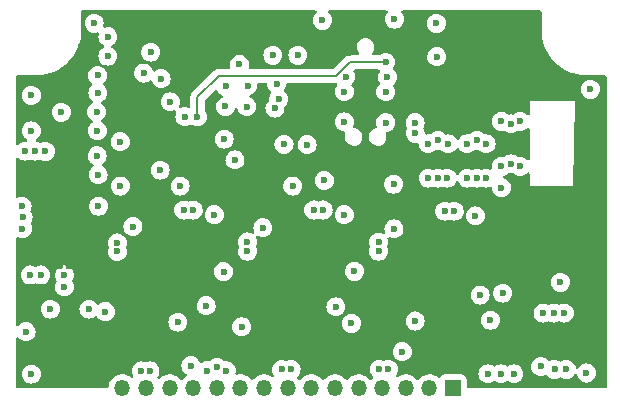
<source format=gbr>
%TF.GenerationSoftware,KiCad,Pcbnew,7.0.5*%
%TF.CreationDate,2023-08-21T12:06:50+01:00*%
%TF.ProjectId,ESC_Control_Board_STM32G071_V2,4553435f-436f-46e7-9472-6f6c5f426f61,rev?*%
%TF.SameCoordinates,Original*%
%TF.FileFunction,Copper,L4,Inr*%
%TF.FilePolarity,Positive*%
%FSLAX46Y46*%
G04 Gerber Fmt 4.6, Leading zero omitted, Abs format (unit mm)*
G04 Created by KiCad (PCBNEW 7.0.5) date 2023-08-21 12:06:50*
%MOMM*%
%LPD*%
G01*
G04 APERTURE LIST*
%TA.AperFunction,ComponentPad*%
%ADD10R,1.350000X1.350000*%
%TD*%
%TA.AperFunction,ComponentPad*%
%ADD11O,1.350000X1.350000*%
%TD*%
%TA.AperFunction,ViaPad*%
%ADD12C,0.600000*%
%TD*%
%TA.AperFunction,Conductor*%
%ADD13C,0.200000*%
%TD*%
G04 APERTURE END LIST*
D10*
%TO.N,VBATT*%
%TO.C,J6*%
X145700000Y-79900000D03*
D11*
%TO.N,unconnected-(J6-Pin_2-Pad2)*%
X143700000Y-79900000D03*
%TO.N,/Gate_Drive/U_H*%
X141700000Y-79900000D03*
%TO.N,/BEMF_Feedback/pU*%
X139700000Y-79900000D03*
%TO.N,/Gate_Drive/U_L*%
X137700000Y-79900000D03*
%TO.N,unconnected-(J6-Pin_6-Pad6)*%
X135700000Y-79900000D03*
%TO.N,/Gate_Drive/V_H*%
X133700000Y-79900000D03*
%TO.N,/BEMF_Feedback/pV*%
X131700000Y-79900000D03*
%TO.N,/Gate_Drive/V_L*%
X129700000Y-79900000D03*
%TO.N,unconnected-(J6-Pin_10-Pad10)*%
X127700000Y-79900000D03*
%TO.N,GND*%
X125700000Y-79900000D03*
%TO.N,unconnected-(J6-Pin_12-Pad12)*%
X123700000Y-79900000D03*
%TO.N,/Gate_Drive/W_H*%
X121700000Y-79900000D03*
%TO.N,/BEMF_Feedback/pW*%
X119700000Y-79900000D03*
%TO.N,/Gate_Drive/W_L*%
X117700000Y-79900000D03*
%TD*%
D12*
%TO.N,GND*%
X137350000Y-69990000D03*
X126270000Y-70010000D03*
X154800000Y-70920000D03*
X127240000Y-60560000D03*
%TO.N,/BEMF_Feedback/pW*%
X116270000Y-73410000D03*
%TO.N,/BEMF_Feedback/pU*%
X148870000Y-74130000D03*
%TO.N,GND*%
X140740000Y-48640000D03*
X115680000Y-64470000D03*
X140670000Y-62610000D03*
X133350000Y-59260000D03*
X131390000Y-59250000D03*
X132560000Y-51700000D03*
X112530000Y-56530000D03*
X120990000Y-53670000D03*
X121770000Y-55640000D03*
X124900000Y-78400000D03*
X111600000Y-73200000D03*
X115310000Y-48990000D03*
X116470000Y-51780000D03*
X115660000Y-61810000D03*
X125700000Y-78100000D03*
X129600000Y-66300000D03*
X144400000Y-62100000D03*
X109460000Y-59820000D03*
X147700000Y-62100000D03*
X116470000Y-50130000D03*
X144300000Y-49000000D03*
X110000000Y-78700000D03*
X115630000Y-54870000D03*
X109300000Y-65420000D03*
X137100000Y-74400000D03*
X115590000Y-58080000D03*
X120900000Y-61420000D03*
X111190000Y-59830000D03*
X140700000Y-66399500D03*
X142500000Y-74199500D03*
X126435571Y-56033554D03*
X134800000Y-62300000D03*
X122990000Y-56900000D03*
X112800000Y-70300000D03*
X110000000Y-58100000D03*
X110330000Y-59810000D03*
X118600000Y-66200000D03*
X123510000Y-77970000D03*
X146900000Y-62100000D03*
X128250000Y-56040000D03*
X136490000Y-54770000D03*
X115520000Y-56480000D03*
X127800000Y-74700000D03*
X155300000Y-78300000D03*
X157000000Y-78600000D03*
X157330000Y-54580000D03*
X128300000Y-54290000D03*
X109210000Y-64470000D03*
X145200000Y-62100000D03*
X126450000Y-54330000D03*
X115610000Y-53410000D03*
X126500000Y-78400000D03*
X148500000Y-62100000D03*
X140130000Y-53570000D03*
X115570000Y-60200000D03*
X143600000Y-62100000D03*
X136500000Y-57340000D03*
X109240000Y-66370000D03*
X134640000Y-48740000D03*
X109550000Y-75110000D03*
X154300000Y-78300000D03*
X149910000Y-71840000D03*
X110000000Y-55100000D03*
X112800000Y-71300000D03*
%TO.N,/MCU/PA1*%
X117530000Y-59010000D03*
X153125000Y-78050000D03*
%TO.N,+3V3*%
X113200000Y-69500000D03*
X136900000Y-51500000D03*
X113100000Y-64500000D03*
X113200000Y-66300000D03*
X112400000Y-69500000D03*
X114000000Y-69500000D03*
X114600000Y-61900000D03*
X114006428Y-66291421D03*
X112400000Y-66300000D03*
X142675000Y-55395000D03*
X114600000Y-62800000D03*
X114600000Y-61000000D03*
X122975000Y-53125000D03*
%TO.N,/BEMF_Feedback/pU*%
X148000000Y-72000000D03*
X139440000Y-78290000D03*
X140220000Y-78290000D03*
%TO.N,/BEMF_Feedback/pV*%
X131200000Y-78300000D03*
X132000000Y-78300000D03*
X135775000Y-73000500D03*
%TO.N,/BEMF_Feedback/bW*%
X117540000Y-62770000D03*
X125500000Y-65200000D03*
%TO.N,/BEMF_Feedback/pW*%
X124800000Y-72900000D03*
X119320000Y-78430000D03*
X120040000Y-78420000D03*
%TO.N,+12V*%
X149800000Y-62900000D03*
X128295000Y-68290000D03*
X150600000Y-60900000D03*
X142500000Y-57400000D03*
X110800000Y-70300000D03*
X149800000Y-57300000D03*
X122900000Y-64800000D03*
X145300000Y-59200000D03*
X133900000Y-64800000D03*
X151400000Y-61100000D03*
X148500000Y-59200000D03*
X143600000Y-59200000D03*
X134700000Y-64800000D03*
X147700000Y-58900000D03*
X146900000Y-59200000D03*
X139395000Y-68290000D03*
X117280000Y-68310000D03*
X139395000Y-67520000D03*
X150600000Y-57500000D03*
X145000000Y-64900000D03*
X117280000Y-67590000D03*
X114880000Y-73200000D03*
X151400000Y-57300000D03*
X145800000Y-64900000D03*
X128295000Y-67510000D03*
X141400000Y-76800000D03*
X149800000Y-61100000D03*
X122400000Y-74300000D03*
X142500000Y-58300000D03*
X109900000Y-70300000D03*
X144400000Y-58900000D03*
X123700000Y-64800000D03*
%TO.N,/BEMF_Feedback/bV*%
X119500500Y-53200000D03*
X136500000Y-65200000D03*
%TO.N,/BEMF_Feedback/bU*%
X120100000Y-51440000D03*
X147600000Y-65300000D03*
%TO.N,/MCU/PB4*%
X127620000Y-52480000D03*
X144325000Y-51825000D03*
%TO.N,/Gate_Drive/V_HIN*%
X130925000Y-55400000D03*
X132120111Y-62770500D03*
%TO.N,/Gate_Drive/W_HIN*%
X130625000Y-56175500D03*
X122600000Y-62770500D03*
%TO.N,VBATT*%
X153325000Y-73525000D03*
X149750000Y-78675000D03*
X155125000Y-73525000D03*
X148650000Y-78675000D03*
X150850000Y-78675000D03*
X154225000Y-73525000D03*
%TO.N,/MCU/NRST*%
X140000000Y-52300000D03*
X124060000Y-56920000D03*
%TO.N,/MCU/SWO*%
X126325000Y-58799500D03*
X140000000Y-57400000D03*
%TO.N,/MCU/SWDIO*%
X136600000Y-53500000D03*
X130770000Y-54100000D03*
%TO.N,/MCU/TDI*%
X130450000Y-51700500D03*
X140000000Y-54800000D03*
%TD*%
D13*
%TO.N,/MCU/NRST*%
X135801471Y-53450000D02*
X136951471Y-52300000D01*
X125850000Y-53450000D02*
X135801471Y-53450000D01*
X124060000Y-56920000D02*
X124060000Y-55240000D01*
X124060000Y-55240000D02*
X125850000Y-53450000D01*
X136951471Y-52300000D02*
X140000000Y-52300000D01*
%TD*%
%TA.AperFunction,Conductor*%
%TO.N,+3V3*%
G36*
X134111352Y-47920502D02*
G01*
X134157845Y-47974158D01*
X134167949Y-48044432D01*
X134138455Y-48109012D01*
X134132326Y-48115595D01*
X134010183Y-48237737D01*
X134010182Y-48237739D01*
X133914212Y-48390474D01*
X133914211Y-48390477D01*
X133880178Y-48487738D01*
X133854632Y-48560745D01*
X133834435Y-48740000D01*
X133854632Y-48919255D01*
X133879221Y-48989525D01*
X133914211Y-49089522D01*
X133914212Y-49089525D01*
X134010182Y-49242260D01*
X134010183Y-49242262D01*
X134137737Y-49369816D01*
X134137739Y-49369817D01*
X134290474Y-49465787D01*
X134290475Y-49465787D01*
X134290478Y-49465789D01*
X134460745Y-49525368D01*
X134640000Y-49545565D01*
X134819255Y-49525368D01*
X134989522Y-49465789D01*
X135142262Y-49369816D01*
X135269816Y-49242262D01*
X135365789Y-49089522D01*
X135425368Y-48919255D01*
X135445565Y-48740000D01*
X135425368Y-48560745D01*
X135365789Y-48390478D01*
X135365787Y-48390475D01*
X135365787Y-48390474D01*
X135269817Y-48237739D01*
X135269816Y-48237737D01*
X135147674Y-48115595D01*
X135113648Y-48053283D01*
X135118713Y-47982468D01*
X135161260Y-47925632D01*
X135227780Y-47900821D01*
X135236769Y-47900500D01*
X140043231Y-47900500D01*
X140111352Y-47920502D01*
X140157845Y-47974158D01*
X140167949Y-48044432D01*
X140138455Y-48109012D01*
X140132326Y-48115595D01*
X140110183Y-48137737D01*
X140110182Y-48137739D01*
X140014212Y-48290474D01*
X140014211Y-48290477D01*
X139979221Y-48390474D01*
X139954632Y-48460745D01*
X139934435Y-48640000D01*
X139954632Y-48819255D01*
X139989624Y-48919255D01*
X140014211Y-48989522D01*
X140014212Y-48989525D01*
X140110182Y-49142260D01*
X140110183Y-49142262D01*
X140237737Y-49269816D01*
X140237739Y-49269817D01*
X140390474Y-49365787D01*
X140390475Y-49365787D01*
X140390478Y-49365789D01*
X140560745Y-49425368D01*
X140740000Y-49445565D01*
X140919255Y-49425368D01*
X141089522Y-49365789D01*
X141242262Y-49269816D01*
X141369816Y-49142262D01*
X141459205Y-49000000D01*
X143494435Y-49000000D01*
X143514632Y-49179255D01*
X143536679Y-49242262D01*
X143574211Y-49349522D01*
X143574212Y-49349525D01*
X143670182Y-49502260D01*
X143670183Y-49502262D01*
X143797737Y-49629816D01*
X143797739Y-49629817D01*
X143950474Y-49725787D01*
X143950475Y-49725787D01*
X143950478Y-49725789D01*
X144120745Y-49785368D01*
X144300000Y-49805565D01*
X144479255Y-49785368D01*
X144649522Y-49725789D01*
X144802262Y-49629816D01*
X144929816Y-49502262D01*
X145025789Y-49349522D01*
X145085368Y-49179255D01*
X145105565Y-49000000D01*
X145085368Y-48820745D01*
X145025789Y-48650478D01*
X145025787Y-48650475D01*
X145025787Y-48650474D01*
X144929817Y-48497739D01*
X144929816Y-48497737D01*
X144802262Y-48370183D01*
X144802260Y-48370182D01*
X144649525Y-48274212D01*
X144649522Y-48274211D01*
X144620946Y-48264212D01*
X144479255Y-48214632D01*
X144300000Y-48194435D01*
X144299999Y-48194435D01*
X144273926Y-48197372D01*
X144120745Y-48214632D01*
X144120742Y-48214632D01*
X144120742Y-48214633D01*
X143950477Y-48274211D01*
X143950474Y-48274212D01*
X143797739Y-48370182D01*
X143797737Y-48370183D01*
X143670183Y-48497737D01*
X143670182Y-48497739D01*
X143574212Y-48650474D01*
X143574211Y-48650477D01*
X143574211Y-48650478D01*
X143514632Y-48820745D01*
X143494435Y-49000000D01*
X141459205Y-49000000D01*
X141465789Y-48989522D01*
X141525368Y-48819255D01*
X141545565Y-48640000D01*
X141525368Y-48460745D01*
X141465789Y-48290478D01*
X141465787Y-48290475D01*
X141465787Y-48290474D01*
X141369817Y-48137739D01*
X141369816Y-48137737D01*
X141347674Y-48115595D01*
X141313648Y-48053283D01*
X141318713Y-47982468D01*
X141361260Y-47925632D01*
X141427780Y-47900821D01*
X141436769Y-47900500D01*
X153073500Y-47900500D01*
X153141621Y-47920502D01*
X153188114Y-47974158D01*
X153199500Y-48026500D01*
X153199500Y-50104749D01*
X153195122Y-50119656D01*
X153230582Y-50326853D01*
X153230585Y-50326863D01*
X153230585Y-50326864D01*
X153278539Y-50504658D01*
X153288397Y-50541205D01*
X153289057Y-50543883D01*
X153306086Y-50620157D01*
X153313596Y-50634635D01*
X153326634Y-50682972D01*
X153374165Y-50810182D01*
X153416945Y-50924674D01*
X153417720Y-50926871D01*
X153437139Y-50985353D01*
X153443003Y-50994414D01*
X153455730Y-51028477D01*
X153455736Y-51028490D01*
X153588500Y-51302133D01*
X153589306Y-51303861D01*
X153603720Y-51336011D01*
X153606854Y-51339963D01*
X153616723Y-51360305D01*
X153616724Y-51360306D01*
X153616729Y-51360316D01*
X153808206Y-51675555D01*
X153808209Y-51675559D01*
X154028464Y-51971399D01*
X154237231Y-52202760D01*
X154275557Y-52245233D01*
X154547293Y-52494628D01*
X154621410Y-52550788D01*
X154841267Y-52717380D01*
X154942725Y-52780184D01*
X155154877Y-52911511D01*
X155485346Y-53075308D01*
X155485350Y-53075309D01*
X155485353Y-53075311D01*
X155726491Y-53167739D01*
X155829747Y-53207317D01*
X155851536Y-53213391D01*
X155854931Y-53215508D01*
X155890180Y-53224196D01*
X155892025Y-53224680D01*
X156185031Y-53306371D01*
X156220816Y-53312800D01*
X156228457Y-53316617D01*
X156291727Y-53325584D01*
X156294027Y-53325954D01*
X156548045Y-53371591D01*
X156548049Y-53371591D01*
X156548053Y-53371592D01*
X156597940Y-53375774D01*
X156609948Y-53380420D01*
X156691543Y-53383680D01*
X156694242Y-53383846D01*
X156915598Y-53402403D01*
X156915604Y-53402402D01*
X156915605Y-53402403D01*
X156952459Y-53402022D01*
X157099908Y-53400500D01*
X157100005Y-53400500D01*
X158573500Y-53400500D01*
X158641621Y-53420502D01*
X158688114Y-53474158D01*
X158699500Y-53526500D01*
X158699500Y-79773500D01*
X158679498Y-79841621D01*
X158625842Y-79888114D01*
X158573500Y-79899500D01*
X147001499Y-79899500D01*
X146933378Y-79879498D01*
X146886885Y-79825842D01*
X146875499Y-79773500D01*
X146875499Y-79177135D01*
X146875499Y-79177128D01*
X146869091Y-79117517D01*
X146834879Y-79025789D01*
X146818798Y-78982673D01*
X146818796Y-78982670D01*
X146818796Y-78982669D01*
X146768493Y-78915473D01*
X146732546Y-78867453D01*
X146638576Y-78797108D01*
X146617331Y-78781204D01*
X146617329Y-78781203D01*
X146617326Y-78781201D01*
X146482483Y-78730909D01*
X146482486Y-78730909D01*
X146422873Y-78724500D01*
X144977135Y-78724500D01*
X144977114Y-78724502D01*
X144917519Y-78730908D01*
X144917518Y-78730908D01*
X144782673Y-78781201D01*
X144782670Y-78781203D01*
X144667453Y-78867453D01*
X144606536Y-78948830D01*
X144549700Y-78991377D01*
X144478884Y-78996441D01*
X144420783Y-78966436D01*
X144411437Y-78957916D01*
X144411434Y-78957913D01*
X144411432Y-78957912D01*
X144411427Y-78957909D01*
X144411423Y-78957906D01*
X144226219Y-78843232D01*
X144226204Y-78843225D01*
X144023073Y-78764531D01*
X144023074Y-78764531D01*
X144017896Y-78763563D01*
X143808926Y-78724500D01*
X143591074Y-78724500D01*
X143456779Y-78749604D01*
X143376925Y-78764531D01*
X143173795Y-78843225D01*
X143173780Y-78843232D01*
X142988569Y-78957910D01*
X142988568Y-78957911D01*
X142827571Y-79104678D01*
X142800550Y-79140461D01*
X142743536Y-79182769D01*
X142672700Y-79187536D01*
X142610531Y-79153249D01*
X142599450Y-79140461D01*
X142572428Y-79104678D01*
X142411431Y-78957911D01*
X142411430Y-78957910D01*
X142226219Y-78843232D01*
X142226204Y-78843225D01*
X142023073Y-78764531D01*
X142023074Y-78764531D01*
X142017896Y-78763563D01*
X141808926Y-78724500D01*
X141591074Y-78724500D01*
X141456779Y-78749604D01*
X141376925Y-78764531D01*
X141173795Y-78843225D01*
X141173788Y-78843228D01*
X141053410Y-78917763D01*
X140984962Y-78936617D01*
X140917187Y-78915473D01*
X140871603Y-78861044D01*
X140862681Y-78790610D01*
X140880392Y-78743600D01*
X140923497Y-78675000D01*
X147844435Y-78675000D01*
X147864632Y-78854255D01*
X147903335Y-78964862D01*
X147924211Y-79024522D01*
X147924212Y-79024525D01*
X148020182Y-79177260D01*
X148020183Y-79177262D01*
X148147737Y-79304816D01*
X148147739Y-79304817D01*
X148300474Y-79400787D01*
X148300475Y-79400787D01*
X148300478Y-79400789D01*
X148470745Y-79460368D01*
X148650000Y-79480565D01*
X148829255Y-79460368D01*
X148999522Y-79400789D01*
X149132964Y-79316941D01*
X149201283Y-79297636D01*
X149267035Y-79316942D01*
X149400474Y-79400787D01*
X149400475Y-79400787D01*
X149400478Y-79400789D01*
X149570745Y-79460368D01*
X149750000Y-79480565D01*
X149929255Y-79460368D01*
X150099522Y-79400789D01*
X150232964Y-79316941D01*
X150301283Y-79297636D01*
X150367035Y-79316942D01*
X150500474Y-79400787D01*
X150500475Y-79400787D01*
X150500478Y-79400789D01*
X150670745Y-79460368D01*
X150850000Y-79480565D01*
X151029255Y-79460368D01*
X151199522Y-79400789D01*
X151352262Y-79304816D01*
X151479816Y-79177262D01*
X151575789Y-79024522D01*
X151635368Y-78854255D01*
X151655565Y-78675000D01*
X151635368Y-78495745D01*
X151575789Y-78325478D01*
X151575787Y-78325475D01*
X151575787Y-78325474D01*
X151479817Y-78172739D01*
X151479816Y-78172737D01*
X151357079Y-78050000D01*
X152319435Y-78050000D01*
X152339632Y-78229255D01*
X152373302Y-78325477D01*
X152399211Y-78399522D01*
X152399212Y-78399525D01*
X152495182Y-78552260D01*
X152495183Y-78552262D01*
X152622737Y-78679816D01*
X152622739Y-78679817D01*
X152775474Y-78775787D01*
X152775475Y-78775787D01*
X152775478Y-78775789D01*
X152945745Y-78835368D01*
X153125000Y-78855565D01*
X153304255Y-78835368D01*
X153474522Y-78775789D01*
X153496183Y-78762177D01*
X153564503Y-78742870D01*
X153632417Y-78763563D01*
X153665288Y-78797108D01*
X153665768Y-78796726D01*
X153669505Y-78801412D01*
X153669904Y-78801819D01*
X153670179Y-78802257D01*
X153670183Y-78802262D01*
X153797737Y-78929816D01*
X153797739Y-78929817D01*
X153950474Y-79025787D01*
X153950475Y-79025787D01*
X153950478Y-79025789D01*
X154120745Y-79085368D01*
X154300000Y-79105565D01*
X154479255Y-79085368D01*
X154649522Y-79025789D01*
X154732963Y-78973358D01*
X154801284Y-78954052D01*
X154867036Y-78973358D01*
X154895712Y-78991377D01*
X154948461Y-79024522D01*
X154950478Y-79025789D01*
X155120745Y-79085368D01*
X155300000Y-79105565D01*
X155479255Y-79085368D01*
X155649522Y-79025789D01*
X155802262Y-78929816D01*
X155929816Y-78802262D01*
X155981945Y-78719298D01*
X156035122Y-78672262D01*
X156105290Y-78661441D01*
X156170168Y-78690273D01*
X156209159Y-78749604D01*
X156213839Y-78772219D01*
X156214632Y-78779253D01*
X156214632Y-78779257D01*
X156274211Y-78949522D01*
X156274212Y-78949525D01*
X156370182Y-79102260D01*
X156370183Y-79102262D01*
X156497737Y-79229816D01*
X156497739Y-79229817D01*
X156650474Y-79325787D01*
X156650475Y-79325787D01*
X156650478Y-79325789D01*
X156820745Y-79385368D01*
X157000000Y-79405565D01*
X157179255Y-79385368D01*
X157349522Y-79325789D01*
X157502262Y-79229816D01*
X157629816Y-79102262D01*
X157725789Y-78949522D01*
X157785368Y-78779255D01*
X157805565Y-78600000D01*
X157785368Y-78420745D01*
X157725789Y-78250478D01*
X157725787Y-78250475D01*
X157725787Y-78250474D01*
X157629817Y-78097739D01*
X157629816Y-78097737D01*
X157502262Y-77970183D01*
X157502260Y-77970182D01*
X157349525Y-77874212D01*
X157349522Y-77874211D01*
X157321109Y-77864269D01*
X157179255Y-77814632D01*
X157000000Y-77794435D01*
X156820745Y-77814632D01*
X156820742Y-77814632D01*
X156820742Y-77814633D01*
X156650477Y-77874211D01*
X156650474Y-77874212D01*
X156497739Y-77970182D01*
X156497737Y-77970183D01*
X156370183Y-78097737D01*
X156370182Y-78097739D01*
X156318054Y-78180700D01*
X156264875Y-78227738D01*
X156194708Y-78238558D01*
X156129830Y-78209725D01*
X156090839Y-78150393D01*
X156086160Y-78127779D01*
X156085368Y-78120745D01*
X156025789Y-77950478D01*
X156025787Y-77950475D01*
X156025787Y-77950474D01*
X155929817Y-77797739D01*
X155929816Y-77797737D01*
X155802262Y-77670183D01*
X155802260Y-77670182D01*
X155649525Y-77574212D01*
X155649522Y-77574211D01*
X155634901Y-77569095D01*
X155479255Y-77514632D01*
X155300000Y-77494435D01*
X155120745Y-77514632D01*
X155120742Y-77514632D01*
X155120742Y-77514633D01*
X154950479Y-77574210D01*
X154867035Y-77626641D01*
X154798714Y-77645946D01*
X154732965Y-77626641D01*
X154683030Y-77595265D01*
X154649522Y-77574211D01*
X154649521Y-77574210D01*
X154649520Y-77574210D01*
X154564388Y-77544421D01*
X154479255Y-77514632D01*
X154300000Y-77494435D01*
X154120745Y-77514632D01*
X154120742Y-77514632D01*
X154120742Y-77514633D01*
X153950478Y-77574210D01*
X153950475Y-77574212D01*
X153928810Y-77587825D01*
X153860489Y-77607130D01*
X153792576Y-77586433D01*
X153759709Y-77552886D01*
X153759228Y-77553270D01*
X153755476Y-77548565D01*
X153755084Y-77548165D01*
X153754816Y-77547738D01*
X153754813Y-77547735D01*
X153754812Y-77547733D01*
X153627262Y-77420183D01*
X153627260Y-77420182D01*
X153474525Y-77324212D01*
X153474522Y-77324211D01*
X153411795Y-77302262D01*
X153304255Y-77264632D01*
X153125000Y-77244435D01*
X152945745Y-77264632D01*
X152945742Y-77264632D01*
X152945742Y-77264633D01*
X152775477Y-77324211D01*
X152775474Y-77324212D01*
X152622739Y-77420182D01*
X152622737Y-77420183D01*
X152495183Y-77547737D01*
X152495182Y-77547739D01*
X152399212Y-77700474D01*
X152399211Y-77700477D01*
X152365178Y-77797738D01*
X152339632Y-77870745D01*
X152319435Y-78050000D01*
X151357079Y-78050000D01*
X151352262Y-78045183D01*
X151352260Y-78045182D01*
X151199525Y-77949212D01*
X151199522Y-77949211D01*
X151199521Y-77949211D01*
X151029255Y-77889632D01*
X150850000Y-77869435D01*
X150670745Y-77889632D01*
X150670742Y-77889632D01*
X150670742Y-77889633D01*
X150500477Y-77949211D01*
X150500474Y-77949212D01*
X150367036Y-78033057D01*
X150298714Y-78052363D01*
X150232964Y-78033057D01*
X150099525Y-77949212D01*
X150099522Y-77949211D01*
X150099521Y-77949211D01*
X149929255Y-77889632D01*
X149750000Y-77869435D01*
X149749999Y-77869435D01*
X149738373Y-77870745D01*
X149570745Y-77889632D01*
X149570742Y-77889632D01*
X149570742Y-77889633D01*
X149400477Y-77949211D01*
X149400474Y-77949212D01*
X149267036Y-78033057D01*
X149198714Y-78052363D01*
X149132964Y-78033057D01*
X148999525Y-77949212D01*
X148999522Y-77949211D01*
X148999521Y-77949211D01*
X148829255Y-77889632D01*
X148650000Y-77869435D01*
X148649999Y-77869435D01*
X148638373Y-77870745D01*
X148470745Y-77889632D01*
X148470742Y-77889632D01*
X148470742Y-77889633D01*
X148300477Y-77949211D01*
X148300474Y-77949212D01*
X148147739Y-78045182D01*
X148147737Y-78045183D01*
X148020183Y-78172737D01*
X148020182Y-78172739D01*
X147924212Y-78325474D01*
X147924211Y-78325477D01*
X147872850Y-78472260D01*
X147864632Y-78495745D01*
X147844435Y-78675000D01*
X140923497Y-78675000D01*
X140945789Y-78639522D01*
X141005368Y-78469255D01*
X141025565Y-78290000D01*
X141005368Y-78110745D01*
X140945789Y-77940478D01*
X140945787Y-77940475D01*
X140945787Y-77940474D01*
X140849817Y-77787739D01*
X140849816Y-77787737D01*
X140722262Y-77660183D01*
X140722260Y-77660182D01*
X140569525Y-77564212D01*
X140569522Y-77564211D01*
X140523662Y-77548164D01*
X140399255Y-77504632D01*
X140220000Y-77484435D01*
X140040745Y-77504632D01*
X140040742Y-77504632D01*
X140040742Y-77504633D01*
X139871615Y-77563813D01*
X139800711Y-77567433D01*
X139788385Y-77563813D01*
X139679715Y-77525788D01*
X139619255Y-77504632D01*
X139440000Y-77484435D01*
X139260745Y-77504632D01*
X139260742Y-77504632D01*
X139260742Y-77504633D01*
X139090477Y-77564211D01*
X139090474Y-77564212D01*
X138937739Y-77660182D01*
X138937737Y-77660183D01*
X138810183Y-77787737D01*
X138810182Y-77787739D01*
X138714212Y-77940474D01*
X138714211Y-77940477D01*
X138659184Y-78097737D01*
X138654632Y-78110745D01*
X138634435Y-78290000D01*
X138654632Y-78469255D01*
X138693123Y-78579255D01*
X138714211Y-78639522D01*
X138714212Y-78639525D01*
X138810182Y-78792260D01*
X138810183Y-78792262D01*
X138888596Y-78870675D01*
X138922622Y-78932987D01*
X138917557Y-79003802D01*
X138884386Y-79052885D01*
X138827573Y-79104675D01*
X138800550Y-79140461D01*
X138743536Y-79182769D01*
X138672700Y-79187536D01*
X138610531Y-79153249D01*
X138599450Y-79140461D01*
X138572428Y-79104678D01*
X138411431Y-78957911D01*
X138411430Y-78957910D01*
X138226219Y-78843232D01*
X138226204Y-78843225D01*
X138023073Y-78764531D01*
X138023074Y-78764531D01*
X138017896Y-78763563D01*
X137808926Y-78724500D01*
X137591074Y-78724500D01*
X137456779Y-78749604D01*
X137376925Y-78764531D01*
X137173795Y-78843225D01*
X137173780Y-78843232D01*
X136988569Y-78957910D01*
X136988568Y-78957911D01*
X136827571Y-79104678D01*
X136800550Y-79140461D01*
X136743536Y-79182769D01*
X136672700Y-79187536D01*
X136610531Y-79153249D01*
X136599450Y-79140461D01*
X136572428Y-79104678D01*
X136411431Y-78957911D01*
X136411430Y-78957910D01*
X136226219Y-78843232D01*
X136226204Y-78843225D01*
X136023073Y-78764531D01*
X136023074Y-78764531D01*
X136017896Y-78763563D01*
X135808926Y-78724500D01*
X135591074Y-78724500D01*
X135456779Y-78749604D01*
X135376925Y-78764531D01*
X135173795Y-78843225D01*
X135173780Y-78843232D01*
X134988569Y-78957910D01*
X134988568Y-78957911D01*
X134827571Y-79104678D01*
X134800550Y-79140461D01*
X134743536Y-79182769D01*
X134672700Y-79187536D01*
X134610531Y-79153249D01*
X134599450Y-79140461D01*
X134572428Y-79104678D01*
X134411431Y-78957911D01*
X134411430Y-78957910D01*
X134226219Y-78843232D01*
X134226204Y-78843225D01*
X134023073Y-78764531D01*
X134023074Y-78764531D01*
X134017896Y-78763563D01*
X133808926Y-78724500D01*
X133591074Y-78724500D01*
X133456779Y-78749604D01*
X133376925Y-78764531D01*
X133173795Y-78843225D01*
X133173780Y-78843232D01*
X132988569Y-78957910D01*
X132988568Y-78957911D01*
X132827573Y-79104677D01*
X132800548Y-79140463D01*
X132743533Y-79182769D01*
X132672697Y-79187535D01*
X132610528Y-79153248D01*
X132599448Y-79140460D01*
X132572425Y-79104675D01*
X132541770Y-79076730D01*
X132504902Y-79016056D01*
X132506690Y-78945082D01*
X132537557Y-78894520D01*
X132629816Y-78802262D01*
X132633055Y-78797108D01*
X132691264Y-78704468D01*
X132725789Y-78649522D01*
X132785368Y-78479255D01*
X132805565Y-78300000D01*
X132785368Y-78120745D01*
X132725789Y-77950478D01*
X132725787Y-77950475D01*
X132725787Y-77950474D01*
X132629817Y-77797739D01*
X132629816Y-77797737D01*
X132502262Y-77670183D01*
X132502260Y-77670182D01*
X132349525Y-77574212D01*
X132349522Y-77574211D01*
X132334901Y-77569095D01*
X132179255Y-77514632D01*
X132000000Y-77494435D01*
X131820745Y-77514632D01*
X131820742Y-77514632D01*
X131820742Y-77514633D01*
X131643799Y-77576548D01*
X131642952Y-77574127D01*
X131584581Y-77583723D01*
X131556568Y-77575497D01*
X131556201Y-77576548D01*
X131489676Y-77553270D01*
X131379255Y-77514632D01*
X131200000Y-77494435D01*
X131020745Y-77514632D01*
X131020742Y-77514632D01*
X131020742Y-77514633D01*
X130850477Y-77574211D01*
X130850474Y-77574212D01*
X130697739Y-77670182D01*
X130697737Y-77670183D01*
X130570183Y-77797737D01*
X130570182Y-77797739D01*
X130474212Y-77950474D01*
X130474211Y-77950477D01*
X130432221Y-78070478D01*
X130414632Y-78120745D01*
X130394435Y-78300000D01*
X130414632Y-78479255D01*
X130470712Y-78639522D01*
X130474211Y-78649522D01*
X130474212Y-78649525D01*
X130542057Y-78757500D01*
X130561363Y-78825822D01*
X130540667Y-78893735D01*
X130486540Y-78939678D01*
X130416167Y-78949064D01*
X130369040Y-78931664D01*
X130226211Y-78843228D01*
X130226204Y-78843225D01*
X130023073Y-78764531D01*
X130023074Y-78764531D01*
X130017896Y-78763563D01*
X129808926Y-78724500D01*
X129591074Y-78724500D01*
X129456779Y-78749604D01*
X129376925Y-78764531D01*
X129173795Y-78843225D01*
X129173780Y-78843232D01*
X128988569Y-78957910D01*
X128988568Y-78957911D01*
X128827570Y-79104680D01*
X128800547Y-79140464D01*
X128743533Y-79182771D01*
X128672696Y-79187536D01*
X128610528Y-79153248D01*
X128599450Y-79140463D01*
X128572427Y-79104678D01*
X128560142Y-79093479D01*
X128411431Y-78957911D01*
X128411430Y-78957910D01*
X128226219Y-78843232D01*
X128226204Y-78843225D01*
X128023073Y-78764531D01*
X128023074Y-78764531D01*
X128017896Y-78763563D01*
X127808926Y-78724500D01*
X127591074Y-78724500D01*
X127423568Y-78755811D01*
X127352933Y-78748667D01*
X127297373Y-78704468D01*
X127274528Y-78637247D01*
X127281488Y-78590341D01*
X127285368Y-78579255D01*
X127305565Y-78400000D01*
X127285368Y-78220745D01*
X127225789Y-78050478D01*
X127225787Y-78050475D01*
X127225787Y-78050474D01*
X127129817Y-77897739D01*
X127129816Y-77897737D01*
X127002262Y-77770183D01*
X127002260Y-77770182D01*
X126849525Y-77674212D01*
X126849522Y-77674211D01*
X126764990Y-77644632D01*
X126679255Y-77614632D01*
X126500000Y-77594435D01*
X126499998Y-77594435D01*
X126404375Y-77605208D01*
X126334443Y-77592958D01*
X126301174Y-77569095D01*
X126202262Y-77470183D01*
X126202260Y-77470182D01*
X126049525Y-77374212D01*
X126049522Y-77374211D01*
X125952278Y-77340184D01*
X125879255Y-77314632D01*
X125700000Y-77294435D01*
X125520745Y-77314632D01*
X125520742Y-77314632D01*
X125520742Y-77314633D01*
X125350477Y-77374211D01*
X125350474Y-77374212D01*
X125197740Y-77470181D01*
X125098825Y-77569096D01*
X125036513Y-77603121D01*
X124995624Y-77605208D01*
X124900001Y-77594435D01*
X124900000Y-77594435D01*
X124720745Y-77614632D01*
X124720742Y-77614632D01*
X124720742Y-77614633D01*
X124550477Y-77674211D01*
X124441701Y-77742559D01*
X124373380Y-77761864D01*
X124305467Y-77741168D01*
X124259524Y-77687041D01*
X124255737Y-77677486D01*
X124253182Y-77670184D01*
X124235789Y-77620478D01*
X124235787Y-77620475D01*
X124235787Y-77620474D01*
X124139817Y-77467739D01*
X124139816Y-77467737D01*
X124012262Y-77340183D01*
X124012260Y-77340182D01*
X123859525Y-77244212D01*
X123859522Y-77244211D01*
X123859521Y-77244210D01*
X123689255Y-77184632D01*
X123510000Y-77164435D01*
X123330745Y-77184632D01*
X123330742Y-77184632D01*
X123330742Y-77184633D01*
X123160477Y-77244211D01*
X123160474Y-77244212D01*
X123007739Y-77340182D01*
X123007737Y-77340183D01*
X122880183Y-77467737D01*
X122880182Y-77467739D01*
X122784212Y-77620474D01*
X122784211Y-77620477D01*
X122725684Y-77787738D01*
X122724632Y-77790745D01*
X122704435Y-77970000D01*
X122724632Y-78149255D01*
X122773881Y-78290000D01*
X122784211Y-78319522D01*
X122784212Y-78319525D01*
X122880182Y-78472260D01*
X122880183Y-78472262D01*
X123007737Y-78599816D01*
X123007739Y-78599817D01*
X123114228Y-78666729D01*
X123161266Y-78719907D01*
X123172086Y-78790075D01*
X123143253Y-78854953D01*
X123113522Y-78880543D01*
X122988569Y-78957910D01*
X122988568Y-78957911D01*
X122827571Y-79104678D01*
X122800550Y-79140461D01*
X122743536Y-79182769D01*
X122672700Y-79187536D01*
X122610531Y-79153249D01*
X122599450Y-79140461D01*
X122572428Y-79104678D01*
X122411431Y-78957911D01*
X122411430Y-78957910D01*
X122226219Y-78843232D01*
X122226204Y-78843225D01*
X122023073Y-78764531D01*
X122023074Y-78764531D01*
X122017896Y-78763563D01*
X121808926Y-78724500D01*
X121591074Y-78724500D01*
X121456779Y-78749604D01*
X121376925Y-78764531D01*
X121173795Y-78843225D01*
X121173780Y-78843232D01*
X120988569Y-78957910D01*
X120988568Y-78957911D01*
X120873985Y-79062368D01*
X120810168Y-79093479D01*
X120739661Y-79085149D01*
X120684851Y-79040023D01*
X120663139Y-78972428D01*
X120681418Y-78903825D01*
X120682412Y-78902217D01*
X120765787Y-78769525D01*
X120765786Y-78769525D01*
X120765789Y-78769522D01*
X120825368Y-78599255D01*
X120845565Y-78420000D01*
X120825368Y-78240745D01*
X120765789Y-78070478D01*
X120765787Y-78070475D01*
X120765787Y-78070474D01*
X120669817Y-77917739D01*
X120669816Y-77917737D01*
X120542262Y-77790183D01*
X120542260Y-77790182D01*
X120389525Y-77694212D01*
X120389522Y-77694211D01*
X120369031Y-77687041D01*
X120219255Y-77634632D01*
X120040000Y-77614435D01*
X119860744Y-77634632D01*
X119707323Y-77688316D01*
X119636419Y-77691934D01*
X119624094Y-77688315D01*
X119572278Y-77670184D01*
X119499255Y-77644632D01*
X119320000Y-77624435D01*
X119140745Y-77644632D01*
X119140742Y-77644632D01*
X119140742Y-77644633D01*
X118970477Y-77704211D01*
X118970474Y-77704212D01*
X118817739Y-77800182D01*
X118817737Y-77800183D01*
X118690183Y-77927737D01*
X118690182Y-77927739D01*
X118594212Y-78080474D01*
X118594211Y-78080477D01*
X118545129Y-78220745D01*
X118534632Y-78250745D01*
X118514435Y-78430000D01*
X118534632Y-78609255D01*
X118573351Y-78719907D01*
X118594211Y-78779522D01*
X118594212Y-78779525D01*
X118609244Y-78803448D01*
X118628550Y-78871769D01*
X118607854Y-78939683D01*
X118553727Y-78985626D01*
X118483354Y-78995012D01*
X118419077Y-78964862D01*
X118417672Y-78963600D01*
X118411431Y-78957911D01*
X118411430Y-78957910D01*
X118226219Y-78843232D01*
X118226204Y-78843225D01*
X118023073Y-78764531D01*
X118023074Y-78764531D01*
X118017896Y-78763563D01*
X117808926Y-78724500D01*
X117591074Y-78724500D01*
X117456779Y-78749604D01*
X117376925Y-78764531D01*
X117173795Y-78843225D01*
X117173780Y-78843232D01*
X116988569Y-78957910D01*
X116988568Y-78957911D01*
X116827571Y-79104678D01*
X116696289Y-79278526D01*
X116599183Y-79473541D01*
X116599180Y-79473549D01*
X116539564Y-79683078D01*
X116530108Y-79785126D01*
X116503906Y-79851111D01*
X116446189Y-79892454D01*
X116404646Y-79899500D01*
X108826500Y-79899500D01*
X108758379Y-79879498D01*
X108711886Y-79825842D01*
X108700500Y-79773500D01*
X108700500Y-78700000D01*
X109194435Y-78700000D01*
X109214632Y-78879255D01*
X109270777Y-79039709D01*
X109274211Y-79049522D01*
X109274212Y-79049525D01*
X109370182Y-79202260D01*
X109370183Y-79202262D01*
X109497737Y-79329816D01*
X109497739Y-79329817D01*
X109650474Y-79425787D01*
X109650475Y-79425787D01*
X109650478Y-79425789D01*
X109820745Y-79485368D01*
X110000000Y-79505565D01*
X110179255Y-79485368D01*
X110349522Y-79425789D01*
X110502262Y-79329816D01*
X110629816Y-79202262D01*
X110725789Y-79049522D01*
X110785368Y-78879255D01*
X110805565Y-78700000D01*
X110785368Y-78520745D01*
X110725789Y-78350478D01*
X110725787Y-78350475D01*
X110725787Y-78350474D01*
X110629817Y-78197739D01*
X110629816Y-78197737D01*
X110502262Y-78070183D01*
X110502260Y-78070182D01*
X110349525Y-77974212D01*
X110349522Y-77974211D01*
X110281694Y-77950477D01*
X110179255Y-77914632D01*
X110000000Y-77894435D01*
X109820745Y-77914632D01*
X109820742Y-77914632D01*
X109820742Y-77914633D01*
X109650477Y-77974211D01*
X109650474Y-77974212D01*
X109497739Y-78070182D01*
X109497737Y-78070183D01*
X109370183Y-78197737D01*
X109370182Y-78197739D01*
X109274212Y-78350474D01*
X109274211Y-78350477D01*
X109246385Y-78430000D01*
X109214632Y-78520745D01*
X109194435Y-78700000D01*
X108700500Y-78700000D01*
X108700500Y-76800000D01*
X140594435Y-76800000D01*
X140614632Y-76979255D01*
X140614633Y-76979257D01*
X140674211Y-77149522D01*
X140674212Y-77149525D01*
X140770182Y-77302260D01*
X140770183Y-77302262D01*
X140897737Y-77429816D01*
X140897739Y-77429817D01*
X141050474Y-77525787D01*
X141050475Y-77525787D01*
X141050478Y-77525789D01*
X141220745Y-77585368D01*
X141400000Y-77605565D01*
X141579255Y-77585368D01*
X141749522Y-77525789D01*
X141902262Y-77429816D01*
X142029816Y-77302262D01*
X142125789Y-77149522D01*
X142185368Y-76979255D01*
X142205565Y-76800000D01*
X142185368Y-76620745D01*
X142125789Y-76450478D01*
X142125787Y-76450475D01*
X142125787Y-76450474D01*
X142029817Y-76297739D01*
X142029816Y-76297737D01*
X141902262Y-76170183D01*
X141902260Y-76170182D01*
X141749525Y-76074212D01*
X141749522Y-76074211D01*
X141749521Y-76074210D01*
X141579255Y-76014632D01*
X141400000Y-75994435D01*
X141220745Y-76014632D01*
X141220742Y-76014632D01*
X141220742Y-76014633D01*
X141050477Y-76074211D01*
X141050474Y-76074212D01*
X140897739Y-76170182D01*
X140897737Y-76170183D01*
X140770183Y-76297737D01*
X140770182Y-76297739D01*
X140674212Y-76450474D01*
X140674211Y-76450477D01*
X140674211Y-76450478D01*
X140614632Y-76620745D01*
X140594435Y-76800000D01*
X108700500Y-76800000D01*
X108700500Y-75696769D01*
X108720502Y-75628648D01*
X108774158Y-75582155D01*
X108844432Y-75572051D01*
X108909012Y-75601545D01*
X108915595Y-75607674D01*
X109047737Y-75739816D01*
X109047739Y-75739817D01*
X109200474Y-75835787D01*
X109200475Y-75835787D01*
X109200478Y-75835789D01*
X109370745Y-75895368D01*
X109550000Y-75915565D01*
X109729255Y-75895368D01*
X109899522Y-75835789D01*
X110052262Y-75739816D01*
X110179816Y-75612262D01*
X110275789Y-75459522D01*
X110335368Y-75289255D01*
X110355565Y-75110000D01*
X110335368Y-74930745D01*
X110275789Y-74760478D01*
X110275787Y-74760475D01*
X110275787Y-74760474D01*
X110179817Y-74607739D01*
X110179816Y-74607737D01*
X110052262Y-74480183D01*
X110052260Y-74480182D01*
X109899525Y-74384212D01*
X109899522Y-74384211D01*
X109883930Y-74378755D01*
X109729255Y-74324632D01*
X109550000Y-74304435D01*
X109549999Y-74304435D01*
X109523926Y-74307372D01*
X109370745Y-74324632D01*
X109370742Y-74324632D01*
X109370742Y-74324633D01*
X109200477Y-74384211D01*
X109200474Y-74384212D01*
X109047740Y-74480181D01*
X108915595Y-74612326D01*
X108853283Y-74646351D01*
X108782467Y-74641286D01*
X108725632Y-74598739D01*
X108700821Y-74532218D01*
X108700500Y-74523230D01*
X108700500Y-74300000D01*
X121594435Y-74300000D01*
X121614632Y-74479255D01*
X121661196Y-74612326D01*
X121674211Y-74649522D01*
X121674212Y-74649525D01*
X121770182Y-74802260D01*
X121770183Y-74802262D01*
X121897737Y-74929816D01*
X121897739Y-74929817D01*
X122050474Y-75025787D01*
X122050475Y-75025787D01*
X122050478Y-75025789D01*
X122220745Y-75085368D01*
X122400000Y-75105565D01*
X122579255Y-75085368D01*
X122749522Y-75025789D01*
X122902262Y-74929816D01*
X123029816Y-74802262D01*
X123094072Y-74700000D01*
X126994435Y-74700000D01*
X127014632Y-74879255D01*
X127067316Y-75029816D01*
X127074211Y-75049522D01*
X127074212Y-75049525D01*
X127170182Y-75202260D01*
X127170183Y-75202262D01*
X127297737Y-75329816D01*
X127297739Y-75329817D01*
X127450474Y-75425787D01*
X127450475Y-75425787D01*
X127450478Y-75425789D01*
X127620745Y-75485368D01*
X127800000Y-75505565D01*
X127979255Y-75485368D01*
X128149522Y-75425789D01*
X128302262Y-75329816D01*
X128429816Y-75202262D01*
X128525789Y-75049522D01*
X128585368Y-74879255D01*
X128605565Y-74700000D01*
X128585368Y-74520745D01*
X128543117Y-74400000D01*
X136294435Y-74400000D01*
X136314632Y-74579255D01*
X136339221Y-74649525D01*
X136374211Y-74749522D01*
X136374212Y-74749525D01*
X136470182Y-74902260D01*
X136470183Y-74902262D01*
X136597737Y-75029816D01*
X136597739Y-75029817D01*
X136750474Y-75125787D01*
X136750475Y-75125787D01*
X136750478Y-75125789D01*
X136920745Y-75185368D01*
X137100000Y-75205565D01*
X137279255Y-75185368D01*
X137449522Y-75125789D01*
X137602262Y-75029816D01*
X137729816Y-74902262D01*
X137825789Y-74749522D01*
X137885368Y-74579255D01*
X137905565Y-74400000D01*
X137885368Y-74220745D01*
X137877934Y-74199500D01*
X141694435Y-74199500D01*
X141714632Y-74378755D01*
X141750123Y-74480182D01*
X141774211Y-74549022D01*
X141774212Y-74549025D01*
X141870182Y-74701760D01*
X141870183Y-74701762D01*
X141997737Y-74829316D01*
X141997739Y-74829317D01*
X142150474Y-74925287D01*
X142150475Y-74925287D01*
X142150478Y-74925289D01*
X142320745Y-74984868D01*
X142500000Y-75005065D01*
X142679255Y-74984868D01*
X142849522Y-74925289D01*
X143002262Y-74829316D01*
X143129816Y-74701762D01*
X143225789Y-74549022D01*
X143285368Y-74378755D01*
X143305565Y-74199500D01*
X143297734Y-74130000D01*
X148064435Y-74130000D01*
X148084632Y-74309255D01*
X148092089Y-74330565D01*
X148144211Y-74479522D01*
X148144212Y-74479525D01*
X148240182Y-74632260D01*
X148240183Y-74632262D01*
X148367737Y-74759816D01*
X148367739Y-74759817D01*
X148520474Y-74855787D01*
X148520475Y-74855787D01*
X148520478Y-74855789D01*
X148690745Y-74915368D01*
X148870000Y-74935565D01*
X149049255Y-74915368D01*
X149219522Y-74855789D01*
X149372262Y-74759816D01*
X149499816Y-74632262D01*
X149595789Y-74479522D01*
X149655368Y-74309255D01*
X149675565Y-74130000D01*
X149655368Y-73950745D01*
X149595789Y-73780478D01*
X149595787Y-73780475D01*
X149595787Y-73780474D01*
X149499817Y-73627739D01*
X149499816Y-73627737D01*
X149397079Y-73525000D01*
X152519435Y-73525000D01*
X152539632Y-73704255D01*
X152575257Y-73806064D01*
X152599211Y-73874522D01*
X152599212Y-73874525D01*
X152695182Y-74027260D01*
X152695183Y-74027262D01*
X152822737Y-74154816D01*
X152822739Y-74154817D01*
X152975474Y-74250787D01*
X152975475Y-74250787D01*
X152975478Y-74250789D01*
X153145745Y-74310368D01*
X153325000Y-74330565D01*
X153504255Y-74310368D01*
X153674522Y-74250789D01*
X153707964Y-74229775D01*
X153776284Y-74210470D01*
X153842035Y-74229775D01*
X153875478Y-74250789D01*
X154045745Y-74310368D01*
X154225000Y-74330565D01*
X154404255Y-74310368D01*
X154574522Y-74250789D01*
X154607964Y-74229775D01*
X154676284Y-74210470D01*
X154742035Y-74229775D01*
X154775478Y-74250789D01*
X154945745Y-74310368D01*
X155125000Y-74330565D01*
X155304255Y-74310368D01*
X155474522Y-74250789D01*
X155627262Y-74154816D01*
X155754816Y-74027262D01*
X155850789Y-73874522D01*
X155910368Y-73704255D01*
X155930565Y-73525000D01*
X155910368Y-73345745D01*
X155850789Y-73175478D01*
X155850787Y-73175475D01*
X155850787Y-73175474D01*
X155754817Y-73022739D01*
X155754816Y-73022737D01*
X155627262Y-72895183D01*
X155627260Y-72895182D01*
X155474525Y-72799212D01*
X155474522Y-72799211D01*
X155434955Y-72785366D01*
X155304255Y-72739632D01*
X155125000Y-72719435D01*
X154945745Y-72739632D01*
X154945742Y-72739632D01*
X154945742Y-72739633D01*
X154775478Y-72799210D01*
X154775475Y-72799212D01*
X154742034Y-72820224D01*
X154673712Y-72839529D01*
X154607966Y-72820224D01*
X154574524Y-72799212D01*
X154574521Y-72799210D01*
X154458040Y-72758452D01*
X154404255Y-72739632D01*
X154225000Y-72719435D01*
X154045745Y-72739632D01*
X154045742Y-72739632D01*
X154045742Y-72739633D01*
X153875478Y-72799210D01*
X153875475Y-72799212D01*
X153842034Y-72820224D01*
X153773712Y-72839529D01*
X153707966Y-72820224D01*
X153674524Y-72799212D01*
X153674521Y-72799210D01*
X153558040Y-72758452D01*
X153504255Y-72739632D01*
X153325000Y-72719435D01*
X153145745Y-72739632D01*
X153145742Y-72739632D01*
X153145742Y-72739633D01*
X152975477Y-72799211D01*
X152975474Y-72799212D01*
X152822739Y-72895182D01*
X152822737Y-72895183D01*
X152695183Y-73022737D01*
X152695182Y-73022739D01*
X152599212Y-73175474D01*
X152599211Y-73175477D01*
X152590630Y-73200000D01*
X152539632Y-73345745D01*
X152519435Y-73525000D01*
X149397079Y-73525000D01*
X149372262Y-73500183D01*
X149372260Y-73500182D01*
X149219525Y-73404212D01*
X149219522Y-73404211D01*
X149190155Y-73393935D01*
X149049255Y-73344632D01*
X148870000Y-73324435D01*
X148690745Y-73344632D01*
X148690742Y-73344632D01*
X148690742Y-73344633D01*
X148520477Y-73404211D01*
X148520474Y-73404212D01*
X148367739Y-73500182D01*
X148367737Y-73500183D01*
X148240183Y-73627737D01*
X148240182Y-73627739D01*
X148144212Y-73780474D01*
X148144211Y-73780477D01*
X148098098Y-73912260D01*
X148084632Y-73950745D01*
X148064435Y-74130000D01*
X143297734Y-74130000D01*
X143285368Y-74020245D01*
X143225789Y-73849978D01*
X143225787Y-73849975D01*
X143225787Y-73849974D01*
X143129817Y-73697239D01*
X143129816Y-73697237D01*
X143002262Y-73569683D01*
X143002260Y-73569682D01*
X142849525Y-73473712D01*
X142849522Y-73473711D01*
X142679255Y-73414132D01*
X142500000Y-73393935D01*
X142320745Y-73414132D01*
X142320742Y-73414132D01*
X142320742Y-73414133D01*
X142150477Y-73473711D01*
X142150474Y-73473712D01*
X141997739Y-73569682D01*
X141997737Y-73569683D01*
X141870183Y-73697237D01*
X141870182Y-73697239D01*
X141774212Y-73849974D01*
X141774211Y-73849977D01*
X141738952Y-73950742D01*
X141714632Y-74020245D01*
X141699470Y-74154816D01*
X141694634Y-74197738D01*
X141694435Y-74199500D01*
X137877934Y-74199500D01*
X137825789Y-74050478D01*
X137825787Y-74050475D01*
X137825787Y-74050474D01*
X137729817Y-73897739D01*
X137729816Y-73897737D01*
X137602262Y-73770183D01*
X137602260Y-73770182D01*
X137449525Y-73674212D01*
X137449522Y-73674211D01*
X137324077Y-73630316D01*
X137279255Y-73614632D01*
X137100000Y-73594435D01*
X136920745Y-73614632D01*
X136920742Y-73614632D01*
X136920742Y-73614633D01*
X136750477Y-73674211D01*
X136750474Y-73674212D01*
X136597739Y-73770182D01*
X136597737Y-73770183D01*
X136470183Y-73897737D01*
X136470182Y-73897739D01*
X136374212Y-74050474D01*
X136374211Y-74050477D01*
X136337701Y-74154817D01*
X136314632Y-74220745D01*
X136294435Y-74400000D01*
X128543117Y-74400000D01*
X128525789Y-74350478D01*
X128525787Y-74350475D01*
X128525787Y-74350474D01*
X128429817Y-74197739D01*
X128429816Y-74197737D01*
X128302262Y-74070183D01*
X128302260Y-74070182D01*
X128149525Y-73974212D01*
X128149522Y-73974211D01*
X128081694Y-73950477D01*
X127979255Y-73914632D01*
X127800000Y-73894435D01*
X127799999Y-73894435D01*
X127773926Y-73897372D01*
X127620745Y-73914632D01*
X127620742Y-73914632D01*
X127620742Y-73914633D01*
X127450477Y-73974211D01*
X127450474Y-73974212D01*
X127297739Y-74070182D01*
X127297737Y-74070183D01*
X127170183Y-74197737D01*
X127170182Y-74197739D01*
X127074212Y-74350474D01*
X127074211Y-74350477D01*
X127028825Y-74480183D01*
X127014632Y-74520745D01*
X126994435Y-74700000D01*
X123094072Y-74700000D01*
X123125789Y-74649522D01*
X123185368Y-74479255D01*
X123205565Y-74300000D01*
X123185368Y-74120745D01*
X123125789Y-73950478D01*
X123125787Y-73950475D01*
X123125787Y-73950474D01*
X123029817Y-73797739D01*
X123029816Y-73797737D01*
X122902262Y-73670183D01*
X122902260Y-73670182D01*
X122749525Y-73574212D01*
X122749522Y-73574211D01*
X122622648Y-73529816D01*
X122579255Y-73514632D01*
X122400000Y-73494435D01*
X122220745Y-73514632D01*
X122220742Y-73514632D01*
X122220742Y-73514633D01*
X122050477Y-73574211D01*
X122050474Y-73574212D01*
X121897739Y-73670182D01*
X121897737Y-73670183D01*
X121770183Y-73797737D01*
X121770182Y-73797739D01*
X121674212Y-73950474D01*
X121674211Y-73950477D01*
X121649798Y-74020245D01*
X121614632Y-74120745D01*
X121594435Y-74300000D01*
X108700500Y-74300000D01*
X108700500Y-73200000D01*
X110794435Y-73200000D01*
X110814632Y-73379255D01*
X110862003Y-73514633D01*
X110874211Y-73549522D01*
X110874212Y-73549525D01*
X110970182Y-73702260D01*
X110970183Y-73702262D01*
X111097737Y-73829816D01*
X111097739Y-73829817D01*
X111250474Y-73925787D01*
X111250475Y-73925787D01*
X111250478Y-73925789D01*
X111420745Y-73985368D01*
X111600000Y-74005565D01*
X111779255Y-73985368D01*
X111949522Y-73925789D01*
X112102262Y-73829816D01*
X112229816Y-73702262D01*
X112325789Y-73549522D01*
X112385368Y-73379255D01*
X112405565Y-73200000D01*
X114074435Y-73200000D01*
X114094632Y-73379255D01*
X114142003Y-73514633D01*
X114154211Y-73549522D01*
X114154212Y-73549525D01*
X114250182Y-73702260D01*
X114250183Y-73702262D01*
X114377737Y-73829816D01*
X114377739Y-73829817D01*
X114530474Y-73925787D01*
X114530475Y-73925787D01*
X114530478Y-73925789D01*
X114700745Y-73985368D01*
X114880000Y-74005565D01*
X115059255Y-73985368D01*
X115229522Y-73925789D01*
X115274165Y-73897738D01*
X115382258Y-73829819D01*
X115382259Y-73829817D01*
X115382262Y-73829816D01*
X115397120Y-73814957D01*
X115459430Y-73780932D01*
X115530246Y-73785995D01*
X115587082Y-73828540D01*
X115592903Y-73837016D01*
X115640182Y-73912260D01*
X115640183Y-73912262D01*
X115767737Y-74039816D01*
X115767739Y-74039817D01*
X115920474Y-74135787D01*
X115920475Y-74135787D01*
X115920478Y-74135789D01*
X116090745Y-74195368D01*
X116270000Y-74215565D01*
X116449255Y-74195368D01*
X116619522Y-74135789D01*
X116772262Y-74039816D01*
X116899816Y-73912262D01*
X116995789Y-73759522D01*
X117055368Y-73589255D01*
X117075565Y-73410000D01*
X117055368Y-73230745D01*
X116995789Y-73060478D01*
X116995787Y-73060475D01*
X116995787Y-73060474D01*
X116899817Y-72907739D01*
X116899816Y-72907737D01*
X116892079Y-72900000D01*
X123994435Y-72900000D01*
X124014632Y-73079255D01*
X124049799Y-73179757D01*
X124074211Y-73249522D01*
X124074212Y-73249525D01*
X124170182Y-73402260D01*
X124170183Y-73402262D01*
X124297737Y-73529816D01*
X124297739Y-73529817D01*
X124450474Y-73625787D01*
X124450475Y-73625787D01*
X124450478Y-73625789D01*
X124620745Y-73685368D01*
X124800000Y-73705565D01*
X124979255Y-73685368D01*
X125149522Y-73625789D01*
X125302262Y-73529816D01*
X125429816Y-73402262D01*
X125525789Y-73249522D01*
X125585368Y-73079255D01*
X125594241Y-73000500D01*
X134969435Y-73000500D01*
X134989632Y-73179755D01*
X134989633Y-73179757D01*
X135049211Y-73350022D01*
X135049212Y-73350025D01*
X135145182Y-73502760D01*
X135145183Y-73502762D01*
X135272737Y-73630316D01*
X135272739Y-73630317D01*
X135425474Y-73726287D01*
X135425475Y-73726287D01*
X135425478Y-73726289D01*
X135595745Y-73785868D01*
X135775000Y-73806065D01*
X135954255Y-73785868D01*
X136124522Y-73726289D01*
X136277262Y-73630316D01*
X136404816Y-73502762D01*
X136500789Y-73350022D01*
X136560368Y-73179755D01*
X136580565Y-73000500D01*
X136560368Y-72821245D01*
X136500789Y-72650978D01*
X136500787Y-72650975D01*
X136500787Y-72650974D01*
X136404817Y-72498239D01*
X136404816Y-72498237D01*
X136277262Y-72370683D01*
X136277260Y-72370682D01*
X136124525Y-72274712D01*
X136124522Y-72274711D01*
X136111579Y-72270182D01*
X135954255Y-72215132D01*
X135775000Y-72194935D01*
X135595745Y-72215132D01*
X135595742Y-72215132D01*
X135595742Y-72215133D01*
X135425477Y-72274711D01*
X135425474Y-72274712D01*
X135272739Y-72370682D01*
X135272737Y-72370683D01*
X135145183Y-72498237D01*
X135145182Y-72498239D01*
X135049212Y-72650974D01*
X135049211Y-72650977D01*
X135002186Y-72785368D01*
X134989632Y-72821245D01*
X134969435Y-73000500D01*
X125594241Y-73000500D01*
X125605565Y-72900000D01*
X125585368Y-72720745D01*
X125525789Y-72550478D01*
X125525787Y-72550475D01*
X125525787Y-72550474D01*
X125429817Y-72397739D01*
X125429816Y-72397737D01*
X125302262Y-72270183D01*
X125302260Y-72270182D01*
X125149525Y-72174212D01*
X125149522Y-72174211D01*
X125149522Y-72174210D01*
X124979255Y-72114632D01*
X124800000Y-72094435D01*
X124799999Y-72094435D01*
X124773926Y-72097372D01*
X124620745Y-72114632D01*
X124620742Y-72114632D01*
X124620742Y-72114633D01*
X124450477Y-72174211D01*
X124450474Y-72174212D01*
X124297739Y-72270182D01*
X124297737Y-72270183D01*
X124170183Y-72397737D01*
X124170182Y-72397739D01*
X124074212Y-72550474D01*
X124074211Y-72550477D01*
X124027416Y-72684211D01*
X124014632Y-72720745D01*
X123994435Y-72900000D01*
X116892079Y-72900000D01*
X116772262Y-72780183D01*
X116772260Y-72780182D01*
X116619525Y-72684212D01*
X116619522Y-72684211D01*
X116619521Y-72684210D01*
X116449255Y-72624632D01*
X116270000Y-72604435D01*
X116269999Y-72604435D01*
X116243926Y-72607372D01*
X116090745Y-72624632D01*
X116090742Y-72624632D01*
X116090742Y-72624633D01*
X115920477Y-72684211D01*
X115920474Y-72684212D01*
X115767740Y-72780181D01*
X115752876Y-72795045D01*
X115690563Y-72829068D01*
X115619748Y-72824002D01*
X115562913Y-72781453D01*
X115557095Y-72772982D01*
X115509815Y-72697736D01*
X115382262Y-72570183D01*
X115382260Y-72570182D01*
X115229525Y-72474212D01*
X115229522Y-72474211D01*
X115216962Y-72469816D01*
X115059255Y-72414632D01*
X114880000Y-72394435D01*
X114700745Y-72414632D01*
X114700742Y-72414632D01*
X114700742Y-72414633D01*
X114530477Y-72474211D01*
X114530474Y-72474212D01*
X114377739Y-72570182D01*
X114377737Y-72570183D01*
X114250183Y-72697737D01*
X114250182Y-72697739D01*
X114154212Y-72850474D01*
X114154211Y-72850477D01*
X114129039Y-72922415D01*
X114094632Y-73020745D01*
X114074435Y-73200000D01*
X112405565Y-73200000D01*
X112385368Y-73020745D01*
X112325789Y-72850478D01*
X112325787Y-72850475D01*
X112325787Y-72850474D01*
X112229817Y-72697739D01*
X112229816Y-72697737D01*
X112102262Y-72570183D01*
X112102260Y-72570182D01*
X111949525Y-72474212D01*
X111949522Y-72474211D01*
X111936962Y-72469816D01*
X111779255Y-72414632D01*
X111600000Y-72394435D01*
X111420745Y-72414632D01*
X111420742Y-72414632D01*
X111420742Y-72414633D01*
X111250477Y-72474211D01*
X111250474Y-72474212D01*
X111097739Y-72570182D01*
X111097737Y-72570183D01*
X110970183Y-72697737D01*
X110970182Y-72697739D01*
X110874212Y-72850474D01*
X110874211Y-72850477D01*
X110849039Y-72922415D01*
X110814632Y-73020745D01*
X110794435Y-73200000D01*
X108700500Y-73200000D01*
X108700500Y-71300000D01*
X111994435Y-71300000D01*
X112014632Y-71479255D01*
X112039323Y-71549817D01*
X112074211Y-71649522D01*
X112074212Y-71649525D01*
X112170182Y-71802260D01*
X112170183Y-71802262D01*
X112297737Y-71929816D01*
X112297739Y-71929817D01*
X112450474Y-72025787D01*
X112450475Y-72025787D01*
X112450478Y-72025789D01*
X112620745Y-72085368D01*
X112800000Y-72105565D01*
X112979255Y-72085368D01*
X113149522Y-72025789D01*
X113190565Y-72000000D01*
X147194435Y-72000000D01*
X147214632Y-72179255D01*
X147248034Y-72274712D01*
X147274211Y-72349522D01*
X147274212Y-72349525D01*
X147370182Y-72502260D01*
X147370183Y-72502262D01*
X147497737Y-72629816D01*
X147497739Y-72629817D01*
X147650474Y-72725787D01*
X147650475Y-72725787D01*
X147650478Y-72725789D01*
X147820745Y-72785368D01*
X148000000Y-72805565D01*
X148179255Y-72785368D01*
X148349522Y-72725789D01*
X148502262Y-72629816D01*
X148629816Y-72502262D01*
X148725789Y-72349522D01*
X148785368Y-72179255D01*
X148805565Y-72000000D01*
X148787537Y-71840000D01*
X149104435Y-71840000D01*
X149124632Y-72019255D01*
X149147765Y-72085366D01*
X149184211Y-72189522D01*
X149184212Y-72189525D01*
X149280182Y-72342260D01*
X149280183Y-72342262D01*
X149407737Y-72469816D01*
X149407739Y-72469817D01*
X149560474Y-72565787D01*
X149560475Y-72565787D01*
X149560478Y-72565789D01*
X149730745Y-72625368D01*
X149910000Y-72645565D01*
X150089255Y-72625368D01*
X150259522Y-72565789D01*
X150412262Y-72469816D01*
X150539816Y-72342262D01*
X150635789Y-72189522D01*
X150695368Y-72019255D01*
X150715565Y-71840000D01*
X150695368Y-71660745D01*
X150635789Y-71490478D01*
X150635787Y-71490475D01*
X150635787Y-71490474D01*
X150539817Y-71337739D01*
X150539816Y-71337737D01*
X150412262Y-71210183D01*
X150412260Y-71210182D01*
X150259525Y-71114212D01*
X150259522Y-71114211D01*
X150177093Y-71085368D01*
X150089255Y-71054632D01*
X149910000Y-71034435D01*
X149909999Y-71034435D01*
X149883926Y-71037372D01*
X149730745Y-71054632D01*
X149730742Y-71054632D01*
X149730742Y-71054633D01*
X149560477Y-71114211D01*
X149560474Y-71114212D01*
X149407739Y-71210182D01*
X149407737Y-71210183D01*
X149280183Y-71337737D01*
X149280182Y-71337739D01*
X149184212Y-71490474D01*
X149184211Y-71490477D01*
X149163447Y-71549817D01*
X149124632Y-71660745D01*
X149104435Y-71840000D01*
X148787537Y-71840000D01*
X148785368Y-71820745D01*
X148725789Y-71650478D01*
X148725787Y-71650475D01*
X148725787Y-71650474D01*
X148629817Y-71497739D01*
X148629816Y-71497737D01*
X148502262Y-71370183D01*
X148502260Y-71370182D01*
X148349525Y-71274212D01*
X148349522Y-71274211D01*
X148336122Y-71269522D01*
X148179255Y-71214632D01*
X148000000Y-71194435D01*
X147820745Y-71214632D01*
X147820742Y-71214632D01*
X147820742Y-71214633D01*
X147650477Y-71274211D01*
X147650474Y-71274212D01*
X147497739Y-71370182D01*
X147497737Y-71370183D01*
X147370183Y-71497737D01*
X147370182Y-71497739D01*
X147274212Y-71650474D01*
X147274211Y-71650477D01*
X147274211Y-71650478D01*
X147214632Y-71820745D01*
X147194435Y-72000000D01*
X113190565Y-72000000D01*
X113302262Y-71929816D01*
X113429816Y-71802262D01*
X113525789Y-71649522D01*
X113585368Y-71479255D01*
X113605565Y-71300000D01*
X113585368Y-71120745D01*
X113525789Y-70950478D01*
X113506638Y-70920000D01*
X153994435Y-70920000D01*
X154014632Y-71099255D01*
X154019866Y-71114212D01*
X154074211Y-71269522D01*
X154074212Y-71269525D01*
X154170182Y-71422260D01*
X154170183Y-71422262D01*
X154297737Y-71549816D01*
X154297739Y-71549817D01*
X154450474Y-71645787D01*
X154450475Y-71645787D01*
X154450478Y-71645789D01*
X154620745Y-71705368D01*
X154800000Y-71725565D01*
X154979255Y-71705368D01*
X155149522Y-71645789D01*
X155302262Y-71549816D01*
X155429816Y-71422262D01*
X155525789Y-71269522D01*
X155585368Y-71099255D01*
X155605565Y-70920000D01*
X155585368Y-70740745D01*
X155525789Y-70570478D01*
X155525787Y-70570475D01*
X155525787Y-70570474D01*
X155429817Y-70417739D01*
X155429816Y-70417737D01*
X155302262Y-70290183D01*
X155302260Y-70290182D01*
X155149525Y-70194212D01*
X155149522Y-70194211D01*
X155135364Y-70189257D01*
X154979255Y-70134632D01*
X154800000Y-70114435D01*
X154620745Y-70134632D01*
X154620742Y-70134632D01*
X154620742Y-70134633D01*
X154450477Y-70194211D01*
X154450474Y-70194212D01*
X154297739Y-70290182D01*
X154297737Y-70290183D01*
X154170183Y-70417737D01*
X154170182Y-70417739D01*
X154074212Y-70570474D01*
X154074211Y-70570477D01*
X154016366Y-70735789D01*
X154014632Y-70740745D01*
X153994435Y-70920000D01*
X113506638Y-70920000D01*
X113473358Y-70867035D01*
X113454052Y-70798716D01*
X113473359Y-70732963D01*
X113525789Y-70649522D01*
X113585368Y-70479255D01*
X113605565Y-70300000D01*
X113585368Y-70120745D01*
X113546617Y-70010000D01*
X125464435Y-70010000D01*
X125484632Y-70189255D01*
X125484633Y-70189257D01*
X125544211Y-70359522D01*
X125544212Y-70359525D01*
X125640182Y-70512260D01*
X125640183Y-70512262D01*
X125767737Y-70639816D01*
X125767739Y-70639817D01*
X125920474Y-70735787D01*
X125920475Y-70735787D01*
X125920478Y-70735789D01*
X126090745Y-70795368D01*
X126270000Y-70815565D01*
X126449255Y-70795368D01*
X126619522Y-70735789D01*
X126772262Y-70639816D01*
X126899816Y-70512262D01*
X126995789Y-70359522D01*
X127055368Y-70189255D01*
X127075565Y-70010000D01*
X127073312Y-69990000D01*
X136544435Y-69990000D01*
X136564632Y-70169255D01*
X136573365Y-70194212D01*
X136624211Y-70339522D01*
X136624212Y-70339525D01*
X136720182Y-70492260D01*
X136720183Y-70492262D01*
X136847737Y-70619816D01*
X136847739Y-70619817D01*
X137000474Y-70715787D01*
X137000475Y-70715787D01*
X137000478Y-70715789D01*
X137170745Y-70775368D01*
X137350000Y-70795565D01*
X137529255Y-70775368D01*
X137699522Y-70715789D01*
X137852262Y-70619816D01*
X137979816Y-70492262D01*
X138075789Y-70339522D01*
X138135368Y-70169255D01*
X138155565Y-69990000D01*
X138135368Y-69810745D01*
X138075789Y-69640478D01*
X138075787Y-69640475D01*
X138075787Y-69640474D01*
X137979817Y-69487739D01*
X137979816Y-69487737D01*
X137852262Y-69360183D01*
X137852260Y-69360182D01*
X137699525Y-69264212D01*
X137699522Y-69264211D01*
X137699521Y-69264211D01*
X137529255Y-69204632D01*
X137350000Y-69184435D01*
X137170745Y-69204632D01*
X137170742Y-69204632D01*
X137170742Y-69204633D01*
X137000477Y-69264211D01*
X137000474Y-69264212D01*
X136847739Y-69360182D01*
X136847737Y-69360183D01*
X136720183Y-69487737D01*
X136720182Y-69487739D01*
X136624212Y-69640474D01*
X136624211Y-69640477D01*
X136613816Y-69670184D01*
X136564632Y-69810745D01*
X136544435Y-69990000D01*
X127073312Y-69990000D01*
X127055368Y-69830745D01*
X126995789Y-69660478D01*
X126995787Y-69660475D01*
X126995787Y-69660474D01*
X126899817Y-69507739D01*
X126899816Y-69507737D01*
X126772262Y-69380183D01*
X126772260Y-69380182D01*
X126619525Y-69284212D01*
X126619522Y-69284211D01*
X126562365Y-69264211D01*
X126449255Y-69224632D01*
X126270000Y-69204435D01*
X126090745Y-69224632D01*
X126090742Y-69224632D01*
X126090742Y-69224633D01*
X125920477Y-69284211D01*
X125920474Y-69284212D01*
X125767739Y-69380182D01*
X125767737Y-69380183D01*
X125640183Y-69507737D01*
X125640182Y-69507739D01*
X125544212Y-69660474D01*
X125544211Y-69660477D01*
X125496182Y-69797737D01*
X125484632Y-69830745D01*
X125464435Y-70010000D01*
X113546617Y-70010000D01*
X113525789Y-69950478D01*
X113525787Y-69950475D01*
X113525787Y-69950474D01*
X113429817Y-69797739D01*
X113429816Y-69797737D01*
X113302262Y-69670183D01*
X113302260Y-69670182D01*
X113149525Y-69574212D01*
X113149522Y-69574211D01*
X113149519Y-69574210D01*
X112979255Y-69514632D01*
X112800000Y-69494435D01*
X112620745Y-69514632D01*
X112620742Y-69514632D01*
X112620742Y-69514633D01*
X112450477Y-69574211D01*
X112450474Y-69574212D01*
X112297739Y-69670182D01*
X112297737Y-69670183D01*
X112170183Y-69797737D01*
X112170182Y-69797739D01*
X112074212Y-69950474D01*
X112074211Y-69950477D01*
X112053383Y-70010000D01*
X112014632Y-70120745D01*
X111994435Y-70300000D01*
X112014632Y-70479255D01*
X112026181Y-70512260D01*
X112074210Y-70649520D01*
X112126641Y-70732965D01*
X112145946Y-70801286D01*
X112126641Y-70867035D01*
X112074210Y-70950479D01*
X112027011Y-71085368D01*
X112014632Y-71120745D01*
X111994435Y-71300000D01*
X108700500Y-71300000D01*
X108700500Y-70300000D01*
X109094435Y-70300000D01*
X109114632Y-70479255D01*
X109126181Y-70512260D01*
X109174211Y-70649522D01*
X109174212Y-70649525D01*
X109270182Y-70802260D01*
X109270183Y-70802262D01*
X109397737Y-70929816D01*
X109397739Y-70929817D01*
X109550474Y-71025787D01*
X109550475Y-71025787D01*
X109550478Y-71025789D01*
X109720745Y-71085368D01*
X109900000Y-71105565D01*
X110079255Y-71085368D01*
X110249522Y-71025789D01*
X110282964Y-71004775D01*
X110351284Y-70985470D01*
X110417035Y-71004775D01*
X110450478Y-71025789D01*
X110620745Y-71085368D01*
X110800000Y-71105565D01*
X110979255Y-71085368D01*
X111149522Y-71025789D01*
X111302262Y-70929816D01*
X111429816Y-70802262D01*
X111525789Y-70649522D01*
X111585368Y-70479255D01*
X111605565Y-70300000D01*
X111585368Y-70120745D01*
X111525789Y-69950478D01*
X111525787Y-69950475D01*
X111525787Y-69950474D01*
X111429817Y-69797739D01*
X111429816Y-69797737D01*
X111302262Y-69670183D01*
X111302260Y-69670182D01*
X111149525Y-69574212D01*
X111149522Y-69574211D01*
X111149519Y-69574210D01*
X110979255Y-69514632D01*
X110800000Y-69494435D01*
X110620745Y-69514632D01*
X110620742Y-69514632D01*
X110620742Y-69514633D01*
X110450478Y-69574210D01*
X110450475Y-69574212D01*
X110417034Y-69595224D01*
X110348712Y-69614529D01*
X110282966Y-69595224D01*
X110249524Y-69574212D01*
X110249521Y-69574210D01*
X110133040Y-69533452D01*
X110079255Y-69514632D01*
X109900000Y-69494435D01*
X109720745Y-69514632D01*
X109720742Y-69514632D01*
X109720742Y-69514633D01*
X109550477Y-69574211D01*
X109550474Y-69574212D01*
X109397739Y-69670182D01*
X109397737Y-69670183D01*
X109270183Y-69797737D01*
X109270182Y-69797739D01*
X109174212Y-69950474D01*
X109174211Y-69950477D01*
X109153383Y-70010000D01*
X109114632Y-70120745D01*
X109094435Y-70300000D01*
X108700500Y-70300000D01*
X108700500Y-68310000D01*
X116474435Y-68310000D01*
X116494632Y-68489255D01*
X116494633Y-68489257D01*
X116554211Y-68659522D01*
X116554212Y-68659525D01*
X116650182Y-68812260D01*
X116650183Y-68812262D01*
X116777737Y-68939816D01*
X116777739Y-68939817D01*
X116930474Y-69035787D01*
X116930475Y-69035787D01*
X116930478Y-69035789D01*
X117100745Y-69095368D01*
X117280000Y-69115565D01*
X117459255Y-69095368D01*
X117629522Y-69035789D01*
X117782262Y-68939816D01*
X117909816Y-68812262D01*
X118005789Y-68659522D01*
X118065368Y-68489255D01*
X118085565Y-68310000D01*
X118083312Y-68290000D01*
X127489435Y-68290000D01*
X127509632Y-68469255D01*
X127516631Y-68489257D01*
X127569211Y-68639522D01*
X127569212Y-68639525D01*
X127665182Y-68792260D01*
X127665183Y-68792262D01*
X127792737Y-68919816D01*
X127792739Y-68919817D01*
X127945474Y-69015787D01*
X127945475Y-69015787D01*
X127945478Y-69015789D01*
X128115745Y-69075368D01*
X128295000Y-69095565D01*
X128474255Y-69075368D01*
X128644522Y-69015789D01*
X128797262Y-68919816D01*
X128924816Y-68792262D01*
X129020789Y-68639522D01*
X129080368Y-68469255D01*
X129100565Y-68290000D01*
X138589435Y-68290000D01*
X138609632Y-68469255D01*
X138616631Y-68489257D01*
X138669211Y-68639522D01*
X138669212Y-68639525D01*
X138765182Y-68792260D01*
X138765183Y-68792262D01*
X138892737Y-68919816D01*
X138892739Y-68919817D01*
X139045474Y-69015787D01*
X139045475Y-69015787D01*
X139045478Y-69015789D01*
X139215745Y-69075368D01*
X139395000Y-69095565D01*
X139574255Y-69075368D01*
X139744522Y-69015789D01*
X139897262Y-68919816D01*
X140024816Y-68792262D01*
X140120789Y-68639522D01*
X140180368Y-68469255D01*
X140200565Y-68290000D01*
X140180368Y-68110745D01*
X140122935Y-67946613D01*
X140119316Y-67875710D01*
X140122930Y-67863403D01*
X140180368Y-67699255D01*
X140200565Y-67520000D01*
X140180368Y-67340745D01*
X140154714Y-67267432D01*
X140151095Y-67196532D01*
X140186384Y-67134926D01*
X140249377Y-67102179D01*
X140320075Y-67108687D01*
X140340679Y-67119132D01*
X140350478Y-67125289D01*
X140520745Y-67184868D01*
X140700000Y-67205065D01*
X140879255Y-67184868D01*
X141049522Y-67125289D01*
X141202262Y-67029316D01*
X141329816Y-66901762D01*
X141425789Y-66749022D01*
X141485368Y-66578755D01*
X141505565Y-66399500D01*
X141485368Y-66220245D01*
X141425789Y-66049978D01*
X141425787Y-66049975D01*
X141425787Y-66049974D01*
X141329817Y-65897239D01*
X141329816Y-65897237D01*
X141202262Y-65769683D01*
X141202260Y-65769682D01*
X141049525Y-65673712D01*
X141049522Y-65673711D01*
X140980402Y-65649525D01*
X140879255Y-65614132D01*
X140700000Y-65593935D01*
X140520745Y-65614132D01*
X140520742Y-65614132D01*
X140520742Y-65614133D01*
X140350477Y-65673711D01*
X140350474Y-65673712D01*
X140197739Y-65769682D01*
X140197737Y-65769683D01*
X140070183Y-65897237D01*
X140070182Y-65897239D01*
X139974212Y-66049974D01*
X139974211Y-66049977D01*
X139924954Y-66190745D01*
X139914632Y-66220245D01*
X139894435Y-66399500D01*
X139914632Y-66578755D01*
X139940284Y-66652064D01*
X139943904Y-66722968D01*
X139908614Y-66784573D01*
X139845621Y-66817320D01*
X139774923Y-66810812D01*
X139754320Y-66800367D01*
X139744522Y-66794211D01*
X139715946Y-66784212D01*
X139574255Y-66734632D01*
X139395000Y-66714435D01*
X139215745Y-66734632D01*
X139215742Y-66734632D01*
X139215742Y-66734633D01*
X139045477Y-66794211D01*
X139045474Y-66794212D01*
X138892739Y-66890182D01*
X138892737Y-66890183D01*
X138765183Y-67017737D01*
X138765182Y-67017739D01*
X138669212Y-67170474D01*
X138669211Y-67170477D01*
X138660094Y-67196532D01*
X138609632Y-67340745D01*
X138589435Y-67520000D01*
X138609632Y-67699255D01*
X138609632Y-67699257D01*
X138609633Y-67699258D01*
X138667063Y-67863384D01*
X138670683Y-67934288D01*
X138667064Y-67946612D01*
X138609632Y-68110745D01*
X138589435Y-68290000D01*
X129100565Y-68290000D01*
X129080368Y-68110745D01*
X129021187Y-67941614D01*
X129017567Y-67870711D01*
X129021187Y-67858385D01*
X129027179Y-67841258D01*
X129080368Y-67689255D01*
X129100565Y-67510000D01*
X129080368Y-67330745D01*
X129020789Y-67160478D01*
X129020787Y-67160474D01*
X129017885Y-67154448D01*
X129006352Y-67084394D01*
X129034524Y-67019226D01*
X129093456Y-66979634D01*
X129164438Y-66978188D01*
X129198445Y-66993095D01*
X129240033Y-67019226D01*
X129250478Y-67025789D01*
X129420745Y-67085368D01*
X129600000Y-67105565D01*
X129779255Y-67085368D01*
X129949522Y-67025789D01*
X130102262Y-66929816D01*
X130229816Y-66802262D01*
X130325789Y-66649522D01*
X130385368Y-66479255D01*
X130405565Y-66300000D01*
X130385368Y-66120745D01*
X130325789Y-65950478D01*
X130325787Y-65950475D01*
X130325787Y-65950474D01*
X130229817Y-65797739D01*
X130229816Y-65797737D01*
X130102262Y-65670183D01*
X130102260Y-65670182D01*
X129949525Y-65574212D01*
X129949522Y-65574211D01*
X129822648Y-65529816D01*
X129779255Y-65514632D01*
X129600000Y-65494435D01*
X129420745Y-65514632D01*
X129420742Y-65514632D01*
X129420742Y-65514633D01*
X129250477Y-65574211D01*
X129250474Y-65574212D01*
X129097739Y-65670182D01*
X129097737Y-65670183D01*
X128970183Y-65797737D01*
X128970182Y-65797739D01*
X128874212Y-65950474D01*
X128874211Y-65950477D01*
X128839396Y-66049974D01*
X128814632Y-66120745D01*
X128794435Y-66300000D01*
X128814632Y-66479255D01*
X128839221Y-66549525D01*
X128874210Y-66649520D01*
X128877116Y-66655555D01*
X128888646Y-66725609D01*
X128860472Y-66790776D01*
X128801539Y-66830366D01*
X128730557Y-66831810D01*
X128696554Y-66816904D01*
X128644525Y-66784212D01*
X128644522Y-66784211D01*
X128543966Y-66749025D01*
X128474255Y-66724632D01*
X128295000Y-66704435D01*
X128115745Y-66724632D01*
X128115742Y-66724632D01*
X128115742Y-66724633D01*
X127945477Y-66784211D01*
X127945474Y-66784212D01*
X127792739Y-66880182D01*
X127792737Y-66880183D01*
X127665183Y-67007737D01*
X127665182Y-67007739D01*
X127569212Y-67160474D01*
X127569211Y-67160477D01*
X127553609Y-67205065D01*
X127509632Y-67330745D01*
X127489435Y-67510000D01*
X127509632Y-67689255D01*
X127568813Y-67858384D01*
X127572433Y-67929288D01*
X127568813Y-67941614D01*
X127555630Y-67979290D01*
X127509632Y-68110745D01*
X127489435Y-68290000D01*
X118083312Y-68290000D01*
X118065368Y-68130745D01*
X118016683Y-67991613D01*
X118013064Y-67920711D01*
X118016684Y-67908385D01*
X118065368Y-67769255D01*
X118085565Y-67590000D01*
X118065368Y-67410745D01*
X118005789Y-67240478D01*
X118005787Y-67240475D01*
X118005787Y-67240474D01*
X117909817Y-67087739D01*
X117909816Y-67087737D01*
X117782262Y-66960183D01*
X117782260Y-66960182D01*
X117629525Y-66864212D01*
X117629522Y-66864211D01*
X117536925Y-66831810D01*
X117459255Y-66804632D01*
X117280000Y-66784435D01*
X117100745Y-66804632D01*
X117100742Y-66804632D01*
X117100742Y-66804633D01*
X116930477Y-66864211D01*
X116930474Y-66864212D01*
X116777739Y-66960182D01*
X116777737Y-66960183D01*
X116650183Y-67087737D01*
X116650182Y-67087739D01*
X116554212Y-67240474D01*
X116554211Y-67240477D01*
X116554211Y-67240478D01*
X116494632Y-67410745D01*
X116474435Y-67590000D01*
X116494632Y-67769255D01*
X116494632Y-67769257D01*
X116494633Y-67769258D01*
X116543315Y-67908385D01*
X116546934Y-67979290D01*
X116543315Y-67991615D01*
X116501631Y-68110742D01*
X116494632Y-68130745D01*
X116474435Y-68310000D01*
X108700500Y-68310000D01*
X108700500Y-67204398D01*
X108720502Y-67136277D01*
X108774158Y-67089784D01*
X108844432Y-67079680D01*
X108883472Y-67094015D01*
X108884098Y-67092717D01*
X108890474Y-67095786D01*
X108890478Y-67095789D01*
X109060745Y-67155368D01*
X109240000Y-67175565D01*
X109419255Y-67155368D01*
X109589522Y-67095789D01*
X109742262Y-66999816D01*
X109869816Y-66872262D01*
X109965789Y-66719522D01*
X110025368Y-66549255D01*
X110045565Y-66370000D01*
X110026411Y-66200000D01*
X117794435Y-66200000D01*
X117814632Y-66379255D01*
X117814633Y-66379257D01*
X117874211Y-66549522D01*
X117874212Y-66549525D01*
X117970182Y-66702260D01*
X117970183Y-66702262D01*
X118097737Y-66829816D01*
X118097739Y-66829817D01*
X118250474Y-66925787D01*
X118250475Y-66925787D01*
X118250478Y-66925789D01*
X118420745Y-66985368D01*
X118600000Y-67005565D01*
X118779255Y-66985368D01*
X118949522Y-66925789D01*
X119102262Y-66829816D01*
X119229816Y-66702262D01*
X119325789Y-66549522D01*
X119385368Y-66379255D01*
X119405565Y-66200000D01*
X119385368Y-66020745D01*
X119325789Y-65850478D01*
X119325787Y-65850475D01*
X119325787Y-65850474D01*
X119229817Y-65697739D01*
X119229816Y-65697737D01*
X119102262Y-65570183D01*
X119102260Y-65570182D01*
X118949525Y-65474212D01*
X118949522Y-65474211D01*
X118822648Y-65429816D01*
X118779255Y-65414632D01*
X118600000Y-65394435D01*
X118420745Y-65414632D01*
X118420742Y-65414632D01*
X118420742Y-65414633D01*
X118250477Y-65474211D01*
X118250474Y-65474212D01*
X118097739Y-65570182D01*
X118097737Y-65570183D01*
X117970183Y-65697737D01*
X117970182Y-65697739D01*
X117874212Y-65850474D01*
X117874211Y-65850477D01*
X117842374Y-65941462D01*
X117814632Y-66020745D01*
X117794435Y-66200000D01*
X110026411Y-66200000D01*
X110025368Y-66190745D01*
X109965789Y-66020478D01*
X109959067Y-66009780D01*
X109939761Y-65941462D01*
X109959065Y-65875711D01*
X110025789Y-65769522D01*
X110085368Y-65599255D01*
X110105565Y-65420000D01*
X110085368Y-65240745D01*
X110025789Y-65070478D01*
X109964076Y-64972262D01*
X109943470Y-64939468D01*
X109924164Y-64871147D01*
X109934576Y-64826594D01*
X109933452Y-64826201D01*
X109943411Y-64797739D01*
X109995368Y-64649255D01*
X110015565Y-64470000D01*
X114874435Y-64470000D01*
X114894632Y-64649255D01*
X114946588Y-64797737D01*
X114954211Y-64819522D01*
X114954212Y-64819525D01*
X115050182Y-64972260D01*
X115050183Y-64972262D01*
X115177737Y-65099816D01*
X115177739Y-65099817D01*
X115330474Y-65195787D01*
X115330475Y-65195787D01*
X115330478Y-65195789D01*
X115500745Y-65255368D01*
X115680000Y-65275565D01*
X115859255Y-65255368D01*
X116029522Y-65195789D01*
X116182262Y-65099816D01*
X116309816Y-64972262D01*
X116405789Y-64819522D01*
X116412620Y-64800000D01*
X122094435Y-64800000D01*
X122114632Y-64979255D01*
X122166571Y-65127689D01*
X122174211Y-65149522D01*
X122174212Y-65149525D01*
X122270182Y-65302260D01*
X122270183Y-65302262D01*
X122397737Y-65429816D01*
X122397739Y-65429817D01*
X122550474Y-65525787D01*
X122550475Y-65525787D01*
X122550478Y-65525789D01*
X122720745Y-65585368D01*
X122900000Y-65605565D01*
X123079255Y-65585368D01*
X123238011Y-65529817D01*
X123256202Y-65523452D01*
X123257052Y-65525883D01*
X123315350Y-65516268D01*
X123343428Y-65524509D01*
X123343799Y-65523452D01*
X123350478Y-65525789D01*
X123520745Y-65585368D01*
X123700000Y-65605565D01*
X123879255Y-65585368D01*
X124049522Y-65525789D01*
X124202262Y-65429816D01*
X124329816Y-65302262D01*
X124425789Y-65149522D01*
X124461067Y-65048702D01*
X124483976Y-65016761D01*
X124677945Y-65016761D01*
X124689329Y-65027689D01*
X124705832Y-65096741D01*
X124705205Y-65104409D01*
X124700122Y-65149525D01*
X124694910Y-65195788D01*
X124694435Y-65200000D01*
X124714632Y-65379255D01*
X124765938Y-65525879D01*
X124774211Y-65549522D01*
X124774212Y-65549525D01*
X124870182Y-65702260D01*
X124870183Y-65702262D01*
X124997737Y-65829816D01*
X124997739Y-65829817D01*
X125150474Y-65925787D01*
X125150475Y-65925787D01*
X125150478Y-65925789D01*
X125320745Y-65985368D01*
X125500000Y-66005565D01*
X125679255Y-65985368D01*
X125849522Y-65925789D01*
X126002262Y-65829816D01*
X126129816Y-65702262D01*
X126225789Y-65549522D01*
X126285368Y-65379255D01*
X126305565Y-65200000D01*
X126285368Y-65020745D01*
X126225789Y-64850478D01*
X126225787Y-64850475D01*
X126225787Y-64850474D01*
X126194072Y-64800000D01*
X133094435Y-64800000D01*
X133114632Y-64979255D01*
X133166571Y-65127689D01*
X133174211Y-65149522D01*
X133174212Y-65149525D01*
X133270182Y-65302260D01*
X133270183Y-65302262D01*
X133397737Y-65429816D01*
X133397739Y-65429817D01*
X133550474Y-65525787D01*
X133550475Y-65525787D01*
X133550478Y-65525789D01*
X133720745Y-65585368D01*
X133900000Y-65605565D01*
X134079255Y-65585368D01*
X134249522Y-65525789D01*
X134249521Y-65525789D01*
X134256201Y-65523452D01*
X134257050Y-65525879D01*
X134315373Y-65516270D01*
X134343429Y-65524508D01*
X134343799Y-65523452D01*
X134350478Y-65525789D01*
X134520745Y-65585368D01*
X134700000Y-65605565D01*
X134879255Y-65585368D01*
X135049522Y-65525789D01*
X135202262Y-65429816D01*
X135329816Y-65302262D01*
X135425789Y-65149522D01*
X135461067Y-65048702D01*
X135483976Y-65016761D01*
X135677945Y-65016761D01*
X135689329Y-65027689D01*
X135705832Y-65096741D01*
X135705205Y-65104409D01*
X135700122Y-65149525D01*
X135694910Y-65195788D01*
X135694435Y-65200000D01*
X135714632Y-65379255D01*
X135765938Y-65525879D01*
X135774211Y-65549522D01*
X135774212Y-65549525D01*
X135870182Y-65702260D01*
X135870183Y-65702262D01*
X135997737Y-65829816D01*
X135997739Y-65829817D01*
X136150474Y-65925787D01*
X136150475Y-65925787D01*
X136150478Y-65925789D01*
X136320745Y-65985368D01*
X136500000Y-66005565D01*
X136679255Y-65985368D01*
X136849522Y-65925789D01*
X137002262Y-65829816D01*
X137129816Y-65702262D01*
X137225789Y-65549522D01*
X137285368Y-65379255D01*
X137305565Y-65200000D01*
X137285368Y-65020745D01*
X137243117Y-64900000D01*
X144194435Y-64900000D01*
X144214632Y-65079255D01*
X144239221Y-65149525D01*
X144274211Y-65249522D01*
X144274212Y-65249525D01*
X144370182Y-65402260D01*
X144370183Y-65402262D01*
X144497737Y-65529816D01*
X144497739Y-65529817D01*
X144650474Y-65625787D01*
X144650475Y-65625787D01*
X144650478Y-65625789D01*
X144820745Y-65685368D01*
X145000000Y-65705565D01*
X145179255Y-65685368D01*
X145349522Y-65625789D01*
X145349521Y-65625789D01*
X145356201Y-65623452D01*
X145357050Y-65625879D01*
X145415373Y-65616270D01*
X145443429Y-65624508D01*
X145443799Y-65623452D01*
X145450478Y-65625789D01*
X145620745Y-65685368D01*
X145800000Y-65705565D01*
X145979255Y-65685368D01*
X146149522Y-65625789D01*
X146302262Y-65529816D01*
X146429816Y-65402262D01*
X146525789Y-65249522D01*
X146561067Y-65148702D01*
X146583976Y-65116761D01*
X146777945Y-65116761D01*
X146789329Y-65127689D01*
X146805832Y-65196741D01*
X146805205Y-65204409D01*
X146794435Y-65300000D01*
X146814632Y-65479255D01*
X146865938Y-65625879D01*
X146874211Y-65649522D01*
X146874212Y-65649525D01*
X146970182Y-65802260D01*
X146970183Y-65802262D01*
X147097737Y-65929816D01*
X147097739Y-65929817D01*
X147250474Y-66025787D01*
X147250475Y-66025787D01*
X147250478Y-66025789D01*
X147420745Y-66085368D01*
X147600000Y-66105565D01*
X147779255Y-66085368D01*
X147949522Y-66025789D01*
X148102262Y-65929816D01*
X148229816Y-65802262D01*
X148325789Y-65649522D01*
X148385368Y-65479255D01*
X148405565Y-65300000D01*
X148385368Y-65120745D01*
X148325789Y-64950478D01*
X148325787Y-64950475D01*
X148325787Y-64950474D01*
X148229817Y-64797739D01*
X148229816Y-64797737D01*
X148102262Y-64670183D01*
X148102260Y-64670182D01*
X147949525Y-64574212D01*
X147949522Y-64574211D01*
X147881694Y-64550477D01*
X147779255Y-64514632D01*
X147600000Y-64494435D01*
X147599999Y-64494435D01*
X147573926Y-64497372D01*
X147420745Y-64514632D01*
X147420742Y-64514632D01*
X147420742Y-64514633D01*
X147250477Y-64574211D01*
X147250474Y-64574212D01*
X147097739Y-64670182D01*
X147097737Y-64670183D01*
X146970183Y-64797737D01*
X146970182Y-64797739D01*
X146874212Y-64950474D01*
X146874212Y-64950475D01*
X146838932Y-65051297D01*
X146797553Y-65108989D01*
X146777945Y-65116761D01*
X146583976Y-65116761D01*
X146602445Y-65091011D01*
X146622054Y-65083238D01*
X146610670Y-65072309D01*
X146594167Y-65003257D01*
X146594790Y-64995627D01*
X146605565Y-64900000D01*
X146585368Y-64720745D01*
X146525789Y-64550478D01*
X146525787Y-64550475D01*
X146525787Y-64550474D01*
X146429817Y-64397739D01*
X146429816Y-64397737D01*
X146302262Y-64270183D01*
X146302260Y-64270182D01*
X146149525Y-64174212D01*
X146149522Y-64174211D01*
X146138008Y-64170182D01*
X145979255Y-64114632D01*
X145800000Y-64094435D01*
X145620745Y-64114632D01*
X145620742Y-64114632D01*
X145620742Y-64114633D01*
X145443799Y-64176548D01*
X145442952Y-64174127D01*
X145384581Y-64183723D01*
X145356568Y-64175497D01*
X145356201Y-64176548D01*
X145317809Y-64163114D01*
X145179255Y-64114632D01*
X145000000Y-64094435D01*
X144820745Y-64114632D01*
X144820742Y-64114632D01*
X144820742Y-64114633D01*
X144650477Y-64174211D01*
X144650474Y-64174212D01*
X144497739Y-64270182D01*
X144497737Y-64270183D01*
X144370183Y-64397737D01*
X144370182Y-64397739D01*
X144274212Y-64550474D01*
X144274211Y-64550477D01*
X144239647Y-64649255D01*
X144214632Y-64720745D01*
X144194435Y-64900000D01*
X137243117Y-64900000D01*
X137225789Y-64850478D01*
X137225787Y-64850475D01*
X137225787Y-64850474D01*
X137129817Y-64697739D01*
X137129816Y-64697737D01*
X137002262Y-64570183D01*
X137002260Y-64570182D01*
X136849525Y-64474212D01*
X136849522Y-64474211D01*
X136781694Y-64450477D01*
X136679255Y-64414632D01*
X136500000Y-64394435D01*
X136499999Y-64394435D01*
X136473926Y-64397372D01*
X136320745Y-64414632D01*
X136320742Y-64414632D01*
X136320742Y-64414633D01*
X136150477Y-64474211D01*
X136150474Y-64474212D01*
X135997739Y-64570182D01*
X135997737Y-64570183D01*
X135870183Y-64697737D01*
X135870182Y-64697739D01*
X135774212Y-64850474D01*
X135774212Y-64850475D01*
X135738932Y-64951297D01*
X135697553Y-65008989D01*
X135677945Y-65016761D01*
X135483976Y-65016761D01*
X135502445Y-64991011D01*
X135522054Y-64983238D01*
X135510670Y-64972309D01*
X135494167Y-64903257D01*
X135494790Y-64895627D01*
X135505565Y-64800000D01*
X135485368Y-64620745D01*
X135425789Y-64450478D01*
X135425787Y-64450475D01*
X135425787Y-64450474D01*
X135329817Y-64297739D01*
X135329816Y-64297737D01*
X135202262Y-64170183D01*
X135202260Y-64170182D01*
X135049525Y-64074212D01*
X135049522Y-64074211D01*
X135049282Y-64074127D01*
X134879255Y-64014632D01*
X134700000Y-63994435D01*
X134520745Y-64014632D01*
X134520742Y-64014632D01*
X134520742Y-64014633D01*
X134343799Y-64076548D01*
X134342952Y-64074127D01*
X134284581Y-64083723D01*
X134256568Y-64075497D01*
X134256201Y-64076548D01*
X134217809Y-64063114D01*
X134079255Y-64014632D01*
X133900000Y-63994435D01*
X133720745Y-64014632D01*
X133720742Y-64014632D01*
X133720742Y-64014633D01*
X133550477Y-64074211D01*
X133550474Y-64074212D01*
X133397739Y-64170182D01*
X133397737Y-64170183D01*
X133270183Y-64297737D01*
X133270182Y-64297739D01*
X133174212Y-64450474D01*
X133174211Y-64450477D01*
X133114633Y-64620742D01*
X133114632Y-64620745D01*
X133094435Y-64800000D01*
X126194072Y-64800000D01*
X126129817Y-64697739D01*
X126129816Y-64697737D01*
X126002262Y-64570183D01*
X126002260Y-64570182D01*
X125849525Y-64474212D01*
X125849522Y-64474211D01*
X125781694Y-64450477D01*
X125679255Y-64414632D01*
X125500000Y-64394435D01*
X125320745Y-64414632D01*
X125320742Y-64414632D01*
X125320742Y-64414633D01*
X125150477Y-64474211D01*
X125150474Y-64474212D01*
X124997739Y-64570182D01*
X124997737Y-64570183D01*
X124870183Y-64697737D01*
X124870182Y-64697739D01*
X124774212Y-64850474D01*
X124774212Y-64850475D01*
X124738932Y-64951297D01*
X124697553Y-65008989D01*
X124677945Y-65016761D01*
X124483976Y-65016761D01*
X124502445Y-64991011D01*
X124522054Y-64983238D01*
X124510670Y-64972309D01*
X124494167Y-64903257D01*
X124494790Y-64895627D01*
X124505565Y-64800000D01*
X124485368Y-64620745D01*
X124425789Y-64450478D01*
X124425787Y-64450475D01*
X124425787Y-64450474D01*
X124329817Y-64297739D01*
X124329816Y-64297737D01*
X124202262Y-64170183D01*
X124202260Y-64170182D01*
X124049525Y-64074212D01*
X124049522Y-64074211D01*
X124049282Y-64074127D01*
X123879255Y-64014632D01*
X123700000Y-63994435D01*
X123699999Y-63994435D01*
X123673926Y-63997372D01*
X123520745Y-64014632D01*
X123520742Y-64014632D01*
X123520742Y-64014633D01*
X123343799Y-64076548D01*
X123342953Y-64074131D01*
X123284557Y-64083720D01*
X123256568Y-64075496D01*
X123256201Y-64076548D01*
X123217809Y-64063114D01*
X123079255Y-64014632D01*
X122900000Y-63994435D01*
X122899999Y-63994435D01*
X122873926Y-63997372D01*
X122720745Y-64014632D01*
X122720742Y-64014632D01*
X122720742Y-64014633D01*
X122550477Y-64074211D01*
X122550474Y-64074212D01*
X122397739Y-64170182D01*
X122397737Y-64170183D01*
X122270183Y-64297737D01*
X122270182Y-64297739D01*
X122174212Y-64450474D01*
X122174211Y-64450477D01*
X122114633Y-64620742D01*
X122114632Y-64620745D01*
X122094435Y-64800000D01*
X116412620Y-64800000D01*
X116465368Y-64649255D01*
X116485565Y-64470000D01*
X116465368Y-64290745D01*
X116405789Y-64120478D01*
X116405787Y-64120475D01*
X116405787Y-64120474D01*
X116309817Y-63967739D01*
X116309816Y-63967737D01*
X116182262Y-63840183D01*
X116182260Y-63840182D01*
X116029525Y-63744212D01*
X116029522Y-63744211D01*
X115861358Y-63685368D01*
X115859255Y-63684632D01*
X115680000Y-63664435D01*
X115500745Y-63684632D01*
X115500742Y-63684632D01*
X115500742Y-63684633D01*
X115330477Y-63744211D01*
X115330474Y-63744212D01*
X115177739Y-63840182D01*
X115177737Y-63840183D01*
X115050183Y-63967737D01*
X115050182Y-63967739D01*
X114954212Y-64120474D01*
X114954211Y-64120477D01*
X114924311Y-64205928D01*
X114894632Y-64290745D01*
X114874435Y-64470000D01*
X110015565Y-64470000D01*
X109995368Y-64290745D01*
X109935789Y-64120478D01*
X109935787Y-64120475D01*
X109935787Y-64120474D01*
X109839817Y-63967739D01*
X109839816Y-63967737D01*
X109712262Y-63840183D01*
X109712260Y-63840182D01*
X109559525Y-63744212D01*
X109559522Y-63744211D01*
X109391358Y-63685368D01*
X109389255Y-63684632D01*
X109210000Y-63664435D01*
X109209999Y-63664435D01*
X109179488Y-63667872D01*
X109030745Y-63684632D01*
X109030742Y-63684632D01*
X109030741Y-63684633D01*
X108868115Y-63741538D01*
X108797210Y-63745157D01*
X108735605Y-63709868D01*
X108702859Y-63646875D01*
X108700500Y-63622609D01*
X108700500Y-62770000D01*
X116734435Y-62770000D01*
X116754632Y-62949255D01*
X116800121Y-63079255D01*
X116814211Y-63119522D01*
X116814212Y-63119525D01*
X116910182Y-63272260D01*
X116910183Y-63272262D01*
X117037737Y-63399816D01*
X117037739Y-63399817D01*
X117190474Y-63495787D01*
X117190475Y-63495787D01*
X117190478Y-63495789D01*
X117360745Y-63555368D01*
X117540000Y-63575565D01*
X117719255Y-63555368D01*
X117889522Y-63495789D01*
X118042262Y-63399816D01*
X118169816Y-63272262D01*
X118265789Y-63119522D01*
X118325368Y-62949255D01*
X118345509Y-62770500D01*
X121794435Y-62770500D01*
X121814632Y-62949755D01*
X121859946Y-63079255D01*
X121874211Y-63120022D01*
X121874212Y-63120025D01*
X121970182Y-63272760D01*
X121970183Y-63272762D01*
X122097737Y-63400316D01*
X122097739Y-63400317D01*
X122250474Y-63496287D01*
X122250475Y-63496287D01*
X122250478Y-63496289D01*
X122420745Y-63555868D01*
X122600000Y-63576065D01*
X122779255Y-63555868D01*
X122949522Y-63496289D01*
X123102262Y-63400316D01*
X123229816Y-63272762D01*
X123325789Y-63120022D01*
X123385368Y-62949755D01*
X123405565Y-62770500D01*
X131314546Y-62770500D01*
X131334743Y-62949755D01*
X131380057Y-63079255D01*
X131394322Y-63120022D01*
X131394323Y-63120025D01*
X131490293Y-63272760D01*
X131490294Y-63272762D01*
X131617848Y-63400316D01*
X131617850Y-63400317D01*
X131770585Y-63496287D01*
X131770586Y-63496287D01*
X131770589Y-63496289D01*
X131940856Y-63555868D01*
X132120111Y-63576065D01*
X132299366Y-63555868D01*
X132469633Y-63496289D01*
X132622373Y-63400316D01*
X132749927Y-63272762D01*
X132845900Y-63120022D01*
X132905479Y-62949755D01*
X132925676Y-62770500D01*
X132905479Y-62591245D01*
X132845900Y-62420978D01*
X132845898Y-62420975D01*
X132845898Y-62420974D01*
X132769885Y-62300000D01*
X133994435Y-62300000D01*
X134014632Y-62479255D01*
X134034414Y-62535788D01*
X134074211Y-62649522D01*
X134074212Y-62649525D01*
X134170182Y-62802260D01*
X134170183Y-62802262D01*
X134297737Y-62929816D01*
X134297739Y-62929817D01*
X134450474Y-63025787D01*
X134450475Y-63025787D01*
X134450478Y-63025789D01*
X134620745Y-63085368D01*
X134800000Y-63105565D01*
X134979255Y-63085368D01*
X135149522Y-63025789D01*
X135302262Y-62929816D01*
X135429816Y-62802262D01*
X135525789Y-62649522D01*
X135539618Y-62610000D01*
X139864435Y-62610000D01*
X139884632Y-62789255D01*
X139923383Y-62899999D01*
X139944211Y-62959522D01*
X139944212Y-62959525D01*
X140040182Y-63112260D01*
X140040183Y-63112262D01*
X140167737Y-63239816D01*
X140167739Y-63239817D01*
X140320474Y-63335787D01*
X140320475Y-63335787D01*
X140320478Y-63335789D01*
X140490745Y-63395368D01*
X140670000Y-63415565D01*
X140849255Y-63395368D01*
X141019522Y-63335789D01*
X141172262Y-63239816D01*
X141299816Y-63112262D01*
X141395789Y-62959522D01*
X141455368Y-62789255D01*
X141475565Y-62610000D01*
X141455368Y-62430745D01*
X141395789Y-62260478D01*
X141395787Y-62260475D01*
X141395787Y-62260474D01*
X141299817Y-62107739D01*
X141299816Y-62107737D01*
X141292079Y-62100000D01*
X142794435Y-62100000D01*
X142814632Y-62279255D01*
X142821891Y-62299999D01*
X142874211Y-62449522D01*
X142874212Y-62449525D01*
X142970182Y-62602260D01*
X142970183Y-62602262D01*
X143097737Y-62729816D01*
X143097739Y-62729817D01*
X143250474Y-62825787D01*
X143250475Y-62825787D01*
X143250478Y-62825789D01*
X143420745Y-62885368D01*
X143600000Y-62905565D01*
X143779255Y-62885368D01*
X143949522Y-62825789D01*
X143949521Y-62825789D01*
X143956201Y-62823452D01*
X143957050Y-62825879D01*
X144015373Y-62816270D01*
X144043429Y-62824508D01*
X144043799Y-62823452D01*
X144050478Y-62825789D01*
X144220745Y-62885368D01*
X144400000Y-62905565D01*
X144579255Y-62885368D01*
X144749522Y-62825789D01*
X144749521Y-62825789D01*
X144756201Y-62823452D01*
X144757050Y-62825879D01*
X144815373Y-62816270D01*
X144843429Y-62824508D01*
X144843799Y-62823452D01*
X144850478Y-62825789D01*
X145020745Y-62885368D01*
X145200000Y-62905565D01*
X145379255Y-62885368D01*
X145549522Y-62825789D01*
X145702262Y-62729816D01*
X145829816Y-62602262D01*
X145925789Y-62449522D01*
X145931070Y-62434427D01*
X145972449Y-62376735D01*
X146038449Y-62350573D01*
X146108117Y-62364246D01*
X146159333Y-62413413D01*
X146168929Y-62434427D01*
X146174211Y-62449522D01*
X146174212Y-62449525D01*
X146270182Y-62602260D01*
X146270183Y-62602262D01*
X146397737Y-62729816D01*
X146397739Y-62729817D01*
X146550474Y-62825787D01*
X146550475Y-62825787D01*
X146550478Y-62825789D01*
X146720745Y-62885368D01*
X146900000Y-62905565D01*
X147079255Y-62885368D01*
X147249522Y-62825789D01*
X147249521Y-62825789D01*
X147256201Y-62823452D01*
X147257050Y-62825879D01*
X147315373Y-62816270D01*
X147343429Y-62824508D01*
X147343799Y-62823452D01*
X147350478Y-62825789D01*
X147520745Y-62885368D01*
X147700000Y-62905565D01*
X147879255Y-62885368D01*
X148049522Y-62825789D01*
X148049521Y-62825789D01*
X148056201Y-62823452D01*
X148057050Y-62825879D01*
X148115373Y-62816270D01*
X148143429Y-62824508D01*
X148143799Y-62823452D01*
X148150478Y-62825789D01*
X148320745Y-62885368D01*
X148500000Y-62905565D01*
X148679255Y-62885368D01*
X148831763Y-62832002D01*
X148902665Y-62828383D01*
X148964270Y-62863672D01*
X148997017Y-62926665D01*
X148998584Y-62936824D01*
X149014632Y-63079255D01*
X149026181Y-63112260D01*
X149074211Y-63249522D01*
X149074212Y-63249525D01*
X149170182Y-63402260D01*
X149170183Y-63402262D01*
X149297737Y-63529816D01*
X149297739Y-63529817D01*
X149450474Y-63625787D01*
X149450475Y-63625787D01*
X149450478Y-63625789D01*
X149620745Y-63685368D01*
X149800000Y-63705565D01*
X149979255Y-63685368D01*
X150149522Y-63625789D01*
X150302262Y-63529816D01*
X150429816Y-63402262D01*
X150525789Y-63249522D01*
X150585368Y-63079255D01*
X150605565Y-62900000D01*
X150585368Y-62720745D01*
X150525789Y-62550478D01*
X150525787Y-62550475D01*
X150525787Y-62550474D01*
X150429817Y-62397739D01*
X150429816Y-62397737D01*
X150302262Y-62270183D01*
X150302260Y-62270182D01*
X150149525Y-62174212D01*
X150149522Y-62174211D01*
X150142103Y-62171615D01*
X149991532Y-62118928D01*
X149933842Y-62077551D01*
X149907680Y-62011551D01*
X149921353Y-61941883D01*
X149970520Y-61890667D01*
X149991530Y-61881072D01*
X150149522Y-61825789D01*
X150302262Y-61729816D01*
X150311297Y-61720780D01*
X150373603Y-61686753D01*
X150414503Y-61684664D01*
X150420742Y-61685366D01*
X150420745Y-61685368D01*
X150600000Y-61705565D01*
X150779255Y-61685368D01*
X150779258Y-61685366D01*
X150785495Y-61684664D01*
X150855427Y-61696913D01*
X150888698Y-61720777D01*
X150897737Y-61729816D01*
X150897739Y-61729817D01*
X151050474Y-61825787D01*
X151050475Y-61825787D01*
X151050478Y-61825789D01*
X151220745Y-61885368D01*
X151400000Y-61905565D01*
X151579255Y-61885368D01*
X151749522Y-61825789D01*
X151902262Y-61729816D01*
X151984906Y-61647171D01*
X152047216Y-61613148D01*
X152118032Y-61618212D01*
X152174868Y-61660758D01*
X152199679Y-61727279D01*
X152200000Y-61736267D01*
X152200000Y-62800000D01*
X155900000Y-62800000D01*
X156000000Y-55600000D01*
X152200000Y-55600000D01*
X152200000Y-56663731D01*
X152179998Y-56731852D01*
X152126342Y-56778345D01*
X152056068Y-56788449D01*
X151991488Y-56758955D01*
X151984905Y-56752826D01*
X151902262Y-56670183D01*
X151902260Y-56670182D01*
X151749525Y-56574212D01*
X151749522Y-56574211D01*
X151663464Y-56544098D01*
X151579255Y-56514632D01*
X151400000Y-56494435D01*
X151220745Y-56514632D01*
X151220742Y-56514632D01*
X151220742Y-56514633D01*
X151050477Y-56574211D01*
X151050475Y-56574212D01*
X150897740Y-56670181D01*
X150888696Y-56679226D01*
X150826383Y-56713248D01*
X150785497Y-56715335D01*
X150650898Y-56700169D01*
X150600000Y-56694435D01*
X150599999Y-56694435D01*
X150414502Y-56715335D01*
X150344570Y-56703085D01*
X150311299Y-56679221D01*
X150302262Y-56670184D01*
X150302261Y-56670183D01*
X150302258Y-56670180D01*
X150149525Y-56574212D01*
X150149522Y-56574211D01*
X150063464Y-56544098D01*
X149979255Y-56514632D01*
X149800000Y-56494435D01*
X149620745Y-56514632D01*
X149620742Y-56514632D01*
X149620742Y-56514633D01*
X149450477Y-56574211D01*
X149450474Y-56574212D01*
X149297739Y-56670182D01*
X149297737Y-56670183D01*
X149170183Y-56797737D01*
X149170182Y-56797739D01*
X149074212Y-56950474D01*
X149074211Y-56950477D01*
X149039221Y-57050474D01*
X149014632Y-57120745D01*
X148994435Y-57300000D01*
X149014632Y-57479255D01*
X149072904Y-57645787D01*
X149074211Y-57649522D01*
X149074212Y-57649525D01*
X149170182Y-57802260D01*
X149170183Y-57802262D01*
X149297737Y-57929816D01*
X149297739Y-57929817D01*
X149450474Y-58025787D01*
X149450475Y-58025787D01*
X149450478Y-58025789D01*
X149620745Y-58085368D01*
X149800000Y-58105565D01*
X149979255Y-58085368D01*
X149979258Y-58085366D01*
X149985495Y-58084664D01*
X150055427Y-58096913D01*
X150088698Y-58120777D01*
X150097737Y-58129816D01*
X150097739Y-58129817D01*
X150250474Y-58225787D01*
X150250475Y-58225787D01*
X150250478Y-58225789D01*
X150420745Y-58285368D01*
X150600000Y-58305565D01*
X150779255Y-58285368D01*
X150949522Y-58225789D01*
X151102262Y-58129816D01*
X151111297Y-58120780D01*
X151173603Y-58086753D01*
X151214503Y-58084664D01*
X151220742Y-58085366D01*
X151220745Y-58085368D01*
X151400000Y-58105565D01*
X151579255Y-58085368D01*
X151749522Y-58025789D01*
X151902262Y-57929816D01*
X151942346Y-57889732D01*
X151984905Y-57847174D01*
X152047217Y-57813148D01*
X152118032Y-57818213D01*
X152174868Y-57860760D01*
X152199679Y-57927280D01*
X152200000Y-57936269D01*
X152200000Y-60463731D01*
X152179998Y-60531852D01*
X152126342Y-60578345D01*
X152056068Y-60588449D01*
X151991488Y-60558955D01*
X151984905Y-60552826D01*
X151902262Y-60470183D01*
X151902260Y-60470182D01*
X151749525Y-60374212D01*
X151749522Y-60374211D01*
X151743349Y-60372051D01*
X151579255Y-60314632D01*
X151400000Y-60294435D01*
X151399999Y-60294435D01*
X151214502Y-60315335D01*
X151144570Y-60303085D01*
X151111299Y-60279221D01*
X151102262Y-60270184D01*
X151102261Y-60270183D01*
X151102258Y-60270180D01*
X150949525Y-60174212D01*
X150949522Y-60174211D01*
X150936122Y-60169522D01*
X150779255Y-60114632D01*
X150600000Y-60094435D01*
X150420745Y-60114632D01*
X150420742Y-60114632D01*
X150420742Y-60114633D01*
X150250477Y-60174211D01*
X150250475Y-60174212D01*
X150097740Y-60270181D01*
X150088696Y-60279226D01*
X150026383Y-60313248D01*
X149985497Y-60315335D01*
X149800000Y-60294435D01*
X149620745Y-60314632D01*
X149620742Y-60314632D01*
X149620742Y-60314633D01*
X149450477Y-60374211D01*
X149450474Y-60374212D01*
X149297739Y-60470182D01*
X149297737Y-60470183D01*
X149170183Y-60597737D01*
X149170182Y-60597739D01*
X149074212Y-60750474D01*
X149074211Y-60750477D01*
X149015684Y-60917738D01*
X149014632Y-60920745D01*
X148997761Y-61070478D01*
X148994435Y-61100000D01*
X149010095Y-61238988D01*
X148997845Y-61308920D01*
X148949733Y-61361128D01*
X148881032Y-61379036D01*
X148843272Y-61372024D01*
X148767093Y-61345368D01*
X148679255Y-61314632D01*
X148500000Y-61294435D01*
X148320745Y-61314632D01*
X148320742Y-61314632D01*
X148320742Y-61314633D01*
X148143799Y-61376548D01*
X148142952Y-61374127D01*
X148084581Y-61383723D01*
X148056568Y-61375497D01*
X148056201Y-61376548D01*
X147967093Y-61345368D01*
X147879255Y-61314632D01*
X147700000Y-61294435D01*
X147520745Y-61314632D01*
X147520742Y-61314632D01*
X147520742Y-61314633D01*
X147343799Y-61376548D01*
X147342952Y-61374127D01*
X147284581Y-61383723D01*
X147256568Y-61375497D01*
X147256201Y-61376548D01*
X147167093Y-61345368D01*
X147079255Y-61314632D01*
X146900000Y-61294435D01*
X146720745Y-61314632D01*
X146720742Y-61314632D01*
X146720742Y-61314633D01*
X146550477Y-61374211D01*
X146550474Y-61374212D01*
X146397739Y-61470182D01*
X146397737Y-61470183D01*
X146270183Y-61597737D01*
X146270182Y-61597739D01*
X146174212Y-61750473D01*
X146168929Y-61765574D01*
X146127550Y-61823265D01*
X146061549Y-61849427D01*
X145991882Y-61835753D01*
X145940666Y-61786584D01*
X145931071Y-61765574D01*
X145925787Y-61750473D01*
X145829817Y-61597739D01*
X145829816Y-61597737D01*
X145702262Y-61470183D01*
X145702260Y-61470182D01*
X145549525Y-61374212D01*
X145549522Y-61374211D01*
X145467093Y-61345368D01*
X145379255Y-61314632D01*
X145200000Y-61294435D01*
X145199999Y-61294435D01*
X145173926Y-61297372D01*
X145020745Y-61314632D01*
X145020742Y-61314632D01*
X145020742Y-61314633D01*
X144843799Y-61376548D01*
X144842952Y-61374127D01*
X144784581Y-61383723D01*
X144756568Y-61375497D01*
X144756201Y-61376548D01*
X144667093Y-61345368D01*
X144579255Y-61314632D01*
X144400000Y-61294435D01*
X144399999Y-61294435D01*
X144373926Y-61297372D01*
X144220745Y-61314632D01*
X144220742Y-61314632D01*
X144220742Y-61314633D01*
X144043799Y-61376548D01*
X144042952Y-61374127D01*
X143984581Y-61383723D01*
X143956568Y-61375497D01*
X143956201Y-61376548D01*
X143867093Y-61345368D01*
X143779255Y-61314632D01*
X143600000Y-61294435D01*
X143599999Y-61294435D01*
X143573926Y-61297372D01*
X143420745Y-61314632D01*
X143420742Y-61314632D01*
X143420742Y-61314633D01*
X143250477Y-61374211D01*
X143250474Y-61374212D01*
X143097739Y-61470182D01*
X143097737Y-61470183D01*
X142970183Y-61597737D01*
X142970182Y-61597739D01*
X142874212Y-61750474D01*
X142874211Y-61750477D01*
X142827416Y-61884211D01*
X142814632Y-61920745D01*
X142794435Y-62100000D01*
X141292079Y-62100000D01*
X141172262Y-61980183D01*
X141172260Y-61980182D01*
X141019525Y-61884212D01*
X141019522Y-61884211D01*
X140920115Y-61849427D01*
X140849255Y-61824632D01*
X140670000Y-61804435D01*
X140669999Y-61804435D01*
X140643926Y-61807372D01*
X140490745Y-61824632D01*
X140490742Y-61824632D01*
X140490742Y-61824633D01*
X140320477Y-61884211D01*
X140320474Y-61884212D01*
X140167739Y-61980182D01*
X140167737Y-61980183D01*
X140040183Y-62107737D01*
X140040182Y-62107739D01*
X139944212Y-62260474D01*
X139944211Y-62260477D01*
X139926091Y-62312262D01*
X139884632Y-62430745D01*
X139864435Y-62610000D01*
X135539618Y-62610000D01*
X135585368Y-62479255D01*
X135605565Y-62300000D01*
X135585368Y-62120745D01*
X135525789Y-61950478D01*
X135525787Y-61950475D01*
X135525787Y-61950474D01*
X135429817Y-61797739D01*
X135429816Y-61797737D01*
X135302262Y-61670183D01*
X135302260Y-61670182D01*
X135149525Y-61574212D01*
X135149522Y-61574211D01*
X135149521Y-61574210D01*
X134979255Y-61514632D01*
X134800000Y-61494435D01*
X134620745Y-61514632D01*
X134620742Y-61514632D01*
X134620742Y-61514633D01*
X134450477Y-61574211D01*
X134450474Y-61574212D01*
X134297739Y-61670182D01*
X134297737Y-61670183D01*
X134170183Y-61797737D01*
X134170182Y-61797739D01*
X134074212Y-61950474D01*
X134074211Y-61950477D01*
X134031222Y-62073333D01*
X134014632Y-62120745D01*
X133994435Y-62300000D01*
X132769885Y-62300000D01*
X132749928Y-62268239D01*
X132749927Y-62268237D01*
X132622373Y-62140683D01*
X132622371Y-62140682D01*
X132469636Y-62044712D01*
X132469633Y-62044711D01*
X132374867Y-62011551D01*
X132299366Y-61985132D01*
X132120111Y-61964935D01*
X131940856Y-61985132D01*
X131940853Y-61985132D01*
X131940853Y-61985133D01*
X131770588Y-62044711D01*
X131770585Y-62044712D01*
X131617850Y-62140682D01*
X131617848Y-62140683D01*
X131490294Y-62268237D01*
X131490293Y-62268239D01*
X131394323Y-62420974D01*
X131394322Y-62420977D01*
X131354148Y-62535788D01*
X131334743Y-62591245D01*
X131314546Y-62770500D01*
X123405565Y-62770500D01*
X123385368Y-62591245D01*
X123325789Y-62420978D01*
X123325787Y-62420975D01*
X123325787Y-62420974D01*
X123229817Y-62268239D01*
X123229816Y-62268237D01*
X123102262Y-62140683D01*
X123102260Y-62140682D01*
X122949525Y-62044712D01*
X122949522Y-62044711D01*
X122854756Y-62011551D01*
X122779255Y-61985132D01*
X122600000Y-61964935D01*
X122599999Y-61964935D01*
X122573926Y-61967872D01*
X122420745Y-61985132D01*
X122420742Y-61985132D01*
X122420742Y-61985133D01*
X122250477Y-62044711D01*
X122250474Y-62044712D01*
X122097739Y-62140682D01*
X122097737Y-62140683D01*
X121970183Y-62268237D01*
X121970182Y-62268239D01*
X121874212Y-62420974D01*
X121874211Y-62420977D01*
X121834037Y-62535788D01*
X121814632Y-62591245D01*
X121794435Y-62770500D01*
X118345509Y-62770500D01*
X118345565Y-62770000D01*
X118325368Y-62590745D01*
X118265789Y-62420478D01*
X118265787Y-62420475D01*
X118265787Y-62420474D01*
X118169817Y-62267739D01*
X118169816Y-62267737D01*
X118042262Y-62140183D01*
X118042260Y-62140182D01*
X117889525Y-62044212D01*
X117889522Y-62044211D01*
X117732472Y-61989257D01*
X117719255Y-61984632D01*
X117540000Y-61964435D01*
X117360745Y-61984632D01*
X117360742Y-61984632D01*
X117360742Y-61984633D01*
X117190477Y-62044211D01*
X117190474Y-62044212D01*
X117037739Y-62140182D01*
X117037737Y-62140183D01*
X116910183Y-62267737D01*
X116910182Y-62267739D01*
X116814212Y-62420474D01*
X116814211Y-62420477D01*
X116773862Y-62535788D01*
X116754632Y-62590745D01*
X116734435Y-62770000D01*
X108700500Y-62770000D01*
X108700500Y-60496769D01*
X108720502Y-60428648D01*
X108774158Y-60382155D01*
X108844432Y-60372051D01*
X108909012Y-60401545D01*
X108915595Y-60407674D01*
X108957737Y-60449816D01*
X108957739Y-60449817D01*
X109110474Y-60545787D01*
X109110475Y-60545787D01*
X109110478Y-60545789D01*
X109280745Y-60605368D01*
X109460000Y-60625565D01*
X109639255Y-60605368D01*
X109809522Y-60545789D01*
X109835920Y-60529201D01*
X109904239Y-60509895D01*
X109969994Y-60529201D01*
X109980478Y-60535789D01*
X110150745Y-60595368D01*
X110330000Y-60615565D01*
X110509255Y-60595368D01*
X110679522Y-60535789D01*
X110679528Y-60535784D01*
X110685902Y-60532717D01*
X110686803Y-60534589D01*
X110745357Y-60518036D01*
X110811121Y-60537342D01*
X110840478Y-60555789D01*
X111010745Y-60615368D01*
X111190000Y-60635565D01*
X111369255Y-60615368D01*
X111539522Y-60555789D01*
X111692262Y-60459816D01*
X111819816Y-60332262D01*
X111902922Y-60200000D01*
X114764435Y-60200000D01*
X114784632Y-60379255D01*
X114822361Y-60487079D01*
X114844211Y-60549522D01*
X114844212Y-60549525D01*
X114940182Y-60702260D01*
X114940183Y-60702262D01*
X115067737Y-60829816D01*
X115067739Y-60829817D01*
X115221749Y-60926588D01*
X115268787Y-60979766D01*
X115279607Y-61049933D01*
X115250774Y-61114812D01*
X115221749Y-61139962D01*
X115157739Y-61180182D01*
X115157737Y-61180183D01*
X115030183Y-61307737D01*
X115030182Y-61307739D01*
X114934212Y-61460474D01*
X114934211Y-61460477D01*
X114915261Y-61514633D01*
X114874632Y-61630745D01*
X114854435Y-61810000D01*
X114874632Y-61989255D01*
X114874633Y-61989257D01*
X114934211Y-62159522D01*
X114934212Y-62159525D01*
X115030182Y-62312260D01*
X115030183Y-62312262D01*
X115157737Y-62439816D01*
X115157739Y-62439817D01*
X115310474Y-62535787D01*
X115310475Y-62535787D01*
X115310478Y-62535789D01*
X115480745Y-62595368D01*
X115660000Y-62615565D01*
X115839255Y-62595368D01*
X116009522Y-62535789D01*
X116162262Y-62439816D01*
X116289816Y-62312262D01*
X116385789Y-62159522D01*
X116445368Y-61989255D01*
X116465565Y-61810000D01*
X116445368Y-61630745D01*
X116385789Y-61460478D01*
X116385787Y-61460475D01*
X116385787Y-61460474D01*
X116360355Y-61420000D01*
X120094435Y-61420000D01*
X120114632Y-61599255D01*
X120167546Y-61750474D01*
X120174211Y-61769522D01*
X120174212Y-61769525D01*
X120270182Y-61922260D01*
X120270183Y-61922262D01*
X120397737Y-62049816D01*
X120397739Y-62049817D01*
X120550474Y-62145787D01*
X120550475Y-62145787D01*
X120550478Y-62145789D01*
X120720745Y-62205368D01*
X120900000Y-62225565D01*
X121079255Y-62205368D01*
X121249522Y-62145789D01*
X121402262Y-62049816D01*
X121529816Y-61922262D01*
X121625789Y-61769522D01*
X121685368Y-61599255D01*
X121705565Y-61420000D01*
X121685368Y-61240745D01*
X121625789Y-61070478D01*
X121625787Y-61070475D01*
X121625787Y-61070474D01*
X121529817Y-60917739D01*
X121529816Y-60917737D01*
X121402262Y-60790183D01*
X121402260Y-60790182D01*
X121249525Y-60694212D01*
X121249522Y-60694211D01*
X121081921Y-60635565D01*
X121079255Y-60634632D01*
X120900000Y-60614435D01*
X120720745Y-60634632D01*
X120720742Y-60634632D01*
X120720742Y-60634633D01*
X120550477Y-60694211D01*
X120550474Y-60694212D01*
X120397739Y-60790182D01*
X120397737Y-60790183D01*
X120270183Y-60917737D01*
X120270182Y-60917739D01*
X120174212Y-61070474D01*
X120174211Y-61070477D01*
X120135823Y-61180184D01*
X120114632Y-61240745D01*
X120098522Y-61383723D01*
X120096021Y-61405928D01*
X120094435Y-61420000D01*
X116360355Y-61420000D01*
X116289817Y-61307739D01*
X116289816Y-61307737D01*
X116162262Y-61180183D01*
X116162260Y-61180182D01*
X116008250Y-61083411D01*
X115961212Y-61030233D01*
X115950392Y-60960065D01*
X115979225Y-60895187D01*
X116008252Y-60870036D01*
X116072259Y-60829818D01*
X116072262Y-60829816D01*
X116199816Y-60702262D01*
X116199817Y-60702260D01*
X116241725Y-60635565D01*
X116289205Y-60560000D01*
X126434435Y-60560000D01*
X126454632Y-60739255D01*
X126500394Y-60870036D01*
X126514211Y-60909522D01*
X126514212Y-60909525D01*
X126610182Y-61062260D01*
X126610183Y-61062262D01*
X126737737Y-61189816D01*
X126737739Y-61189817D01*
X126890474Y-61285787D01*
X126890475Y-61285787D01*
X126890478Y-61285789D01*
X127060745Y-61345368D01*
X127240000Y-61365565D01*
X127419255Y-61345368D01*
X127589522Y-61285789D01*
X127742262Y-61189816D01*
X127869816Y-61062262D01*
X127965789Y-60909522D01*
X128025368Y-60739255D01*
X128045565Y-60560000D01*
X128025368Y-60380745D01*
X127965789Y-60210478D01*
X127965787Y-60210475D01*
X127965787Y-60210474D01*
X127869817Y-60057739D01*
X127869816Y-60057737D01*
X127742262Y-59930183D01*
X127742260Y-59930182D01*
X127589525Y-59834212D01*
X127589522Y-59834211D01*
X127577488Y-59830000D01*
X127419255Y-59774632D01*
X127240000Y-59754435D01*
X127060745Y-59774632D01*
X127060742Y-59774632D01*
X127060742Y-59774633D01*
X126890477Y-59834211D01*
X126890474Y-59834212D01*
X126737739Y-59930182D01*
X126737737Y-59930183D01*
X126610183Y-60057737D01*
X126610182Y-60057739D01*
X126514212Y-60210474D01*
X126514211Y-60210477D01*
X126477520Y-60315335D01*
X126454632Y-60380745D01*
X126439163Y-60518036D01*
X126434910Y-60555788D01*
X126434435Y-60560000D01*
X116289205Y-60560000D01*
X116295789Y-60549522D01*
X116355368Y-60379255D01*
X116375565Y-60200000D01*
X116355368Y-60020745D01*
X116295789Y-59850478D01*
X116295787Y-59850475D01*
X116295787Y-59850474D01*
X116199817Y-59697739D01*
X116199816Y-59697737D01*
X116072262Y-59570183D01*
X116072260Y-59570182D01*
X115919525Y-59474212D01*
X115919522Y-59474211D01*
X115791219Y-59429316D01*
X115749255Y-59414632D01*
X115570000Y-59394435D01*
X115569999Y-59394435D01*
X115543926Y-59397372D01*
X115390745Y-59414632D01*
X115390742Y-59414632D01*
X115390742Y-59414633D01*
X115220477Y-59474211D01*
X115220474Y-59474212D01*
X115067739Y-59570182D01*
X115067737Y-59570183D01*
X114940183Y-59697737D01*
X114940182Y-59697739D01*
X114844212Y-59850474D01*
X114844211Y-59850477D01*
X114788652Y-60009257D01*
X114784632Y-60020745D01*
X114764435Y-60200000D01*
X111902922Y-60200000D01*
X111915789Y-60179522D01*
X111975368Y-60009255D01*
X111995565Y-59830000D01*
X111975368Y-59650745D01*
X111915789Y-59480478D01*
X111915787Y-59480475D01*
X111915787Y-59480474D01*
X111819817Y-59327739D01*
X111819816Y-59327737D01*
X111692262Y-59200183D01*
X111692260Y-59200182D01*
X111539525Y-59104212D01*
X111539522Y-59104211D01*
X111510946Y-59094212D01*
X111369255Y-59044632D01*
X111190000Y-59024435D01*
X111010745Y-59044632D01*
X111010742Y-59044632D01*
X111010742Y-59044633D01*
X110840477Y-59104211D01*
X110834100Y-59107282D01*
X110833202Y-59105418D01*
X110774593Y-59121962D01*
X110708878Y-59102656D01*
X110679524Y-59084212D01*
X110679522Y-59084211D01*
X110605738Y-59058393D01*
X110509255Y-59024632D01*
X110463290Y-59019453D01*
X110440794Y-59010000D01*
X116724435Y-59010000D01*
X116744632Y-59189255D01*
X116776738Y-59281008D01*
X116804211Y-59359522D01*
X116804212Y-59359525D01*
X116900182Y-59512260D01*
X116900183Y-59512262D01*
X117027737Y-59639816D01*
X117027739Y-59639817D01*
X117180474Y-59735787D01*
X117180475Y-59735787D01*
X117180478Y-59735789D01*
X117350745Y-59795368D01*
X117530000Y-59815565D01*
X117709255Y-59795368D01*
X117879522Y-59735789D01*
X118032262Y-59639816D01*
X118159816Y-59512262D01*
X118255789Y-59359522D01*
X118315368Y-59189255D01*
X118335565Y-59010000D01*
X118315368Y-58830745D01*
X118304435Y-58799500D01*
X125519435Y-58799500D01*
X125539632Y-58978755D01*
X125562684Y-59044633D01*
X125599211Y-59149022D01*
X125599212Y-59149025D01*
X125695182Y-59301760D01*
X125695183Y-59301762D01*
X125822737Y-59429316D01*
X125822739Y-59429317D01*
X125975474Y-59525287D01*
X125975475Y-59525287D01*
X125975478Y-59525289D01*
X126145745Y-59584868D01*
X126325000Y-59605065D01*
X126504255Y-59584868D01*
X126674522Y-59525289D01*
X126827262Y-59429316D01*
X126954816Y-59301762D01*
X126987340Y-59250000D01*
X130584435Y-59250000D01*
X130604632Y-59429255D01*
X130653945Y-59570183D01*
X130664211Y-59599522D01*
X130664212Y-59599525D01*
X130760182Y-59752260D01*
X130760183Y-59752262D01*
X130887737Y-59879816D01*
X130887739Y-59879817D01*
X131040474Y-59975787D01*
X131040475Y-59975787D01*
X131040478Y-59975789D01*
X131210745Y-60035368D01*
X131390000Y-60055565D01*
X131569255Y-60035368D01*
X131739522Y-59975789D01*
X131892262Y-59879816D01*
X132019816Y-59752262D01*
X132115789Y-59599522D01*
X132175368Y-59429255D01*
X132194438Y-59260000D01*
X132544435Y-59260000D01*
X132564632Y-59439255D01*
X132615584Y-59584868D01*
X132624211Y-59609522D01*
X132624212Y-59609525D01*
X132720182Y-59762260D01*
X132720183Y-59762262D01*
X132847737Y-59889816D01*
X132847739Y-59889817D01*
X133000474Y-59985787D01*
X133000475Y-59985787D01*
X133000478Y-59985789D01*
X133170745Y-60045368D01*
X133350000Y-60065565D01*
X133529255Y-60045368D01*
X133699522Y-59985789D01*
X133852262Y-59889816D01*
X133979816Y-59762262D01*
X134075789Y-59609522D01*
X134135368Y-59439255D01*
X134155565Y-59260000D01*
X134135368Y-59080745D01*
X134075789Y-58910478D01*
X134075787Y-58910475D01*
X134075787Y-58910474D01*
X133979817Y-58757739D01*
X133979816Y-58757737D01*
X133852262Y-58630183D01*
X133852260Y-58630182D01*
X133699525Y-58534212D01*
X133699522Y-58534211D01*
X133670946Y-58524212D01*
X133529255Y-58474632D01*
X133350000Y-58454435D01*
X133170745Y-58474632D01*
X133170742Y-58474632D01*
X133170742Y-58474633D01*
X133000477Y-58534211D01*
X133000474Y-58534212D01*
X132847739Y-58630182D01*
X132847737Y-58630183D01*
X132720183Y-58757737D01*
X132720182Y-58757739D01*
X132624212Y-58910474D01*
X132624211Y-58910477D01*
X132583862Y-59025788D01*
X132564632Y-59080745D01*
X132544435Y-59260000D01*
X132194438Y-59260000D01*
X132195565Y-59250000D01*
X132175368Y-59070745D01*
X132115789Y-58900478D01*
X132115787Y-58900475D01*
X132115787Y-58900474D01*
X132019817Y-58747739D01*
X132019816Y-58747737D01*
X131892262Y-58620183D01*
X131892260Y-58620182D01*
X131739525Y-58524212D01*
X131739522Y-58524211D01*
X131739521Y-58524211D01*
X131569255Y-58464632D01*
X131390000Y-58444435D01*
X131389999Y-58444435D01*
X131363926Y-58447372D01*
X131210745Y-58464632D01*
X131210742Y-58464632D01*
X131210742Y-58464633D01*
X131040477Y-58524211D01*
X131040474Y-58524212D01*
X130887739Y-58620182D01*
X130887737Y-58620183D01*
X130760183Y-58747737D01*
X130760182Y-58747739D01*
X130664212Y-58900474D01*
X130664211Y-58900477D01*
X130608954Y-59058393D01*
X130604632Y-59070745D01*
X130584435Y-59250000D01*
X126987340Y-59250000D01*
X127050789Y-59149022D01*
X127110368Y-58978755D01*
X127130565Y-58799500D01*
X127110368Y-58620245D01*
X127050789Y-58449978D01*
X127050787Y-58449975D01*
X127050787Y-58449974D01*
X126954817Y-58297239D01*
X126954816Y-58297237D01*
X126827262Y-58169683D01*
X126827260Y-58169682D01*
X126674525Y-58073712D01*
X126674522Y-58073711D01*
X126651879Y-58065788D01*
X126504255Y-58014132D01*
X126325000Y-57993935D01*
X126324999Y-57993935D01*
X126298926Y-57996872D01*
X126145745Y-58014132D01*
X126145742Y-58014132D01*
X126145742Y-58014133D01*
X125975477Y-58073711D01*
X125975474Y-58073712D01*
X125822739Y-58169682D01*
X125822737Y-58169683D01*
X125695183Y-58297237D01*
X125695182Y-58297239D01*
X125599212Y-58449974D01*
X125599211Y-58449977D01*
X125539654Y-58620182D01*
X125539632Y-58620245D01*
X125526095Y-58740388D01*
X125520781Y-58787558D01*
X125519435Y-58799500D01*
X118304435Y-58799500D01*
X118255789Y-58660478D01*
X118255787Y-58660475D01*
X118255787Y-58660474D01*
X118159817Y-58507739D01*
X118159816Y-58507737D01*
X118032262Y-58380183D01*
X118032260Y-58380182D01*
X117879525Y-58284212D01*
X117879522Y-58284211D01*
X117865364Y-58279257D01*
X117709255Y-58224632D01*
X117530000Y-58204435D01*
X117350745Y-58224632D01*
X117350742Y-58224632D01*
X117350742Y-58224633D01*
X117180477Y-58284211D01*
X117180474Y-58284212D01*
X117027739Y-58380182D01*
X117027737Y-58380183D01*
X116900183Y-58507737D01*
X116900182Y-58507739D01*
X116804212Y-58660474D01*
X116804211Y-58660477D01*
X116770178Y-58757738D01*
X116744632Y-58830745D01*
X116724435Y-59010000D01*
X110440794Y-59010000D01*
X110397840Y-58991950D01*
X110357647Y-58933426D01*
X110355475Y-58862463D01*
X110392014Y-58801590D01*
X110410366Y-58787558D01*
X110502262Y-58729816D01*
X110629816Y-58602262D01*
X110725789Y-58449522D01*
X110785368Y-58279255D01*
X110805565Y-58100000D01*
X110785368Y-57920745D01*
X110725789Y-57750478D01*
X110725787Y-57750475D01*
X110725787Y-57750474D01*
X110629817Y-57597739D01*
X110629816Y-57597737D01*
X110502262Y-57470183D01*
X110502260Y-57470182D01*
X110349525Y-57374212D01*
X110349522Y-57374211D01*
X110292365Y-57354211D01*
X110179255Y-57314632D01*
X110000000Y-57294435D01*
X109999999Y-57294435D01*
X109973926Y-57297372D01*
X109820745Y-57314632D01*
X109820742Y-57314632D01*
X109820742Y-57314633D01*
X109650477Y-57374211D01*
X109650474Y-57374212D01*
X109497739Y-57470182D01*
X109497737Y-57470183D01*
X109370183Y-57597737D01*
X109370182Y-57597739D01*
X109274212Y-57750474D01*
X109274211Y-57750477D01*
X109229112Y-57879363D01*
X109214632Y-57920745D01*
X109194435Y-58100000D01*
X109214632Y-58279255D01*
X109267213Y-58429522D01*
X109274211Y-58449522D01*
X109274212Y-58449525D01*
X109370182Y-58602260D01*
X109370183Y-58602262D01*
X109497737Y-58729816D01*
X109497739Y-58729817D01*
X109590496Y-58788101D01*
X109637534Y-58841280D01*
X109648354Y-58911447D01*
X109619521Y-58976325D01*
X109560189Y-59015316D01*
X109509354Y-59019995D01*
X109460000Y-59014435D01*
X109280745Y-59034632D01*
X109280742Y-59034632D01*
X109280742Y-59034633D01*
X109110477Y-59094211D01*
X109110474Y-59094212D01*
X108957739Y-59190182D01*
X108957737Y-59190183D01*
X108915595Y-59232326D01*
X108853283Y-59266352D01*
X108782468Y-59261287D01*
X108725632Y-59218740D01*
X108700821Y-59152220D01*
X108700500Y-59143231D01*
X108700500Y-56530000D01*
X111724435Y-56530000D01*
X111744632Y-56709255D01*
X111790073Y-56839118D01*
X111804211Y-56879522D01*
X111804212Y-56879525D01*
X111900182Y-57032260D01*
X111900183Y-57032262D01*
X112027737Y-57159816D01*
X112027739Y-57159817D01*
X112180474Y-57255787D01*
X112180475Y-57255787D01*
X112180478Y-57255789D01*
X112350745Y-57315368D01*
X112530000Y-57335565D01*
X112709255Y-57315368D01*
X112879522Y-57255789D01*
X113032262Y-57159816D01*
X113159816Y-57032262D01*
X113255789Y-56879522D01*
X113315368Y-56709255D01*
X113335565Y-56530000D01*
X113329931Y-56480000D01*
X114714435Y-56480000D01*
X114734632Y-56659255D01*
X114752453Y-56710184D01*
X114794211Y-56829522D01*
X114794212Y-56829525D01*
X114890182Y-56982260D01*
X114890183Y-56982262D01*
X115017735Y-57109814D01*
X115017737Y-57109815D01*
X115017738Y-57109816D01*
X115153792Y-57195304D01*
X115200829Y-57248482D01*
X115211649Y-57318649D01*
X115182816Y-57383528D01*
X115153792Y-57408677D01*
X115087742Y-57450179D01*
X115087737Y-57450183D01*
X114960183Y-57577737D01*
X114960182Y-57577739D01*
X114864212Y-57730474D01*
X114864211Y-57730477D01*
X114812670Y-57877773D01*
X114804632Y-57900745D01*
X114784435Y-58080000D01*
X114804632Y-58259255D01*
X114858276Y-58412560D01*
X114864211Y-58429522D01*
X114864212Y-58429525D01*
X114960182Y-58582260D01*
X114960183Y-58582262D01*
X115087737Y-58709816D01*
X115087739Y-58709817D01*
X115240474Y-58805787D01*
X115240475Y-58805787D01*
X115240478Y-58805789D01*
X115410745Y-58865368D01*
X115590000Y-58885565D01*
X115769255Y-58865368D01*
X115939522Y-58805789D01*
X116092262Y-58709816D01*
X116219816Y-58582262D01*
X116315789Y-58429522D01*
X116375368Y-58259255D01*
X116395565Y-58080000D01*
X116375368Y-57900745D01*
X116315789Y-57730478D01*
X116315787Y-57730475D01*
X116315787Y-57730474D01*
X116219817Y-57577739D01*
X116219816Y-57577737D01*
X116092262Y-57450183D01*
X116092260Y-57450182D01*
X115956208Y-57364695D01*
X115909170Y-57311517D01*
X115898350Y-57241350D01*
X115927183Y-57176471D01*
X115956205Y-57151321D01*
X116022262Y-57109816D01*
X116149816Y-56982262D01*
X116245789Y-56829522D01*
X116305368Y-56659255D01*
X116325565Y-56480000D01*
X116305368Y-56300745D01*
X116245789Y-56130478D01*
X116245787Y-56130475D01*
X116245787Y-56130474D01*
X116149817Y-55977739D01*
X116149816Y-55977737D01*
X116022263Y-55850184D01*
X115967551Y-55815806D01*
X115920514Y-55762627D01*
X115909694Y-55692460D01*
X115933008Y-55640000D01*
X120964435Y-55640000D01*
X120984632Y-55819255D01*
X121025857Y-55937068D01*
X121044211Y-55989522D01*
X121044212Y-55989525D01*
X121140182Y-56142260D01*
X121140183Y-56142262D01*
X121267737Y-56269816D01*
X121267739Y-56269817D01*
X121420474Y-56365787D01*
X121420475Y-56365787D01*
X121420478Y-56365789D01*
X121590745Y-56425368D01*
X121770000Y-56445565D01*
X121949255Y-56425368D01*
X122113863Y-56367768D01*
X122184766Y-56364149D01*
X122246371Y-56399438D01*
X122279118Y-56462432D01*
X122272610Y-56533129D01*
X122267095Y-56544007D01*
X122267283Y-56544098D01*
X122264211Y-56550477D01*
X122208652Y-56709257D01*
X122204632Y-56720745D01*
X122184435Y-56900000D01*
X122204632Y-57079255D01*
X122263847Y-57248482D01*
X122264211Y-57249522D01*
X122264212Y-57249525D01*
X122360182Y-57402260D01*
X122360183Y-57402262D01*
X122487737Y-57529816D01*
X122487739Y-57529817D01*
X122640474Y-57625787D01*
X122640475Y-57625787D01*
X122640478Y-57625789D01*
X122810745Y-57685368D01*
X122990000Y-57705565D01*
X123169255Y-57685368D01*
X123339522Y-57625789D01*
X123442048Y-57561367D01*
X123510370Y-57542061D01*
X123576121Y-57561367D01*
X123602177Y-57577739D01*
X123710478Y-57645789D01*
X123880745Y-57705368D01*
X124060000Y-57725565D01*
X124239255Y-57705368D01*
X124409522Y-57645789D01*
X124562262Y-57549816D01*
X124689816Y-57422262D01*
X124741505Y-57340000D01*
X135694435Y-57340000D01*
X135714632Y-57519255D01*
X135772757Y-57685366D01*
X135774211Y-57689522D01*
X135774212Y-57689525D01*
X135870182Y-57842260D01*
X135870183Y-57842262D01*
X135997737Y-57969816D01*
X135997739Y-57969817D01*
X136150474Y-58065787D01*
X136150475Y-58065787D01*
X136150478Y-58065789D01*
X136320745Y-58125368D01*
X136489975Y-58144435D01*
X136555427Y-58171939D01*
X136595620Y-58230463D01*
X136597792Y-58301426D01*
X136596573Y-58305780D01*
X136594533Y-58312591D01*
X136594533Y-58312593D01*
X136544531Y-58479612D01*
X136544531Y-58479613D01*
X136535761Y-58630182D01*
X136534393Y-58653660D01*
X136564668Y-58825354D01*
X136571538Y-58841280D01*
X136633719Y-58985435D01*
X136633721Y-58985439D01*
X136737831Y-59125282D01*
X136871384Y-59237348D01*
X136871386Y-59237349D01*
X137027185Y-59315594D01*
X137196829Y-59355800D01*
X137196831Y-59355800D01*
X137327439Y-59355800D01*
X137361117Y-59351863D01*
X137457164Y-59340637D01*
X137620993Y-59281008D01*
X137766654Y-59185205D01*
X137886296Y-59058393D01*
X137973467Y-58907407D01*
X138023469Y-58740388D01*
X138028521Y-58653660D01*
X138566393Y-58653660D01*
X138596668Y-58825354D01*
X138603538Y-58841280D01*
X138665719Y-58985435D01*
X138665721Y-58985439D01*
X138769831Y-59125282D01*
X138903384Y-59237348D01*
X138903386Y-59237349D01*
X139059185Y-59315594D01*
X139228829Y-59355800D01*
X139228831Y-59355800D01*
X139359439Y-59355800D01*
X139393117Y-59351863D01*
X139489164Y-59340637D01*
X139652993Y-59281008D01*
X139798654Y-59185205D01*
X139918296Y-59058393D01*
X140005467Y-58907407D01*
X140055469Y-58740388D01*
X140065607Y-58566340D01*
X140035332Y-58394646D01*
X140024311Y-58369096D01*
X140023240Y-58366613D01*
X140015097Y-58300000D01*
X141694435Y-58300000D01*
X141714632Y-58479255D01*
X141763967Y-58620245D01*
X141774211Y-58649522D01*
X141774212Y-58649525D01*
X141870182Y-58802260D01*
X141870183Y-58802262D01*
X141997737Y-58929816D01*
X141997739Y-58929817D01*
X142150474Y-59025787D01*
X142150475Y-59025787D01*
X142150478Y-59025789D01*
X142320745Y-59085368D01*
X142500000Y-59105565D01*
X142655033Y-59088097D01*
X142724960Y-59100345D01*
X142777168Y-59148457D01*
X142794344Y-59199196D01*
X142796546Y-59218740D01*
X142814632Y-59379255D01*
X142861173Y-59512262D01*
X142874211Y-59549522D01*
X142874212Y-59549525D01*
X142970182Y-59702260D01*
X142970183Y-59702262D01*
X143097737Y-59829816D01*
X143097739Y-59829817D01*
X143250474Y-59925787D01*
X143250475Y-59925787D01*
X143250478Y-59925789D01*
X143420745Y-59985368D01*
X143600000Y-60005565D01*
X143779255Y-59985368D01*
X143949522Y-59925789D01*
X144095266Y-59834212D01*
X144102259Y-59829818D01*
X144102259Y-59829817D01*
X144102262Y-59829816D01*
X144201176Y-59730901D01*
X144263486Y-59696878D01*
X144304372Y-59694790D01*
X144400000Y-59705565D01*
X144579255Y-59685368D01*
X144579258Y-59685366D01*
X144585495Y-59684664D01*
X144655427Y-59696913D01*
X144688698Y-59720777D01*
X144797737Y-59829816D01*
X144797739Y-59829817D01*
X144950474Y-59925787D01*
X144950475Y-59925787D01*
X144950478Y-59925789D01*
X145120745Y-59985368D01*
X145300000Y-60005565D01*
X145479255Y-59985368D01*
X145649522Y-59925789D01*
X145802262Y-59829816D01*
X145929816Y-59702262D01*
X145969053Y-59639817D01*
X145993313Y-59601208D01*
X146046491Y-59554170D01*
X146116658Y-59543350D01*
X146181537Y-59572183D01*
X146206687Y-59601208D01*
X146270182Y-59702260D01*
X146270183Y-59702262D01*
X146397737Y-59829816D01*
X146397739Y-59829817D01*
X146550474Y-59925787D01*
X146550475Y-59925787D01*
X146550478Y-59925789D01*
X146720745Y-59985368D01*
X146900000Y-60005565D01*
X147079255Y-59985368D01*
X147249522Y-59925789D01*
X147395266Y-59834212D01*
X147402259Y-59829818D01*
X147402259Y-59829817D01*
X147402262Y-59829816D01*
X147501176Y-59730901D01*
X147563486Y-59696878D01*
X147604372Y-59694790D01*
X147700000Y-59705565D01*
X147795624Y-59694790D01*
X147865553Y-59707039D01*
X147898824Y-59730903D01*
X147997737Y-59829816D01*
X147997739Y-59829817D01*
X148150474Y-59925787D01*
X148150475Y-59925787D01*
X148150478Y-59925789D01*
X148320745Y-59985368D01*
X148500000Y-60005565D01*
X148679255Y-59985368D01*
X148849522Y-59925789D01*
X149002262Y-59829816D01*
X149129816Y-59702262D01*
X149225789Y-59549522D01*
X149285368Y-59379255D01*
X149305565Y-59200000D01*
X149285368Y-59020745D01*
X149225789Y-58850478D01*
X149225787Y-58850475D01*
X149225787Y-58850474D01*
X149129817Y-58697739D01*
X149129816Y-58697737D01*
X149002262Y-58570183D01*
X149002260Y-58570182D01*
X148849525Y-58474212D01*
X148849522Y-58474211D01*
X148780265Y-58449977D01*
X148679255Y-58414632D01*
X148500000Y-58394435D01*
X148499998Y-58394435D01*
X148404375Y-58405208D01*
X148334443Y-58392958D01*
X148301174Y-58369095D01*
X148202262Y-58270183D01*
X148202260Y-58270182D01*
X148049525Y-58174212D01*
X148049522Y-58174211D01*
X147922648Y-58129816D01*
X147879255Y-58114632D01*
X147700000Y-58094435D01*
X147520745Y-58114632D01*
X147520742Y-58114632D01*
X147520742Y-58114633D01*
X147350477Y-58174211D01*
X147350474Y-58174212D01*
X147197740Y-58270181D01*
X147098825Y-58369096D01*
X147036513Y-58403121D01*
X146995624Y-58405208D01*
X146900001Y-58394435D01*
X146900000Y-58394435D01*
X146720745Y-58414632D01*
X146720742Y-58414632D01*
X146720742Y-58414633D01*
X146550477Y-58474211D01*
X146550474Y-58474212D01*
X146397739Y-58570182D01*
X146397737Y-58570183D01*
X146270183Y-58697737D01*
X146270182Y-58697739D01*
X146206687Y-58798791D01*
X146153508Y-58845829D01*
X146083341Y-58856649D01*
X146018463Y-58827816D01*
X145993313Y-58798791D01*
X145929817Y-58697739D01*
X145929816Y-58697737D01*
X145802262Y-58570183D01*
X145802260Y-58570182D01*
X145649525Y-58474212D01*
X145649522Y-58474211D01*
X145580265Y-58449977D01*
X145479255Y-58414632D01*
X145300000Y-58394435D01*
X145299999Y-58394435D01*
X145114503Y-58415335D01*
X145044571Y-58403085D01*
X145011301Y-58379222D01*
X144902262Y-58270183D01*
X144902260Y-58270182D01*
X144749525Y-58174212D01*
X144749522Y-58174211D01*
X144622648Y-58129816D01*
X144579255Y-58114632D01*
X144400000Y-58094435D01*
X144399999Y-58094435D01*
X144378007Y-58096913D01*
X144220745Y-58114632D01*
X144220742Y-58114632D01*
X144220742Y-58114633D01*
X144050477Y-58174211D01*
X144050474Y-58174212D01*
X143897740Y-58270181D01*
X143798825Y-58369096D01*
X143736513Y-58403121D01*
X143695624Y-58405208D01*
X143600000Y-58394435D01*
X143444970Y-58411902D01*
X143375038Y-58399652D01*
X143322830Y-58351539D01*
X143305655Y-58300802D01*
X143305254Y-58297239D01*
X143285368Y-58120745D01*
X143225789Y-57950478D01*
X143204775Y-57917035D01*
X143185470Y-57848716D01*
X143204776Y-57782963D01*
X143225789Y-57749522D01*
X143285368Y-57579255D01*
X143305565Y-57400000D01*
X143285368Y-57220745D01*
X143225789Y-57050478D01*
X143225787Y-57050475D01*
X143225787Y-57050474D01*
X143129817Y-56897739D01*
X143129816Y-56897737D01*
X143002262Y-56770183D01*
X143002260Y-56770182D01*
X142849525Y-56674212D01*
X142849522Y-56674211D01*
X142806780Y-56659255D01*
X142679255Y-56614632D01*
X142500000Y-56594435D01*
X142320745Y-56614632D01*
X142320742Y-56614632D01*
X142320742Y-56614633D01*
X142150477Y-56674211D01*
X142150474Y-56674212D01*
X141997739Y-56770182D01*
X141997737Y-56770183D01*
X141870183Y-56897737D01*
X141870182Y-56897739D01*
X141774212Y-57050474D01*
X141774211Y-57050477D01*
X141719865Y-57205789D01*
X141714632Y-57220745D01*
X141694435Y-57400000D01*
X141714632Y-57579255D01*
X141739221Y-57649525D01*
X141774210Y-57749520D01*
X141795224Y-57782964D01*
X141814529Y-57851285D01*
X141795225Y-57917032D01*
X141774211Y-57950477D01*
X141774210Y-57950478D01*
X141722971Y-58096913D01*
X141714632Y-58120745D01*
X141694435Y-58300000D01*
X140015097Y-58300000D01*
X140014625Y-58296141D01*
X140045478Y-58232198D01*
X140106003Y-58195087D01*
X140124812Y-58191502D01*
X140179255Y-58185368D01*
X140349522Y-58125789D01*
X140502262Y-58029816D01*
X140629816Y-57902262D01*
X140725789Y-57749522D01*
X140785368Y-57579255D01*
X140805565Y-57400000D01*
X140785368Y-57220745D01*
X140725789Y-57050478D01*
X140725787Y-57050475D01*
X140725787Y-57050474D01*
X140629817Y-56897739D01*
X140629816Y-56897737D01*
X140502262Y-56770183D01*
X140502260Y-56770182D01*
X140349525Y-56674212D01*
X140349522Y-56674211D01*
X140306780Y-56659255D01*
X140179255Y-56614632D01*
X140000000Y-56594435D01*
X139820745Y-56614632D01*
X139820742Y-56614632D01*
X139820742Y-56614633D01*
X139650477Y-56674211D01*
X139650474Y-56674212D01*
X139497739Y-56770182D01*
X139497737Y-56770183D01*
X139370183Y-56897737D01*
X139370182Y-56897739D01*
X139274212Y-57050474D01*
X139274211Y-57050477D01*
X139219865Y-57205789D01*
X139214632Y-57220745D01*
X139194435Y-57400000D01*
X139214632Y-57579255D01*
X139239221Y-57649525D01*
X139260735Y-57711010D01*
X139264355Y-57781914D01*
X139229065Y-57843519D01*
X139166072Y-57876266D01*
X139156438Y-57877773D01*
X139142834Y-57879363D01*
X138979006Y-57938992D01*
X138979003Y-57938993D01*
X138833346Y-58034794D01*
X138713703Y-58161607D01*
X138626535Y-58312587D01*
X138626533Y-58312593D01*
X138576638Y-58479257D01*
X138576531Y-58479613D01*
X138567761Y-58630182D01*
X138566393Y-58653660D01*
X138028521Y-58653660D01*
X138033607Y-58566340D01*
X138003332Y-58394646D01*
X137934279Y-58234562D01*
X137932519Y-58232198D01*
X137830168Y-58094717D01*
X137696615Y-57982651D01*
X137618369Y-57943355D01*
X137540815Y-57904406D01*
X137371171Y-57864200D01*
X137342196Y-57864200D01*
X137274075Y-57844198D01*
X137227582Y-57790542D01*
X137217478Y-57720268D01*
X137224683Y-57696631D01*
X137223452Y-57696201D01*
X137227243Y-57685366D01*
X137285368Y-57519255D01*
X137305565Y-57340000D01*
X137285368Y-57160745D01*
X137225789Y-56990478D01*
X137225787Y-56990475D01*
X137225787Y-56990474D01*
X137129817Y-56837739D01*
X137129816Y-56837737D01*
X137002262Y-56710183D01*
X137002260Y-56710182D01*
X136849525Y-56614212D01*
X136849522Y-56614211D01*
X136735211Y-56574212D01*
X136679255Y-56554632D01*
X136500000Y-56534435D01*
X136320745Y-56554632D01*
X136320742Y-56554632D01*
X136320742Y-56554633D01*
X136150477Y-56614211D01*
X136150474Y-56614212D01*
X135997739Y-56710182D01*
X135997737Y-56710183D01*
X135870183Y-56837737D01*
X135870182Y-56837739D01*
X135774212Y-56990474D01*
X135774211Y-56990477D01*
X135717930Y-57151320D01*
X135714632Y-57160745D01*
X135694435Y-57340000D01*
X124741505Y-57340000D01*
X124785789Y-57269522D01*
X124845368Y-57099255D01*
X124865565Y-56920000D01*
X124845368Y-56740745D01*
X124785789Y-56570478D01*
X124689816Y-56417738D01*
X124689814Y-56417736D01*
X124689813Y-56417734D01*
X124687987Y-56415443D01*
X124687268Y-56413683D01*
X124686052Y-56411747D01*
X124686391Y-56411533D01*
X124661154Y-56349712D01*
X124660500Y-56336887D01*
X124660500Y-55540924D01*
X124680502Y-55472803D01*
X124697395Y-55451839D01*
X125516450Y-54632783D01*
X125578759Y-54598761D01*
X125649574Y-54603825D01*
X125706410Y-54646372D01*
X125720775Y-54673328D01*
X125721143Y-54673151D01*
X125724212Y-54679525D01*
X125820182Y-54832260D01*
X125820183Y-54832262D01*
X125947737Y-54959816D01*
X125947739Y-54959817D01*
X126098931Y-55054817D01*
X126100478Y-55055789D01*
X126113437Y-55060323D01*
X126171127Y-55101700D01*
X126197290Y-55167700D01*
X126183618Y-55237368D01*
X126134451Y-55288584D01*
X126113439Y-55298180D01*
X126086049Y-55307764D01*
X126086045Y-55307766D01*
X125933310Y-55403736D01*
X125933308Y-55403737D01*
X125805754Y-55531291D01*
X125805753Y-55531293D01*
X125709783Y-55684028D01*
X125709782Y-55684031D01*
X125667729Y-55804212D01*
X125650203Y-55854299D01*
X125630006Y-56033554D01*
X125650203Y-56212809D01*
X125680972Y-56300742D01*
X125709782Y-56383076D01*
X125709783Y-56383079D01*
X125805753Y-56535814D01*
X125805754Y-56535816D01*
X125933308Y-56663370D01*
X125933310Y-56663371D01*
X126086045Y-56759341D01*
X126086046Y-56759341D01*
X126086049Y-56759343D01*
X126256316Y-56818922D01*
X126435571Y-56839119D01*
X126614826Y-56818922D01*
X126785093Y-56759343D01*
X126937833Y-56663370D01*
X127065387Y-56535816D01*
X127161360Y-56383076D01*
X127220939Y-56212809D01*
X127220939Y-56212806D01*
X127223088Y-56206666D01*
X127264466Y-56148974D01*
X127330466Y-56122812D01*
X127400134Y-56136485D01*
X127451350Y-56185652D01*
X127461916Y-56212708D01*
X127462295Y-56212576D01*
X127464631Y-56219254D01*
X127464632Y-56219255D01*
X127482324Y-56269816D01*
X127524211Y-56389522D01*
X127524212Y-56389525D01*
X127620182Y-56542260D01*
X127620183Y-56542262D01*
X127747737Y-56669816D01*
X127747739Y-56669817D01*
X127900474Y-56765787D01*
X127900475Y-56765787D01*
X127900478Y-56765789D01*
X128070745Y-56825368D01*
X128250000Y-56845565D01*
X128429255Y-56825368D01*
X128599522Y-56765789D01*
X128752262Y-56669816D01*
X128879816Y-56542262D01*
X128975789Y-56389522D01*
X129035368Y-56219255D01*
X129055565Y-56040000D01*
X129035368Y-55860745D01*
X128975789Y-55690478D01*
X128975787Y-55690475D01*
X128975787Y-55690474D01*
X128879817Y-55537739D01*
X128879816Y-55537737D01*
X128752262Y-55410183D01*
X128752260Y-55410182D01*
X128599524Y-55314212D01*
X128599523Y-55314211D01*
X128599522Y-55314211D01*
X128575453Y-55305789D01*
X128537980Y-55292676D01*
X128480288Y-55251297D01*
X128454126Y-55185296D01*
X128467800Y-55115629D01*
X128516968Y-55064414D01*
X128537967Y-55054823D01*
X128649522Y-55015789D01*
X128802262Y-54919816D01*
X128929816Y-54792262D01*
X129025789Y-54639522D01*
X129085368Y-54469255D01*
X129105565Y-54290000D01*
X129094366Y-54190606D01*
X129106615Y-54120675D01*
X129154728Y-54068467D01*
X129219574Y-54050500D01*
X129846257Y-54050500D01*
X129914378Y-54070502D01*
X129960871Y-54124158D01*
X129971464Y-54162390D01*
X129984632Y-54279255D01*
X130010647Y-54353602D01*
X130044211Y-54449522D01*
X130044212Y-54449525D01*
X130140182Y-54602260D01*
X130140183Y-54602262D01*
X130267731Y-54729810D01*
X130267735Y-54729813D01*
X130267738Y-54729816D01*
X130267740Y-54729817D01*
X130268275Y-54730244D01*
X130268534Y-54730613D01*
X130272741Y-54734820D01*
X130272004Y-54735556D01*
X130309065Y-54788354D01*
X130311962Y-54859291D01*
X130296405Y-54895793D01*
X130199212Y-55050474D01*
X130199211Y-55050477D01*
X130164554Y-55149522D01*
X130139632Y-55220745D01*
X130119456Y-55399816D01*
X130119435Y-55400002D01*
X130127727Y-55473606D01*
X130115477Y-55543537D01*
X130091615Y-55576806D01*
X129995181Y-55673240D01*
X129899212Y-55825974D01*
X129899211Y-55825977D01*
X129839633Y-55996242D01*
X129839632Y-55996245D01*
X129819435Y-56175500D01*
X129839632Y-56354755D01*
X129871408Y-56445565D01*
X129899211Y-56525022D01*
X129899212Y-56525025D01*
X129995182Y-56677760D01*
X129995183Y-56677762D01*
X130122737Y-56805316D01*
X130122739Y-56805317D01*
X130275474Y-56901287D01*
X130275475Y-56901287D01*
X130275478Y-56901289D01*
X130445745Y-56960868D01*
X130625000Y-56981065D01*
X130804255Y-56960868D01*
X130974522Y-56901289D01*
X131127262Y-56805316D01*
X131254816Y-56677762D01*
X131350789Y-56525022D01*
X131410368Y-56354755D01*
X131430565Y-56175500D01*
X131422271Y-56101894D01*
X131434520Y-56031965D01*
X131458381Y-55998696D01*
X131554816Y-55902262D01*
X131565433Y-55885366D01*
X131616426Y-55804211D01*
X131650789Y-55749522D01*
X131710368Y-55579255D01*
X131730565Y-55400000D01*
X131710368Y-55220745D01*
X131650789Y-55050478D01*
X131650787Y-55050475D01*
X131650787Y-55050474D01*
X131554817Y-54897739D01*
X131554816Y-54897737D01*
X131427265Y-54770186D01*
X131426722Y-54769753D01*
X131426462Y-54769383D01*
X131422259Y-54765180D01*
X131422995Y-54764443D01*
X131385934Y-54711643D01*
X131383037Y-54640705D01*
X131398594Y-54604205D01*
X131399812Y-54602265D01*
X131399816Y-54602262D01*
X131495789Y-54449522D01*
X131555368Y-54279255D01*
X131568535Y-54162391D01*
X131596039Y-54096939D01*
X131654563Y-54056746D01*
X131693743Y-54050500D01*
X135757976Y-54050500D01*
X135766201Y-54051038D01*
X135787419Y-54053832D01*
X135852347Y-54082552D01*
X135891440Y-54141817D01*
X135892287Y-54212808D01*
X135863762Y-54261548D01*
X135864592Y-54262210D01*
X135860182Y-54267739D01*
X135764212Y-54420474D01*
X135764211Y-54420477D01*
X135733146Y-54509257D01*
X135704632Y-54590745D01*
X135691010Y-54711643D01*
X135684505Y-54769383D01*
X135684435Y-54770000D01*
X135704632Y-54949255D01*
X135751173Y-55082262D01*
X135764211Y-55119522D01*
X135764212Y-55119525D01*
X135860182Y-55272260D01*
X135860183Y-55272262D01*
X135987737Y-55399816D01*
X135987739Y-55399817D01*
X136140474Y-55495787D01*
X136140475Y-55495787D01*
X136140478Y-55495789D01*
X136310745Y-55555368D01*
X136490000Y-55575565D01*
X136669255Y-55555368D01*
X136839522Y-55495789D01*
X136992262Y-55399816D01*
X137119816Y-55272262D01*
X137215789Y-55119522D01*
X137275368Y-54949255D01*
X137295565Y-54770000D01*
X137275368Y-54590745D01*
X137215789Y-54420478D01*
X137215787Y-54420475D01*
X137215787Y-54420474D01*
X137116052Y-54261746D01*
X137117577Y-54260787D01*
X137094208Y-54203546D01*
X137107169Y-54133743D01*
X137130455Y-54101622D01*
X137229816Y-54002262D01*
X137240433Y-53985366D01*
X137325787Y-53849525D01*
X137325786Y-53849525D01*
X137325789Y-53849522D01*
X137385368Y-53679255D01*
X137405565Y-53500000D01*
X137385368Y-53320745D01*
X137325789Y-53150478D01*
X137290009Y-53093535D01*
X137270704Y-53025216D01*
X137291399Y-52957302D01*
X137345526Y-52911359D01*
X137396697Y-52900500D01*
X139377287Y-52900500D01*
X139445408Y-52920502D01*
X139491901Y-52974158D01*
X139502005Y-53044432D01*
X139483974Y-53093536D01*
X139404212Y-53220475D01*
X139404211Y-53220477D01*
X139348652Y-53379257D01*
X139344632Y-53390745D01*
X139324435Y-53570000D01*
X139344632Y-53749255D01*
X139371279Y-53825408D01*
X139404211Y-53919522D01*
X139483566Y-54045817D01*
X139502871Y-54114138D01*
X139482175Y-54182051D01*
X139465974Y-54201947D01*
X139370181Y-54297740D01*
X139274212Y-54450474D01*
X139274211Y-54450477D01*
X139220420Y-54604205D01*
X139214632Y-54620745D01*
X139194435Y-54800000D01*
X139214632Y-54979255D01*
X139249430Y-55078701D01*
X139274211Y-55149522D01*
X139274212Y-55149525D01*
X139370182Y-55302260D01*
X139370183Y-55302262D01*
X139497737Y-55429816D01*
X139497739Y-55429817D01*
X139650474Y-55525787D01*
X139650475Y-55525787D01*
X139650478Y-55525789D01*
X139820745Y-55585368D01*
X140000000Y-55605565D01*
X140179255Y-55585368D01*
X140349522Y-55525789D01*
X140502262Y-55429816D01*
X140629816Y-55302262D01*
X140725789Y-55149522D01*
X140785368Y-54979255D01*
X140805565Y-54800000D01*
X140785368Y-54620745D01*
X140771111Y-54580000D01*
X156524435Y-54580000D01*
X156544632Y-54759255D01*
X156560710Y-54805204D01*
X156604211Y-54929522D01*
X156604212Y-54929525D01*
X156700182Y-55082260D01*
X156700183Y-55082262D01*
X156827737Y-55209816D01*
X156827739Y-55209817D01*
X156980474Y-55305787D01*
X156980475Y-55305787D01*
X156980478Y-55305789D01*
X157150745Y-55365368D01*
X157330000Y-55385565D01*
X157509255Y-55365368D01*
X157679522Y-55305789D01*
X157832262Y-55209816D01*
X157959816Y-55082262D01*
X158055789Y-54929522D01*
X158115368Y-54759255D01*
X158135565Y-54580000D01*
X158115368Y-54400745D01*
X158055789Y-54230478D01*
X158055787Y-54230475D01*
X158055787Y-54230474D01*
X157959817Y-54077739D01*
X157959816Y-54077737D01*
X157832262Y-53950183D01*
X157832260Y-53950182D01*
X157679525Y-53854212D01*
X157679522Y-53854211D01*
X157665364Y-53849257D01*
X157509255Y-53794632D01*
X157330000Y-53774435D01*
X157329999Y-53774435D01*
X157303926Y-53777372D01*
X157150745Y-53794632D01*
X157150742Y-53794632D01*
X157150742Y-53794633D01*
X156980477Y-53854211D01*
X156980474Y-53854212D01*
X156827739Y-53950182D01*
X156827737Y-53950183D01*
X156700183Y-54077737D01*
X156700182Y-54077739D01*
X156604212Y-54230474D01*
X156604211Y-54230477D01*
X156546366Y-54395789D01*
X156544632Y-54400745D01*
X156524435Y-54580000D01*
X140771111Y-54580000D01*
X140725789Y-54450478D01*
X140646433Y-54324183D01*
X140627128Y-54255861D01*
X140647824Y-54187948D01*
X140664021Y-54168056D01*
X140759816Y-54072262D01*
X140777429Y-54044232D01*
X140855787Y-53919525D01*
X140855786Y-53919525D01*
X140855789Y-53919522D01*
X140915368Y-53749255D01*
X140935565Y-53570000D01*
X140915368Y-53390745D01*
X140855789Y-53220478D01*
X140855787Y-53220475D01*
X140855787Y-53220474D01*
X140759817Y-53067739D01*
X140759816Y-53067737D01*
X140648590Y-52956511D01*
X140614564Y-52894199D01*
X140619629Y-52823384D01*
X140630993Y-52800387D01*
X140725789Y-52649522D01*
X140785368Y-52479255D01*
X140805565Y-52300000D01*
X140785368Y-52120745D01*
X140725789Y-51950478D01*
X140725787Y-51950475D01*
X140725787Y-51950474D01*
X140646946Y-51825000D01*
X143519435Y-51825000D01*
X143539632Y-52004255D01*
X143596155Y-52165788D01*
X143599211Y-52174522D01*
X143599212Y-52174525D01*
X143695182Y-52327260D01*
X143695183Y-52327262D01*
X143822737Y-52454816D01*
X143822739Y-52454817D01*
X143975474Y-52550787D01*
X143975475Y-52550787D01*
X143975478Y-52550789D01*
X144145745Y-52610368D01*
X144325000Y-52630565D01*
X144504255Y-52610368D01*
X144674522Y-52550789D01*
X144827262Y-52454816D01*
X144954816Y-52327262D01*
X145050789Y-52174522D01*
X145110368Y-52004255D01*
X145130565Y-51825000D01*
X145110368Y-51645745D01*
X145050789Y-51475478D01*
X145050787Y-51475475D01*
X145050787Y-51475474D01*
X144954817Y-51322739D01*
X144954816Y-51322737D01*
X144827262Y-51195183D01*
X144827260Y-51195182D01*
X144674525Y-51099212D01*
X144674522Y-51099211D01*
X144674521Y-51099211D01*
X144504255Y-51039632D01*
X144325000Y-51019435D01*
X144145745Y-51039632D01*
X144145742Y-51039632D01*
X144145742Y-51039633D01*
X143975477Y-51099211D01*
X143975474Y-51099212D01*
X143822739Y-51195182D01*
X143822737Y-51195183D01*
X143695183Y-51322737D01*
X143695182Y-51322739D01*
X143599212Y-51475474D01*
X143599211Y-51475477D01*
X143546596Y-51625842D01*
X143539632Y-51645745D01*
X143519435Y-51825000D01*
X140646946Y-51825000D01*
X140629817Y-51797739D01*
X140629816Y-51797737D01*
X140502262Y-51670183D01*
X140502260Y-51670182D01*
X140349525Y-51574212D01*
X140349522Y-51574211D01*
X140296243Y-51555568D01*
X140179255Y-51514632D01*
X140000000Y-51494435D01*
X139820745Y-51514632D01*
X139820742Y-51514632D01*
X139820742Y-51514633D01*
X139650477Y-51574211D01*
X139650474Y-51574212D01*
X139497745Y-51670178D01*
X139495450Y-51672009D01*
X139493685Y-51672729D01*
X139491746Y-51673948D01*
X139491532Y-51673608D01*
X139429720Y-51698845D01*
X139416887Y-51699500D01*
X138948055Y-51699500D01*
X138879934Y-51679498D01*
X138833441Y-51625842D01*
X138823337Y-51555568D01*
X138852831Y-51490988D01*
X138856406Y-51487033D01*
X138902296Y-51438393D01*
X138989467Y-51287407D01*
X139039469Y-51120388D01*
X139049607Y-50946340D01*
X139019332Y-50774646D01*
X138954196Y-50623642D01*
X138950280Y-50614564D01*
X138950278Y-50614560D01*
X138846168Y-50474717D01*
X138712615Y-50362651D01*
X138634370Y-50323355D01*
X138556815Y-50284406D01*
X138387171Y-50244200D01*
X138256564Y-50244200D01*
X138256561Y-50244200D01*
X138126835Y-50259363D01*
X137963006Y-50318992D01*
X137963003Y-50318993D01*
X137817346Y-50414794D01*
X137697703Y-50541607D01*
X137610535Y-50692587D01*
X137610533Y-50692593D01*
X137575330Y-50810182D01*
X137560531Y-50859613D01*
X137550696Y-51028464D01*
X137550393Y-51033660D01*
X137580668Y-51205354D01*
X137580669Y-51205356D01*
X137649719Y-51365435D01*
X137649721Y-51365439D01*
X137748602Y-51498258D01*
X137773237Y-51564843D01*
X137757963Y-51634177D01*
X137707628Y-51684247D01*
X137647535Y-51699500D01*
X136994965Y-51699500D01*
X136986733Y-51698960D01*
X136951472Y-51694318D01*
X136951471Y-51694318D01*
X136912110Y-51699500D01*
X136794710Y-51714955D01*
X136648631Y-51775463D01*
X136648623Y-51775468D01*
X136523190Y-51871717D01*
X136523187Y-51871720D01*
X136501537Y-51899934D01*
X136496099Y-51906135D01*
X135589641Y-52812595D01*
X135527328Y-52846620D01*
X135500545Y-52849500D01*
X128516378Y-52849500D01*
X128448257Y-52829498D01*
X128401764Y-52775842D01*
X128391660Y-52705568D01*
X128397447Y-52681891D01*
X128405368Y-52659255D01*
X128425565Y-52480000D01*
X128405368Y-52300745D01*
X128345789Y-52130478D01*
X128345787Y-52130475D01*
X128345787Y-52130474D01*
X128249817Y-51977739D01*
X128249816Y-51977737D01*
X128122262Y-51850183D01*
X128122260Y-51850182D01*
X127969525Y-51754212D01*
X127969522Y-51754211D01*
X127969521Y-51754211D01*
X127816025Y-51700500D01*
X129644435Y-51700500D01*
X129664632Y-51879755D01*
X129708197Y-52004257D01*
X129724211Y-52050022D01*
X129724212Y-52050025D01*
X129820182Y-52202760D01*
X129820183Y-52202762D01*
X129947737Y-52330316D01*
X129947739Y-52330317D01*
X130100474Y-52426287D01*
X130100475Y-52426287D01*
X130100478Y-52426289D01*
X130270745Y-52485868D01*
X130450000Y-52506065D01*
X130629255Y-52485868D01*
X130799522Y-52426289D01*
X130952262Y-52330316D01*
X131079816Y-52202762D01*
X131175789Y-52050022D01*
X131235368Y-51879755D01*
X131255565Y-51700500D01*
X131255509Y-51700000D01*
X131754435Y-51700000D01*
X131774632Y-51879255D01*
X131796679Y-51942262D01*
X131834211Y-52049522D01*
X131834212Y-52049525D01*
X131930182Y-52202260D01*
X131930183Y-52202262D01*
X132057737Y-52329816D01*
X132057739Y-52329817D01*
X132210474Y-52425787D01*
X132210475Y-52425787D01*
X132210478Y-52425789D01*
X132380745Y-52485368D01*
X132560000Y-52505565D01*
X132739255Y-52485368D01*
X132909522Y-52425789D01*
X133062262Y-52329816D01*
X133189816Y-52202262D01*
X133285789Y-52049522D01*
X133345368Y-51879255D01*
X133365565Y-51700000D01*
X133345368Y-51520745D01*
X133285789Y-51350478D01*
X133285787Y-51350475D01*
X133285787Y-51350474D01*
X133189817Y-51197739D01*
X133189816Y-51197737D01*
X133062262Y-51070183D01*
X133062260Y-51070182D01*
X132909525Y-50974212D01*
X132909522Y-50974211D01*
X132807014Y-50938342D01*
X132739255Y-50914632D01*
X132560000Y-50894435D01*
X132559999Y-50894435D01*
X132555562Y-50894935D01*
X132380745Y-50914632D01*
X132380742Y-50914632D01*
X132380742Y-50914633D01*
X132210477Y-50974211D01*
X132210474Y-50974212D01*
X132057739Y-51070182D01*
X132057737Y-51070183D01*
X131930183Y-51197737D01*
X131930182Y-51197739D01*
X131834212Y-51350474D01*
X131834211Y-51350477D01*
X131775791Y-51517433D01*
X131774632Y-51520745D01*
X131754435Y-51700000D01*
X131255509Y-51700000D01*
X131235368Y-51521245D01*
X131175789Y-51350978D01*
X131175787Y-51350975D01*
X131175787Y-51350974D01*
X131079817Y-51198239D01*
X131079816Y-51198237D01*
X130952262Y-51070683D01*
X130952260Y-51070682D01*
X130799525Y-50974712D01*
X130799522Y-50974711D01*
X130687649Y-50935565D01*
X130629255Y-50915132D01*
X130450000Y-50894935D01*
X130449999Y-50894935D01*
X130423926Y-50897872D01*
X130270745Y-50915132D01*
X130270742Y-50915132D01*
X130270742Y-50915133D01*
X130100477Y-50974711D01*
X130100474Y-50974712D01*
X129947739Y-51070682D01*
X129947737Y-51070683D01*
X129820183Y-51198237D01*
X129820182Y-51198239D01*
X129724212Y-51350974D01*
X129724211Y-51350977D01*
X129676603Y-51487033D01*
X129664632Y-51521245D01*
X129644435Y-51700500D01*
X127816025Y-51700500D01*
X127799255Y-51694632D01*
X127620000Y-51674435D01*
X127619999Y-51674435D01*
X127610024Y-51675559D01*
X127440745Y-51694632D01*
X127440742Y-51694632D01*
X127440742Y-51694633D01*
X127270477Y-51754211D01*
X127270474Y-51754212D01*
X127117739Y-51850182D01*
X127117737Y-51850183D01*
X126990183Y-51977737D01*
X126990182Y-51977739D01*
X126894212Y-52130474D01*
X126894211Y-52130477D01*
X126854064Y-52245212D01*
X126834632Y-52300745D01*
X126815087Y-52474211D01*
X126814435Y-52480000D01*
X126833882Y-52652603D01*
X126834632Y-52659255D01*
X126842551Y-52681886D01*
X126846171Y-52752788D01*
X126810882Y-52814393D01*
X126747889Y-52847141D01*
X126723622Y-52849500D01*
X125893494Y-52849500D01*
X125885262Y-52848960D01*
X125850001Y-52844318D01*
X125850000Y-52844318D01*
X125810639Y-52849500D01*
X125693239Y-52864955D01*
X125547160Y-52925463D01*
X125547157Y-52925465D01*
X125421717Y-53021718D01*
X125400064Y-53049938D01*
X125394624Y-53056141D01*
X123666139Y-54784625D01*
X123659938Y-54790063D01*
X123631717Y-54811718D01*
X123607551Y-54843214D01*
X123535468Y-54937152D01*
X123535463Y-54937160D01*
X123474955Y-55083239D01*
X123454318Y-55239999D01*
X123454318Y-55240000D01*
X123458960Y-55275262D01*
X123459500Y-55283494D01*
X123459500Y-56038613D01*
X123439498Y-56106734D01*
X123385842Y-56153227D01*
X123315568Y-56163331D01*
X123291885Y-56157542D01*
X123169258Y-56114633D01*
X123169257Y-56114632D01*
X123169255Y-56114632D01*
X122990000Y-56094435D01*
X122810745Y-56114632D01*
X122810742Y-56114632D01*
X122810741Y-56114633D01*
X122646137Y-56172230D01*
X122575232Y-56175849D01*
X122513627Y-56140560D01*
X122480881Y-56077567D01*
X122487389Y-56006869D01*
X122492904Y-55995992D01*
X122492717Y-55995902D01*
X122495787Y-55989525D01*
X122495789Y-55989522D01*
X122555368Y-55819255D01*
X122575565Y-55640000D01*
X122555368Y-55460745D01*
X122495789Y-55290478D01*
X122495787Y-55290475D01*
X122495787Y-55290474D01*
X122399817Y-55137739D01*
X122399816Y-55137737D01*
X122272262Y-55010183D01*
X122272260Y-55010182D01*
X122119525Y-54914212D01*
X122119522Y-54914211D01*
X122119521Y-54914211D01*
X121949255Y-54854632D01*
X121770000Y-54834435D01*
X121590745Y-54854632D01*
X121590742Y-54854632D01*
X121590742Y-54854633D01*
X121420477Y-54914211D01*
X121420474Y-54914212D01*
X121267739Y-55010182D01*
X121267737Y-55010183D01*
X121140183Y-55137737D01*
X121140182Y-55137739D01*
X121044212Y-55290474D01*
X121044211Y-55290477D01*
X120995454Y-55429817D01*
X120984632Y-55460745D01*
X120964435Y-55640000D01*
X115933008Y-55640000D01*
X115938527Y-55627582D01*
X115973947Y-55600216D01*
X115973531Y-55599554D01*
X116132260Y-55499817D01*
X116132262Y-55499816D01*
X116259816Y-55372262D01*
X116259817Y-55372260D01*
X116300342Y-55307766D01*
X116355789Y-55219522D01*
X116415368Y-55049255D01*
X116435565Y-54870000D01*
X116415368Y-54690745D01*
X116355789Y-54520478D01*
X116355787Y-54520475D01*
X116355787Y-54520474D01*
X116259817Y-54367739D01*
X116259816Y-54367737D01*
X116132262Y-54240183D01*
X116130707Y-54239206D01*
X116129917Y-54238313D01*
X116126726Y-54235768D01*
X116127171Y-54235208D01*
X116083671Y-54186025D01*
X116072854Y-54115857D01*
X116101689Y-54050980D01*
X116108652Y-54043425D01*
X116112259Y-54039817D01*
X116112262Y-54039816D01*
X116239816Y-53912262D01*
X116335789Y-53759522D01*
X116395368Y-53589255D01*
X116415565Y-53410000D01*
X116395368Y-53230745D01*
X116384610Y-53200000D01*
X118694935Y-53200000D01*
X118715132Y-53379255D01*
X118722216Y-53399499D01*
X118774711Y-53549522D01*
X118774712Y-53549525D01*
X118870682Y-53702260D01*
X118870683Y-53702262D01*
X118998237Y-53829816D01*
X118998239Y-53829817D01*
X119150974Y-53925787D01*
X119150975Y-53925787D01*
X119150978Y-53925789D01*
X119321245Y-53985368D01*
X119500500Y-54005565D01*
X119679755Y-53985368D01*
X119850022Y-53925789D01*
X120002762Y-53829816D01*
X120005468Y-53827109D01*
X120007650Y-53825917D01*
X120008290Y-53825408D01*
X120008379Y-53825519D01*
X120067776Y-53793082D01*
X120138592Y-53798142D01*
X120195430Y-53840685D01*
X120213495Y-53874584D01*
X120259327Y-54005564D01*
X120264211Y-54019522D01*
X120264212Y-54019525D01*
X120360182Y-54172260D01*
X120360183Y-54172262D01*
X120487737Y-54299816D01*
X120487739Y-54299817D01*
X120640474Y-54395787D01*
X120640475Y-54395787D01*
X120640478Y-54395789D01*
X120810745Y-54455368D01*
X120990000Y-54475565D01*
X121169255Y-54455368D01*
X121339522Y-54395789D01*
X121492262Y-54299816D01*
X121619816Y-54172262D01*
X121715789Y-54019522D01*
X121775368Y-53849255D01*
X121795565Y-53670000D01*
X121775368Y-53490745D01*
X121715789Y-53320478D01*
X121715787Y-53320475D01*
X121715787Y-53320474D01*
X121619817Y-53167739D01*
X121619816Y-53167737D01*
X121492262Y-53040183D01*
X121492260Y-53040182D01*
X121339525Y-52944212D01*
X121339522Y-52944211D01*
X121285943Y-52925463D01*
X121169255Y-52884632D01*
X120990000Y-52864435D01*
X120989999Y-52864435D01*
X120963926Y-52867372D01*
X120810745Y-52884632D01*
X120810742Y-52884632D01*
X120810742Y-52884633D01*
X120640477Y-52944211D01*
X120640474Y-52944212D01*
X120487739Y-53040182D01*
X120487738Y-53040182D01*
X120485022Y-53042899D01*
X120482837Y-53044091D01*
X120482210Y-53044592D01*
X120482122Y-53044482D01*
X120422707Y-53076920D01*
X120351892Y-53071851D01*
X120295059Y-53029300D01*
X120277006Y-52995420D01*
X120226289Y-52850478D01*
X120226286Y-52850473D01*
X120130317Y-52697739D01*
X120130316Y-52697737D01*
X120002762Y-52570183D01*
X120002760Y-52570182D01*
X119850025Y-52474212D01*
X119850022Y-52474211D01*
X119753927Y-52440586D01*
X119679755Y-52414632D01*
X119500500Y-52394435D01*
X119500499Y-52394435D01*
X119474426Y-52397372D01*
X119321245Y-52414632D01*
X119321242Y-52414632D01*
X119321242Y-52414633D01*
X119150977Y-52474211D01*
X119150974Y-52474212D01*
X118998239Y-52570182D01*
X118998237Y-52570183D01*
X118870683Y-52697737D01*
X118870682Y-52697739D01*
X118774712Y-52850474D01*
X118774711Y-52850477D01*
X118741912Y-52944211D01*
X118715132Y-53020745D01*
X118694935Y-53200000D01*
X116384610Y-53200000D01*
X116335789Y-53060478D01*
X116335787Y-53060475D01*
X116335787Y-53060474D01*
X116239817Y-52907739D01*
X116239816Y-52907737D01*
X116112262Y-52780183D01*
X116112260Y-52780182D01*
X116063292Y-52749413D01*
X116016254Y-52696234D01*
X116009526Y-52652603D01*
X115986401Y-52667801D01*
X115915408Y-52668525D01*
X115908056Y-52666202D01*
X115789258Y-52624633D01*
X115789257Y-52624632D01*
X115789255Y-52624632D01*
X115610000Y-52604435D01*
X115430745Y-52624632D01*
X115430742Y-52624632D01*
X115430742Y-52624633D01*
X115260477Y-52684211D01*
X115260474Y-52684212D01*
X115107739Y-52780182D01*
X115107737Y-52780183D01*
X114980183Y-52907737D01*
X114980182Y-52907739D01*
X114884212Y-53060474D01*
X114884211Y-53060477D01*
X114828226Y-53220474D01*
X114824632Y-53230745D01*
X114813905Y-53325954D01*
X114805295Y-53402371D01*
X114804435Y-53410000D01*
X114824632Y-53589255D01*
X114856125Y-53679257D01*
X114884211Y-53759522D01*
X114884212Y-53759525D01*
X114980182Y-53912260D01*
X114980183Y-53912262D01*
X115107736Y-54039815D01*
X115109289Y-54040791D01*
X115110078Y-54041683D01*
X115113274Y-54044232D01*
X115112827Y-54044791D01*
X115156326Y-54093970D01*
X115167146Y-54164137D01*
X115138313Y-54229015D01*
X115131348Y-54236573D01*
X115000181Y-54367740D01*
X114904212Y-54520474D01*
X114904211Y-54520477D01*
X114869127Y-54620742D01*
X114844632Y-54690745D01*
X114833725Y-54787548D01*
X114826167Y-54854632D01*
X114824435Y-54870000D01*
X114844632Y-55049255D01*
X114900815Y-55209816D01*
X114904211Y-55219522D01*
X114904212Y-55219525D01*
X115000182Y-55372260D01*
X115000183Y-55372262D01*
X115127737Y-55499816D01*
X115127739Y-55499817D01*
X115182447Y-55534193D01*
X115229485Y-55587371D01*
X115240305Y-55657539D01*
X115211472Y-55722417D01*
X115176054Y-55749786D01*
X115176469Y-55750446D01*
X115017739Y-55850182D01*
X115017737Y-55850183D01*
X114890183Y-55977737D01*
X114890182Y-55977739D01*
X114794212Y-56130474D01*
X114794211Y-56130477D01*
X114745454Y-56269817D01*
X114734632Y-56300745D01*
X114714435Y-56480000D01*
X113329931Y-56480000D01*
X113315368Y-56350745D01*
X113255789Y-56180478D01*
X113255787Y-56180475D01*
X113255787Y-56180474D01*
X113159817Y-56027739D01*
X113159816Y-56027737D01*
X113032262Y-55900183D01*
X113032260Y-55900182D01*
X112879525Y-55804212D01*
X112879522Y-55804211D01*
X112709255Y-55744632D01*
X112530000Y-55724435D01*
X112529999Y-55724435D01*
X112503926Y-55727372D01*
X112350745Y-55744632D01*
X112350742Y-55744632D01*
X112350742Y-55744633D01*
X112180477Y-55804211D01*
X112180474Y-55804212D01*
X112027739Y-55900182D01*
X112027737Y-55900183D01*
X111900183Y-56027737D01*
X111900182Y-56027739D01*
X111804212Y-56180474D01*
X111804211Y-56180477D01*
X111762129Y-56300742D01*
X111744632Y-56350745D01*
X111732048Y-56462432D01*
X111724996Y-56525025D01*
X111724435Y-56530000D01*
X108700500Y-56530000D01*
X108700500Y-55100000D01*
X109194435Y-55100000D01*
X109214632Y-55279255D01*
X109260445Y-55410182D01*
X109274211Y-55449522D01*
X109274212Y-55449525D01*
X109370182Y-55602260D01*
X109370183Y-55602262D01*
X109497737Y-55729816D01*
X109497739Y-55729817D01*
X109650474Y-55825787D01*
X109650475Y-55825787D01*
X109650478Y-55825789D01*
X109820745Y-55885368D01*
X110000000Y-55905565D01*
X110179255Y-55885368D01*
X110349522Y-55825789D01*
X110502262Y-55729816D01*
X110629816Y-55602262D01*
X110725789Y-55449522D01*
X110785368Y-55279255D01*
X110805565Y-55100000D01*
X110785368Y-54920745D01*
X110725789Y-54750478D01*
X110725787Y-54750475D01*
X110725787Y-54750474D01*
X110629817Y-54597739D01*
X110629816Y-54597737D01*
X110502262Y-54470183D01*
X110502260Y-54470182D01*
X110349525Y-54374212D01*
X110349522Y-54374211D01*
X110223174Y-54330000D01*
X110179255Y-54314632D01*
X110000000Y-54294435D01*
X109820745Y-54314632D01*
X109820742Y-54314632D01*
X109820742Y-54314633D01*
X109650477Y-54374211D01*
X109650474Y-54374212D01*
X109497739Y-54470182D01*
X109497737Y-54470183D01*
X109370183Y-54597737D01*
X109370182Y-54597739D01*
X109274212Y-54750474D01*
X109274211Y-54750477D01*
X109236136Y-54859291D01*
X109214632Y-54920745D01*
X109194435Y-55100000D01*
X108700500Y-55100000D01*
X108700500Y-53526500D01*
X108720502Y-53458379D01*
X108774158Y-53411886D01*
X108826500Y-53400500D01*
X110303272Y-53400500D01*
X110443142Y-53401944D01*
X110484393Y-53402371D01*
X110484393Y-53402370D01*
X110484401Y-53402371D01*
X110705753Y-53383815D01*
X110708482Y-53383646D01*
X110786529Y-53380522D01*
X110802043Y-53375743D01*
X110851943Y-53371560D01*
X110851947Y-53371559D01*
X110851950Y-53371559D01*
X110964271Y-53351378D01*
X111105988Y-53325918D01*
X111108272Y-53325551D01*
X111169232Y-53316911D01*
X111179183Y-53312768D01*
X111214962Y-53306340D01*
X111508022Y-53224634D01*
X111509834Y-53224158D01*
X111544006Y-53215737D01*
X111548461Y-53213359D01*
X111570243Y-53207287D01*
X111914642Y-53075278D01*
X112245107Y-52911483D01*
X112558715Y-52717352D01*
X112852687Y-52494604D01*
X113124420Y-52245210D01*
X113371510Y-51971380D01*
X113591768Y-51675537D01*
X113783243Y-51360301D01*
X113793112Y-51339957D01*
X113795802Y-51336996D01*
X113810656Y-51303864D01*
X113811463Y-51302136D01*
X113861872Y-51198237D01*
X113944241Y-51028464D01*
X113956966Y-50994405D01*
X113962088Y-50987572D01*
X113982225Y-50926928D01*
X113982980Y-50924783D01*
X114073336Y-50682963D01*
X114086372Y-50634628D01*
X114093093Y-50623642D01*
X114110895Y-50543938D01*
X114111546Y-50541293D01*
X114169384Y-50326857D01*
X114200240Y-50146544D01*
X114200691Y-50144194D01*
X114202003Y-50137975D01*
X114202297Y-50134516D01*
X114204533Y-50121415D01*
X114200599Y-50109750D01*
X114200500Y-50104749D01*
X114200500Y-48990000D01*
X114504435Y-48990000D01*
X114524632Y-49169255D01*
X114524633Y-49169257D01*
X114584211Y-49339522D01*
X114584212Y-49339525D01*
X114680182Y-49492260D01*
X114680183Y-49492262D01*
X114807737Y-49619816D01*
X114807739Y-49619817D01*
X114960474Y-49715787D01*
X114960475Y-49715787D01*
X114960478Y-49715789D01*
X115130745Y-49775368D01*
X115310000Y-49795565D01*
X115489255Y-49775368D01*
X115534863Y-49759408D01*
X115605765Y-49755789D01*
X115667371Y-49791078D01*
X115700118Y-49854071D01*
X115695407Y-49919951D01*
X115684632Y-49950745D01*
X115664435Y-50130000D01*
X115684632Y-50309255D01*
X115690794Y-50326864D01*
X115744211Y-50479522D01*
X115744212Y-50479525D01*
X115840182Y-50632260D01*
X115840183Y-50632262D01*
X115967737Y-50759816D01*
X115967739Y-50759817D01*
X116108578Y-50848313D01*
X116155616Y-50901492D01*
X116166436Y-50971659D01*
X116137603Y-51036537D01*
X116108578Y-51061687D01*
X115967739Y-51150182D01*
X115967737Y-51150183D01*
X115840183Y-51277737D01*
X115840182Y-51277739D01*
X115744212Y-51430474D01*
X115744211Y-51430477D01*
X115714764Y-51514632D01*
X115684632Y-51600745D01*
X115664435Y-51780000D01*
X115684632Y-51959255D01*
X115691100Y-51977739D01*
X115744211Y-52129522D01*
X115744212Y-52129525D01*
X115840182Y-52282260D01*
X115840183Y-52282262D01*
X115967737Y-52409816D01*
X115967739Y-52409817D01*
X116016707Y-52440586D01*
X116063745Y-52493764D01*
X116070473Y-52537395D01*
X116093599Y-52522198D01*
X116164591Y-52521474D01*
X116171931Y-52523793D01*
X116290745Y-52565368D01*
X116470000Y-52585565D01*
X116649255Y-52565368D01*
X116819522Y-52505789D01*
X116972262Y-52409816D01*
X117099816Y-52282262D01*
X117195789Y-52129522D01*
X117255368Y-51959255D01*
X117275565Y-51780000D01*
X117255368Y-51600745D01*
X117199121Y-51440000D01*
X119294435Y-51440000D01*
X119314632Y-51619255D01*
X119369292Y-51775463D01*
X119374211Y-51789522D01*
X119374212Y-51789525D01*
X119470182Y-51942260D01*
X119470183Y-51942262D01*
X119597737Y-52069816D01*
X119597739Y-52069817D01*
X119750474Y-52165787D01*
X119750475Y-52165787D01*
X119750478Y-52165789D01*
X119920745Y-52225368D01*
X120100000Y-52245565D01*
X120279255Y-52225368D01*
X120449522Y-52165789D01*
X120602262Y-52069816D01*
X120729816Y-51942262D01*
X120825789Y-51789522D01*
X120885368Y-51619255D01*
X120905565Y-51440000D01*
X120885368Y-51260745D01*
X120825789Y-51090478D01*
X120825787Y-51090475D01*
X120825787Y-51090474D01*
X120729817Y-50937739D01*
X120729816Y-50937737D01*
X120602262Y-50810183D01*
X120602260Y-50810182D01*
X120449525Y-50714212D01*
X120449522Y-50714211D01*
X120387724Y-50692587D01*
X120279255Y-50654632D01*
X120100000Y-50634435D01*
X120099999Y-50634435D01*
X120073926Y-50637372D01*
X119920745Y-50654632D01*
X119920742Y-50654632D01*
X119920742Y-50654633D01*
X119750477Y-50714211D01*
X119750474Y-50714212D01*
X119597739Y-50810182D01*
X119597737Y-50810183D01*
X119470183Y-50937737D01*
X119470182Y-50937739D01*
X119374212Y-51090474D01*
X119374211Y-51090477D01*
X119353319Y-51150183D01*
X119314632Y-51260745D01*
X119294435Y-51440000D01*
X117199121Y-51440000D01*
X117195789Y-51430478D01*
X117195787Y-51430475D01*
X117195787Y-51430474D01*
X117099817Y-51277739D01*
X117099816Y-51277737D01*
X116972262Y-51150183D01*
X116972260Y-51150182D01*
X116831421Y-51061687D01*
X116784383Y-51008509D01*
X116773563Y-50938342D01*
X116802396Y-50873463D01*
X116831421Y-50848313D01*
X116972260Y-50759817D01*
X116972262Y-50759816D01*
X117099816Y-50632262D01*
X117099817Y-50632260D01*
X117110938Y-50614562D01*
X117195789Y-50479522D01*
X117255368Y-50309255D01*
X117275565Y-50130000D01*
X117255368Y-49950745D01*
X117195789Y-49780478D01*
X117195787Y-49780475D01*
X117195787Y-49780474D01*
X117099817Y-49627739D01*
X117099816Y-49627737D01*
X116972262Y-49500183D01*
X116972260Y-49500182D01*
X116819525Y-49404212D01*
X116819522Y-49404211D01*
X116819521Y-49404211D01*
X116649255Y-49344632D01*
X116470000Y-49324435D01*
X116290745Y-49344632D01*
X116290742Y-49344632D01*
X116290742Y-49344633D01*
X116245135Y-49360591D01*
X116174231Y-49364209D01*
X116112626Y-49328919D01*
X116079880Y-49265925D01*
X116084592Y-49200049D01*
X116095368Y-49169255D01*
X116115565Y-48990000D01*
X116095368Y-48810745D01*
X116035789Y-48640478D01*
X116035787Y-48640475D01*
X116035787Y-48640474D01*
X115939817Y-48487739D01*
X115939816Y-48487737D01*
X115812262Y-48360183D01*
X115812260Y-48360182D01*
X115659525Y-48264212D01*
X115659522Y-48264211D01*
X115583869Y-48237739D01*
X115489255Y-48204632D01*
X115310000Y-48184435D01*
X115130745Y-48204632D01*
X115130742Y-48204632D01*
X115130742Y-48204633D01*
X114960477Y-48264211D01*
X114960474Y-48264212D01*
X114807739Y-48360182D01*
X114807737Y-48360183D01*
X114680183Y-48487737D01*
X114680182Y-48487739D01*
X114584212Y-48640474D01*
X114584211Y-48640477D01*
X114584211Y-48640478D01*
X114524632Y-48810745D01*
X114504435Y-48990000D01*
X114200500Y-48990000D01*
X114200500Y-48026500D01*
X114220502Y-47958379D01*
X114274158Y-47911886D01*
X114326500Y-47900500D01*
X134043231Y-47900500D01*
X134111352Y-47920502D01*
G37*
%TD.AperFunction*%
%TD*%
M02*

</source>
